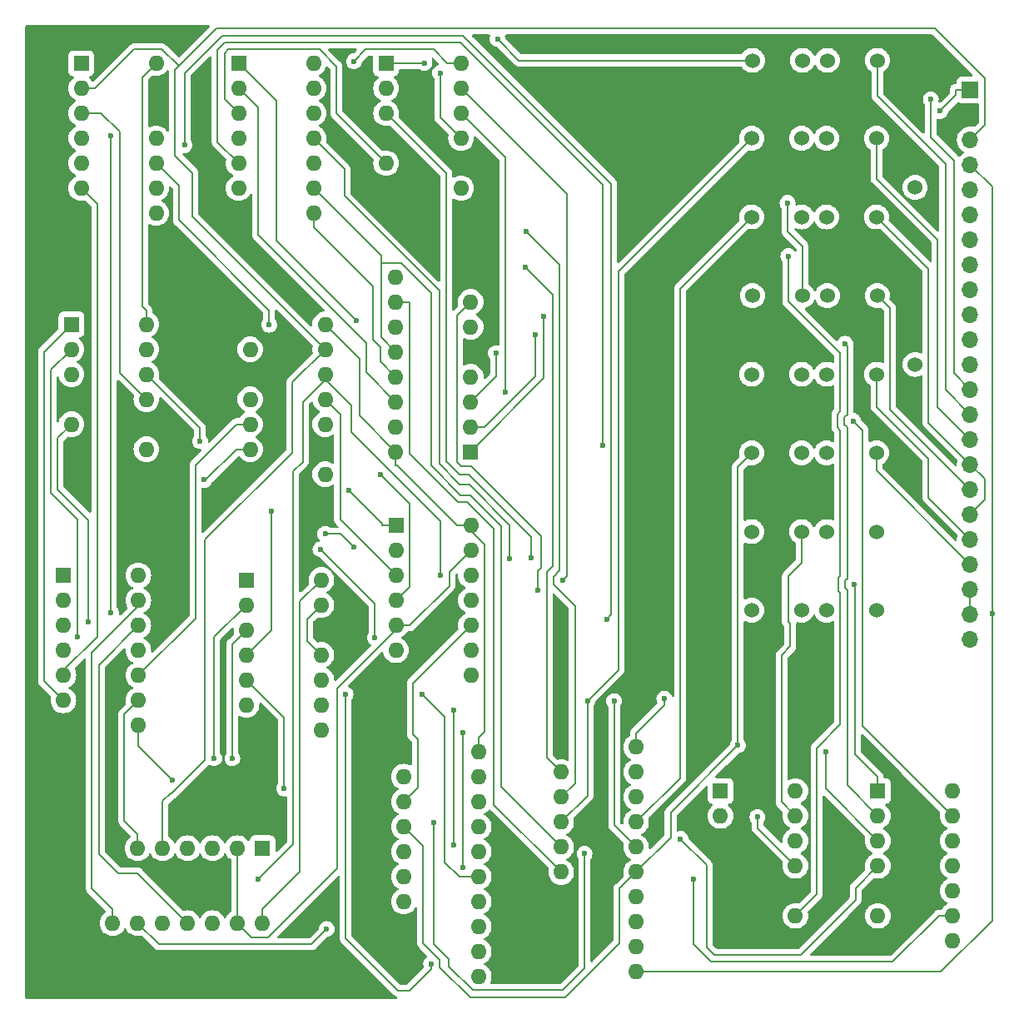
<source format=gbr>
%TF.GenerationSoftware,KiCad,Pcbnew,8.0.2-1*%
%TF.CreationDate,2024-08-11T09:55:17-04:00*%
%TF.ProjectId,control_unit_central_timing,636f6e74-726f-46c5-9f75-6e69745f6365,rev?*%
%TF.SameCoordinates,Original*%
%TF.FileFunction,Copper,L2,Bot*%
%TF.FilePolarity,Positive*%
%FSLAX46Y46*%
G04 Gerber Fmt 4.6, Leading zero omitted, Abs format (unit mm)*
G04 Created by KiCad (PCBNEW 8.0.2-1) date 2024-08-11 09:55:17*
%MOMM*%
%LPD*%
G01*
G04 APERTURE LIST*
%TA.AperFunction,ComponentPad*%
%ADD10R,1.600000X1.600000*%
%TD*%
%TA.AperFunction,ComponentPad*%
%ADD11O,1.600000X1.600000*%
%TD*%
%TA.AperFunction,ComponentPad*%
%ADD12C,1.524000*%
%TD*%
%TA.AperFunction,ComponentPad*%
%ADD13R,1.700000X1.700000*%
%TD*%
%TA.AperFunction,ComponentPad*%
%ADD14O,1.700000X1.700000*%
%TD*%
%TA.AperFunction,ViaPad*%
%ADD15C,0.600000*%
%TD*%
%TA.AperFunction,Conductor*%
%ADD16C,0.200000*%
%TD*%
G04 APERTURE END LIST*
D10*
%TO.P,U4,1,I0*%
%TO.N,Net-(U1-GND)*%
X134380000Y-80920000D03*
D11*
%TO.P,U4,2,O0*%
%TO.N,unconnected-(U4-O0-Pad2)*%
X134380000Y-83460000D03*
%TO.P,U4,3,I1*%
%TO.N,Net-(U1-GND)*%
X134380000Y-86000000D03*
%TO.P,U4,4,O1*%
%TO.N,unconnected-(U4-O1-Pad4)*%
X134380000Y-88540000D03*
%TO.P,U4,5,I2*%
%TO.N,Net-(U12-Q2)*%
X134380000Y-91080000D03*
%TO.P,U4,6,O2*%
%TO.N,Net-(U13-0CLK)*%
X134380000Y-93620000D03*
%TO.P,U4,7,GND*%
%TO.N,Net-(U1-GND)*%
X134380000Y-96160000D03*
%TO.P,U4,8,03*%
%TO.N,unconnected-(U4-03-Pad8)*%
X142000000Y-96160000D03*
%TO.P,U4,9,I3*%
%TO.N,Net-(U1-GND)*%
X142000000Y-93620000D03*
%TO.P,U4,10,O4*%
%TO.N,Net-(U14-2A)*%
X142000000Y-91080000D03*
%TO.P,U4,11,I4*%
%TO.N,Net-(U14-4A)*%
X142000000Y-88540000D03*
%TO.P,U4,12,O5*%
%TO.N,Net-(U15-4A)*%
X142000000Y-86000000D03*
%TO.P,U4,13,I5*%
%TO.N,Net-(U1-A_CLK)*%
X142000000Y-83460000D03*
%TO.P,U4,14,V+*%
%TO.N,Net-(U1-V+)*%
X142000000Y-80920000D03*
%TD*%
D12*
%TO.P,U17,1,IN*%
%TO.N,Net-(U17-IN)*%
X185380000Y-94000000D03*
X190460000Y-94000000D03*
%TO.P,U17,2,GND*%
%TO.N,Net-(U1-GND)*%
X185380000Y-96540000D03*
X187920000Y-96540000D03*
%TO.P,U17,3,OUT*%
%TO.N,Net-(U1-CALL_STACK-PUSH)*%
X193000000Y-94000000D03*
X198080000Y-94000000D03*
%TD*%
D10*
%TO.P,U8,1,OE#*%
%TO.N,Net-(U1-GND)*%
X166000000Y-123920000D03*
D11*
%TO.P,U8,2,D0*%
%TO.N,Net-(U3-Y4)*%
X166000000Y-126460000D03*
%TO.P,U8,3,D1*%
%TO.N,Net-(U1-BUS_MOVE_DONE)*%
X166000000Y-129000000D03*
%TO.P,U8,4,D2*%
%TO.N,Net-(U11-OB)*%
X166000000Y-131540000D03*
%TO.P,U8,5,D3*%
%TO.N,Net-(U10-2B)*%
X166000000Y-134080000D03*
%TO.P,U8,6,D4*%
%TO.N,Net-(U3-Y5)*%
X166000000Y-136620000D03*
%TO.P,U8,7,D5*%
%TO.N,Net-(U1-GND)*%
X166000000Y-139160000D03*
%TO.P,U8,8,D6*%
X166000000Y-141700000D03*
%TO.P,U8,9,D7*%
X166000000Y-144240000D03*
%TO.P,U8,10,GND*%
X166000000Y-146780000D03*
%TO.P,U8,11,CLK*%
%TO.N,Net-(U1-B_CLK)*%
X173620000Y-146780000D03*
%TO.P,U8,12,Q7*%
%TO.N,unconnected-(U8-Q7-Pad12)*%
X173620000Y-144240000D03*
%TO.P,U8,13,Q6*%
%TO.N,unconnected-(U8-Q6-Pad13)*%
X173620000Y-141700000D03*
%TO.P,U8,14,Q5*%
%TO.N,unconnected-(U8-Q5-Pad14)*%
X173620000Y-139160000D03*
%TO.P,U8,15,Q4*%
%TO.N,Net-(U17-IN)*%
X173620000Y-136620000D03*
%TO.P,U8,16,Q3*%
%TO.N,Net-(U5-1B)*%
X173620000Y-134080000D03*
%TO.P,U8,17,Q2*%
%TO.N,Net-(U10-1B)*%
X173620000Y-131540000D03*
%TO.P,U8,18,Q1*%
%TO.N,Net-(U2-B0)*%
X173620000Y-129000000D03*
%TO.P,U8,19,Q0*%
%TO.N,Net-(U2-A2)*%
X173620000Y-126460000D03*
%TO.P,U8,20,V+*%
%TO.N,Net-(U1-V+)*%
X173620000Y-123920000D03*
%TD*%
D12*
%TO.P,U18,1,IN*%
%TO.N,Net-(U15-4B)*%
X185380000Y-102000000D03*
X190460000Y-102000000D03*
%TO.P,U18,2,GND*%
%TO.N,Net-(U1-GND)*%
X185380000Y-104540000D03*
X187920000Y-104540000D03*
%TO.P,U18,3,OUT*%
%TO.N,Net-(U1-CALL_STACK-OE)*%
X193000000Y-102000000D03*
X198080000Y-102000000D03*
%TD*%
D10*
%TO.P,U2,1,OB*%
%TO.N,Net-(U10-1A)*%
X198200000Y-128375000D03*
D11*
%TO.P,U2,2,A0*%
%TO.N,Net-(U1-INSTRUCTION-3)*%
X198200000Y-130915000D03*
%TO.P,U2,3,A1*%
%TO.N,Net-(U2-A1)*%
X198200000Y-133455000D03*
%TO.P,U2,4,A2*%
%TO.N,Net-(U2-A2)*%
X198200000Y-135995000D03*
%TO.P,U2,5,A3*%
%TO.N,Net-(U1-GND)*%
X198200000Y-138535000D03*
%TO.P,U2,6,NC*%
%TO.N,unconnected-(U2-NC-Pad6)*%
X198200000Y-141075000D03*
%TO.P,U2,7,GND*%
%TO.N,Net-(U1-GND)*%
X198200000Y-143615000D03*
%TO.P,U2,8,NC*%
%TO.N,unconnected-(U2-NC-Pad8)*%
X205820000Y-143615000D03*
%TO.P,U2,9,B0*%
%TO.N,Net-(U2-B0)*%
X205820000Y-141075000D03*
%TO.P,U2,10,B1*%
%TO.N,Net-(U14-4Q)*%
X205820000Y-138535000D03*
%TO.P,U2,11,B2*%
%TO.N,Net-(U2-A2)*%
X205820000Y-135995000D03*
%TO.P,U2,12,B3*%
%TO.N,Net-(U17-IN)*%
X205820000Y-133455000D03*
%TO.P,U2,13,OA*%
%TO.N,Net-(U2-OA)*%
X205820000Y-130915000D03*
%TO.P,U2,14,V+*%
%TO.N,Net-(U1-V+)*%
X205820000Y-128375000D03*
%TD*%
D10*
%TO.P,U14,1,1A*%
%TO.N,Net-(U1-BUS_READ_GOTO-DECIDER)*%
X117200000Y-54375000D03*
D11*
%TO.P,U14,2,1B*%
%TO.N,Net-(U1-A_CLK)*%
X117200000Y-56915000D03*
%TO.P,U14,3,1Q*%
%TO.N,Net-(U13-1CLK)*%
X117200000Y-59455000D03*
%TO.P,U14,4,2A*%
%TO.N,Net-(U14-2A)*%
X117200000Y-61995000D03*
%TO.P,U14,5,2B*%
%TO.N,Net-(U14-2B)*%
X117200000Y-64535000D03*
%TO.P,U14,6,2Q*%
%TO.N,Net-(U12-1A)*%
X117200000Y-67075000D03*
%TO.P,U14,7,GND*%
%TO.N,Net-(U1-GND)*%
X117200000Y-69615000D03*
%TO.P,U14,8,4Q*%
%TO.N,Net-(U14-4Q)*%
X124820000Y-69615000D03*
%TO.P,U14,9,4B*%
%TO.N,Net-(U14-2B)*%
X124820000Y-67075000D03*
%TO.P,U14,10,4A*%
%TO.N,Net-(U14-4A)*%
X124820000Y-64535000D03*
%TO.P,U14,11,3Q*%
%TO.N,unconnected-(U14-3Q-Pad11)*%
X124820000Y-61995000D03*
%TO.P,U14,12,3B*%
%TO.N,Net-(U1-GND)*%
X124820000Y-59455000D03*
%TO.P,U14,13,3A*%
X124820000Y-56915000D03*
%TO.P,U14,14,V+*%
%TO.N,Net-(U1-V+)*%
X124820000Y-54375000D03*
%TD*%
D12*
%TO.P,U6,1,IN*%
%TO.N,Net-(U2-OA)*%
X185380000Y-86000000D03*
X190460000Y-86000000D03*
%TO.P,U6,2,GND*%
%TO.N,Net-(U1-GND)*%
X185380000Y-88540000D03*
X187920000Y-88540000D03*
%TO.P,U6,3,OUT*%
%TO.N,Net-(U1-FAULT)*%
X193000000Y-86000000D03*
X198080000Y-86000000D03*
%TD*%
D10*
%TO.P,U12,1,0A*%
%TO.N,Net-(U12-0A)*%
X115380000Y-106460000D03*
D11*
%TO.P,U12,2,0B*%
%TO.N,Net-(U12-0B)*%
X115380000Y-109000000D03*
%TO.P,U12,3,Q0*%
%TO.N,Net-(U12-Q0)*%
X115380000Y-111540000D03*
%TO.P,U12,4,Q1*%
%TO.N,Net-(U12-Q1)*%
X115380000Y-114080000D03*
%TO.P,U12,5,1A*%
%TO.N,Net-(U12-1A)*%
X115380000Y-116620000D03*
%TO.P,U12,6,1B*%
%TO.N,Net-(U12-1B)*%
X115380000Y-119160000D03*
%TO.P,U12,7,GND*%
%TO.N,Net-(U1-GND)*%
X115380000Y-121700000D03*
%TO.P,U12,8,2A*%
%TO.N,Net-(U12-2A)*%
X123000000Y-121700000D03*
%TO.P,U12,9,2B*%
%TO.N,Net-(U12-2B)*%
X123000000Y-119160000D03*
%TO.P,U12,10,Q2*%
%TO.N,Net-(U12-Q2)*%
X123000000Y-116620000D03*
%TO.P,U12,11,Q3*%
%TO.N,Net-(U12-Q3)*%
X123000000Y-114080000D03*
%TO.P,U12,12,3A*%
%TO.N,Net-(U12-3A)*%
X123000000Y-111540000D03*
%TO.P,U12,13,3B*%
%TO.N,Net-(U12-3B)*%
X123000000Y-109000000D03*
%TO.P,U12,14,V+*%
%TO.N,Net-(U1-V+)*%
X123000000Y-106460000D03*
%TD*%
D10*
%TO.P,U3,1,A0*%
%TO.N,Net-(U1-INSTRUCTION-0)*%
X156800000Y-93875000D03*
D11*
%TO.P,U3,2,A1*%
%TO.N,Net-(U1-INSTRUCTION-1)*%
X156800000Y-91335000D03*
%TO.P,U3,3,A2*%
%TO.N,Net-(U1-INSTRUCTION-2)*%
X156800000Y-88795000D03*
%TO.P,U3,4,E2#*%
%TO.N,Net-(U1-INSTRUCTION-3)*%
X156800000Y-86255000D03*
%TO.P,U3,5,E3#*%
%TO.N,Net-(U1-GND)*%
X156800000Y-83715000D03*
%TO.P,U3,6,E1*%
%TO.N,Net-(U1-PROG_READ_DONE)*%
X156800000Y-81175000D03*
%TO.P,U3,7,Y7*%
%TO.N,Net-(U2-A1)*%
X156800000Y-78635000D03*
%TO.P,U3,8,GND*%
%TO.N,Net-(U1-GND)*%
X156800000Y-76095000D03*
%TO.P,U3,9,Y6*%
%TO.N,Net-(U16-1D)*%
X149180000Y-76095000D03*
%TO.P,U3,10,Y5*%
%TO.N,Net-(U3-Y5)*%
X149180000Y-78635000D03*
%TO.P,U3,11,Y4*%
%TO.N,Net-(U3-Y4)*%
X149180000Y-81175000D03*
%TO.P,U3,12,Y3*%
%TO.N,Net-(U10-2B)*%
X149180000Y-83715000D03*
%TO.P,U3,13,Y2*%
%TO.N,Net-(U10-2A)*%
X149180000Y-86255000D03*
%TO.P,U3,14,Y1*%
%TO.N,Net-(U10-0B)*%
X149180000Y-88795000D03*
%TO.P,U3,15,Y0*%
%TO.N,Net-(U10-0A)*%
X149180000Y-91335000D03*
%TO.P,U3,16,V+*%
%TO.N,Net-(U1-V+)*%
X149180000Y-93875000D03*
%TD*%
D10*
%TO.P,U10,1,0A*%
%TO.N,Net-(U10-0A)*%
X133200000Y-54375000D03*
D11*
%TO.P,U10,2,0B*%
%TO.N,Net-(U10-0B)*%
X133200000Y-56915000D03*
%TO.P,U10,3,Q0*%
%TO.N,Net-(U10-Q0)*%
X133200000Y-59455000D03*
%TO.P,U10,4,Q1*%
%TO.N,Net-(U10-Q1)*%
X133200000Y-61995000D03*
%TO.P,U10,5,1A*%
%TO.N,Net-(U10-1A)*%
X133200000Y-64535000D03*
%TO.P,U10,6,1B*%
%TO.N,Net-(U10-1B)*%
X133200000Y-67075000D03*
%TO.P,U10,7,GND*%
%TO.N,Net-(U1-GND)*%
X133200000Y-69615000D03*
%TO.P,U10,8,2A*%
%TO.N,Net-(U10-2A)*%
X140820000Y-69615000D03*
%TO.P,U10,9,2B*%
%TO.N,Net-(U10-2B)*%
X140820000Y-67075000D03*
%TO.P,U10,10,Q2*%
%TO.N,Net-(U10-Q2)*%
X140820000Y-64535000D03*
%TO.P,U10,11,Q3*%
%TO.N,Net-(U10-Q3)*%
X140820000Y-61995000D03*
%TO.P,U10,12,3A*%
%TO.N,Net-(U1-BUS_MOVE_DONE)*%
X140820000Y-59455000D03*
%TO.P,U10,13,3B*%
%TO.N,Net-(U10-3B)*%
X140820000Y-56915000D03*
%TO.P,U10,14,V+*%
%TO.N,Net-(U1-V+)*%
X140820000Y-54375000D03*
%TD*%
D12*
%TO.P,U21,1,IN*%
%TO.N,Net-(U11-OB)*%
X185380000Y-62000000D03*
X190460000Y-62000000D03*
%TO.P,U21,2,GND*%
%TO.N,Net-(U1-GND)*%
X185380000Y-64540000D03*
X187920000Y-64540000D03*
%TO.P,U21,3,OUT*%
%TO.N,Net-(U1-PRE_ADDER_LATCH_CLOCK)*%
X193000000Y-62000000D03*
X198080000Y-62000000D03*
%TD*%
%TO.P,U22,1,IN*%
%TO.N,Net-(U10-1B)*%
X185380000Y-70000000D03*
X190460000Y-70000000D03*
%TO.P,U22,2,GND*%
%TO.N,Net-(U1-GND)*%
X185380000Y-72540000D03*
X187920000Y-72540000D03*
%TO.P,U22,3,OUT*%
%TO.N,Net-(U1-POST_ADDER_LATCH_CLOCK)*%
X193000000Y-70000000D03*
X198080000Y-70000000D03*
%TD*%
D10*
%TO.P,U9,1,0Q*%
%TO.N,Net-(U20-IN)*%
X148200000Y-54375000D03*
D11*
%TO.P,U9,2,0Q#*%
%TO.N,Net-(U10-3B)*%
X148200000Y-56915000D03*
%TO.P,U9,3,0CLK*%
%TO.N,Net-(U5-3Q)*%
X148200000Y-59455000D03*
%TO.P,U9,4,0RESET*%
%TO.N,Net-(U1-GND)*%
X148200000Y-61995000D03*
%TO.P,U9,5,0D*%
%TO.N,Net-(U10-Q0)*%
X148200000Y-64535000D03*
%TO.P,U9,6,0SET*%
%TO.N,Net-(U1-GND)*%
X148200000Y-67075000D03*
%TO.P,U9,7,GND*%
X148200000Y-69615000D03*
%TO.P,U9,8,1SET*%
X155820000Y-69615000D03*
%TO.P,U9,9,1D*%
%TO.N,Net-(U10-Q2)*%
X155820000Y-67075000D03*
%TO.P,U9,10,1RESET*%
%TO.N,Net-(U1-GND)*%
X155820000Y-64535000D03*
%TO.P,U9,11,1CLK*%
%TO.N,Net-(U12-Q0)*%
X155820000Y-61995000D03*
%TO.P,U9,12,1Q3*%
%TO.N,Net-(U5-2A)*%
X155820000Y-59455000D03*
%TO.P,U9,13,1Q*%
%TO.N,Net-(U14-2B)*%
X155820000Y-56915000D03*
%TO.P,U9,14,V+*%
%TO.N,Net-(U1-V+)*%
X155820000Y-54375000D03*
%TD*%
D12*
%TO.P,R2,1*%
%TO.N,Net-(U1-BUS_MOVE_DONE)*%
X202000000Y-67000000D03*
%TO.P,R2,2*%
%TO.N,Net-(U1-GND)*%
X202000000Y-77160000D03*
%TD*%
%TO.P,U23,1,IN*%
%TO.N,Net-(U10-Q1)*%
X185460000Y-78000000D03*
X190540000Y-78000000D03*
%TO.P,U23,2,GND*%
%TO.N,Net-(U1-GND)*%
X185460000Y-80540000D03*
X188000000Y-80540000D03*
%TO.P,U23,3,OUT*%
%TO.N,Net-(U1-POST_ADDER_LATCH_OE)*%
X193080000Y-78000000D03*
X198160000Y-78000000D03*
%TD*%
D10*
%TO.P,U5,1,1A*%
%TO.N,Net-(U13-1Q3)*%
X149200000Y-101375000D03*
D11*
%TO.P,U5,2,1B*%
%TO.N,Net-(U5-1B)*%
X149200000Y-103915000D03*
%TO.P,U5,3,1Q*%
%TO.N,Net-(U14-4A)*%
X149200000Y-106455000D03*
%TO.P,U5,4,2A*%
%TO.N,Net-(U5-2A)*%
X149200000Y-108995000D03*
%TO.P,U5,5,2B*%
%TO.N,Net-(U1-B_CLK)*%
X149200000Y-111535000D03*
%TO.P,U5,6,2Q*%
%TO.N,Net-(U12-0B)*%
X149200000Y-114075000D03*
%TO.P,U5,7,GND*%
%TO.N,Net-(U1-GND)*%
X149200000Y-116615000D03*
%TO.P,U5,8,4Q*%
%TO.N,Net-(U12-0A)*%
X156820000Y-116615000D03*
%TO.P,U5,9,4B*%
%TO.N,Net-(U15-4A)*%
X156820000Y-114075000D03*
%TO.P,U5,10,4A*%
%TO.N,Net-(U14-2B)*%
X156820000Y-111535000D03*
%TO.P,U5,11,3Q*%
%TO.N,Net-(U5-3Q)*%
X156820000Y-108995000D03*
%TO.P,U5,12,3B*%
%TO.N,Net-(U10-Q3)*%
X156820000Y-106455000D03*
%TO.P,U5,13,3A*%
%TO.N,Net-(U1-B_CLK)*%
X156820000Y-103915000D03*
%TO.P,U5,14,V+*%
%TO.N,Net-(U1-V+)*%
X156820000Y-101375000D03*
%TD*%
D13*
%TO.P,U1,1,V+*%
%TO.N,Net-(U1-V+)*%
X207595000Y-57070000D03*
D14*
%TO.P,U1,2,GND*%
%TO.N,Net-(U1-GND)*%
X207595000Y-59610000D03*
%TO.P,U1,3,A_CLK*%
%TO.N,Net-(U1-A_CLK)*%
X207595000Y-62150000D03*
%TO.P,U1,4,B_CLK*%
%TO.N,Net-(U1-B_CLK)*%
X207595000Y-64690000D03*
%TO.P,U1,5,BUS_MOVE_DONE*%
%TO.N,Net-(U1-BUS_MOVE_DONE)*%
X207595000Y-67230000D03*
%TO.P,U1,6,PROG_READ_DONE*%
%TO.N,Net-(U1-PROG_READ_DONE)*%
X207595000Y-69770000D03*
%TO.P,U1,7,INSTRUCTION-0*%
%TO.N,Net-(U1-INSTRUCTION-0)*%
X207595000Y-72310000D03*
%TO.P,U1,8,INSTRUCTION-1*%
%TO.N,Net-(U1-INSTRUCTION-1)*%
X207595000Y-74850000D03*
%TO.P,U1,9,INSTRUCTION-2*%
%TO.N,Net-(U1-INSTRUCTION-2)*%
X207595000Y-77390000D03*
%TO.P,U1,10,INSTRUCTION-3*%
%TO.N,Net-(U1-INSTRUCTION-3)*%
X207595000Y-79930000D03*
%TO.P,U1,11,BUS-0*%
%TO.N,Net-(U1-BUS-0)*%
X207595000Y-82470000D03*
%TO.P,U1,12,START*%
%TO.N,Net-(U1-START)*%
X207595000Y-85010000D03*
%TO.P,U1,13,BUS_READ_GOTO-DECIDER*%
%TO.N,Net-(U1-BUS_READ_GOTO-DECIDER)*%
X207595000Y-87550000D03*
%TO.P,U1,14,BUS_MOVE*%
%TO.N,Net-(U1-BUS_MOVE)*%
X207595000Y-90090000D03*
%TO.P,U1,15,PRE_ADDER_LATCH_CLOCK*%
%TO.N,Net-(U1-PRE_ADDER_LATCH_CLOCK)*%
X207595000Y-92630000D03*
%TO.P,U1,16,POST_ADDER_LATCH_CLOCK*%
%TO.N,Net-(U1-POST_ADDER_LATCH_CLOCK)*%
X207595000Y-95170000D03*
%TO.P,U1,17,POST_ADDER_LATCH_OE*%
%TO.N,Net-(U1-POST_ADDER_LATCH_OE)*%
X207595000Y-97710000D03*
%TO.P,U1,18,PROG_READ*%
%TO.N,Net-(U1-POST_ADDER_LATCH_CLOCK)*%
X207595000Y-100250000D03*
%TO.P,U1,19,FAULT*%
%TO.N,Net-(U1-FAULT)*%
X207595000Y-102790000D03*
%TO.P,U1,20,CALL_STACK-PUSH*%
%TO.N,Net-(U1-CALL_STACK-PUSH)*%
X207595000Y-105330000D03*
%TO.P,U1,21,CALL_STACK-POP*%
%TO.N,Net-(U1-CALL_STACK-OE)*%
X207595000Y-107870000D03*
%TO.P,U1,22,CALL_STACK-OE*%
X207595000Y-110410000D03*
%TO.P,U1,23,GOTO_LATCHES_OE*%
%TO.N,Net-(U1-GOTO_LATCHES_OE)*%
X207595000Y-112950000D03*
%TD*%
D12*
%TO.P,U20,1,IN*%
%TO.N,Net-(U20-IN)*%
X185460000Y-54080000D03*
X190540000Y-54080000D03*
%TO.P,U20,2,GND*%
%TO.N,Net-(U1-GND)*%
X185460000Y-56620000D03*
X188000000Y-56620000D03*
%TO.P,U20,3,OUT*%
%TO.N,Net-(U1-BUS_MOVE)*%
X193080000Y-54080000D03*
X198160000Y-54080000D03*
%TD*%
%TO.P,R1,1*%
%TO.N,Net-(U1-START)*%
X202000000Y-85000000D03*
%TO.P,R1,2*%
%TO.N,Net-(U1-GND)*%
X202000000Y-95160000D03*
%TD*%
D10*
%TO.P,U7,1,OE#*%
%TO.N,Net-(U1-GND)*%
X150000000Y-124380000D03*
D11*
%TO.P,U7,2,D0*%
%TO.N,Net-(U2-B0)*%
X150000000Y-126920000D03*
%TO.P,U7,3,D1*%
%TO.N,Net-(U14-2B)*%
X150000000Y-129460000D03*
%TO.P,U7,4,D2*%
%TO.N,Net-(U17-IN)*%
X150000000Y-132000000D03*
%TO.P,U7,5,D3*%
%TO.N,Net-(U12-1B)*%
X150000000Y-134540000D03*
%TO.P,U7,6,D4*%
%TO.N,Net-(U15-4B)*%
X150000000Y-137080000D03*
%TO.P,U7,7,D5*%
%TO.N,Net-(U2-A2)*%
X150000000Y-139620000D03*
%TO.P,U7,8,D6*%
%TO.N,Net-(U1-GND)*%
X150000000Y-142160000D03*
%TO.P,U7,9,D7*%
X150000000Y-144700000D03*
%TO.P,U7,10,GND*%
X150000000Y-147240000D03*
%TO.P,U7,11,CLK*%
%TO.N,Net-(U1-A_CLK)*%
X157620000Y-147240000D03*
%TO.P,U7,12,Q7*%
%TO.N,unconnected-(U7-Q7-Pad12)*%
X157620000Y-144700000D03*
%TO.P,U7,13,Q6*%
%TO.N,unconnected-(U7-Q6-Pad13)*%
X157620000Y-142160000D03*
%TO.P,U7,14,Q5*%
%TO.N,Net-(U11-B1)*%
X157620000Y-139620000D03*
%TO.P,U7,15,Q4*%
%TO.N,Net-(U11-B0)*%
X157620000Y-137080000D03*
%TO.P,U7,16,Q3*%
%TO.N,Net-(U11-A3)*%
X157620000Y-134540000D03*
%TO.P,U7,17,Q2*%
%TO.N,Net-(U13-0D)*%
X157620000Y-132000000D03*
%TO.P,U7,18,Q1*%
%TO.N,Net-(U11-A0)*%
X157620000Y-129460000D03*
%TO.P,U7,19,Q0*%
%TO.N,Net-(U11-A1)*%
X157620000Y-126920000D03*
%TO.P,U7,20,V+*%
%TO.N,Net-(U1-V+)*%
X157620000Y-124380000D03*
%TD*%
D12*
%TO.P,U19,1,IN*%
%TO.N,Net-(U12-Q1)*%
X185380000Y-110000000D03*
X190460000Y-110000000D03*
%TO.P,U19,2,GND*%
%TO.N,Net-(U1-GND)*%
X185380000Y-112540000D03*
X187920000Y-112540000D03*
%TO.P,U19,3,OUT*%
%TO.N,Net-(U1-GOTO_LATCHES_OE)*%
X193000000Y-110000000D03*
X198080000Y-110000000D03*
%TD*%
D10*
%TO.P,U11,1,OB*%
%TO.N,Net-(U11-OB)*%
X134000000Y-106920000D03*
D11*
%TO.P,U11,2,A0*%
%TO.N,Net-(U11-A0)*%
X134000000Y-109460000D03*
%TO.P,U11,3,A1*%
%TO.N,Net-(U11-A1)*%
X134000000Y-112000000D03*
%TO.P,U11,4,A2*%
%TO.N,Net-(U1-START)*%
X134000000Y-114540000D03*
%TO.P,U11,5,A3*%
%TO.N,Net-(U11-A3)*%
X134000000Y-117080000D03*
%TO.P,U11,6,NC*%
%TO.N,unconnected-(U11-NC-Pad6)*%
X134000000Y-119620000D03*
%TO.P,U11,7,GND*%
%TO.N,Net-(U1-GND)*%
X134000000Y-122160000D03*
%TO.P,U11,8,NC*%
%TO.N,unconnected-(U11-NC-Pad8)*%
X141620000Y-122160000D03*
%TO.P,U11,9,B0*%
%TO.N,Net-(U11-B0)*%
X141620000Y-119620000D03*
%TO.P,U11,10,B1*%
%TO.N,Net-(U11-B1)*%
X141620000Y-117080000D03*
%TO.P,U11,11,B2*%
%TO.N,Net-(U11-B2)*%
X141620000Y-114540000D03*
%TO.P,U11,12,B3*%
%TO.N,Net-(U1-GND)*%
X141620000Y-112000000D03*
%TO.P,U11,13,OA*%
%TO.N,Net-(U11-B2)*%
X141620000Y-109460000D03*
%TO.P,U11,14,V+*%
%TO.N,Net-(U1-V+)*%
X141620000Y-106920000D03*
%TD*%
D10*
%TO.P,U13,1,0Q*%
%TO.N,Net-(U12-1B)*%
X116200000Y-80920000D03*
D11*
%TO.P,U13,2,0Q#*%
%TO.N,Net-(U13-0Q#)*%
X116200000Y-83460000D03*
%TO.P,U13,3,0CLK*%
%TO.N,Net-(U13-0CLK)*%
X116200000Y-86000000D03*
%TO.P,U13,4,0RESET*%
%TO.N,Net-(U1-GND)*%
X116200000Y-88540000D03*
%TO.P,U13,5,0D*%
%TO.N,Net-(U13-0D)*%
X116200000Y-91080000D03*
%TO.P,U13,6,0SET*%
%TO.N,Net-(U1-GND)*%
X116200000Y-93620000D03*
%TO.P,U13,7,GND*%
X116200000Y-96160000D03*
%TO.P,U13,8,1SET*%
X123820000Y-96160000D03*
%TO.P,U13,9,1D*%
%TO.N,Net-(U1-BUS-0)*%
X123820000Y-93620000D03*
%TO.P,U13,10,1RESET*%
%TO.N,Net-(U1-GND)*%
X123820000Y-91080000D03*
%TO.P,U13,11,1CLK*%
%TO.N,Net-(U13-1CLK)*%
X123820000Y-88540000D03*
%TO.P,U13,12,1Q3*%
%TO.N,Net-(U13-1Q3)*%
X123820000Y-86000000D03*
%TO.P,U13,13,1Q*%
%TO.N,unconnected-(U13-1Q-Pad13)*%
X123820000Y-83460000D03*
%TO.P,U13,14,V+*%
%TO.N,Net-(U1-V+)*%
X123820000Y-80920000D03*
%TD*%
D10*
%TO.P,U16,1,0Q*%
%TO.N,unconnected-(U16-0Q-Pad1)*%
X182200000Y-128375000D03*
D11*
%TO.P,U16,2,0Q#*%
%TO.N,unconnected-(U16-0Q#-Pad2)*%
X182200000Y-130915000D03*
%TO.P,U16,3,0CLK*%
%TO.N,Net-(U1-GND)*%
X182200000Y-133455000D03*
%TO.P,U16,4,0RESET*%
X182200000Y-135995000D03*
%TO.P,U16,5,0D*%
X182200000Y-138535000D03*
%TO.P,U16,6,0SET*%
X182200000Y-141075000D03*
%TO.P,U16,7,GND*%
X182200000Y-143615000D03*
%TO.P,U16,8,1SET*%
X189820000Y-143615000D03*
%TO.P,U16,9,1D*%
%TO.N,Net-(U16-1D)*%
X189820000Y-141075000D03*
%TO.P,U16,10,1RESET*%
%TO.N,Net-(U1-GND)*%
X189820000Y-138535000D03*
%TO.P,U16,11,1CLK*%
%TO.N,Net-(U12-Q3)*%
X189820000Y-135995000D03*
%TO.P,U16,12,1Q3*%
%TO.N,Net-(U15-3B)*%
X189820000Y-133455000D03*
%TO.P,U16,13,1Q*%
%TO.N,Net-(U15-4B)*%
X189820000Y-130915000D03*
%TO.P,U16,14,V+*%
%TO.N,Net-(U1-V+)*%
X189820000Y-128375000D03*
%TD*%
D10*
%TO.P,U15,1,1A*%
%TO.N,Net-(U13-0Q#)*%
X135625000Y-134200000D03*
D11*
%TO.P,U15,2,1B*%
%TO.N,Net-(U1-B_CLK)*%
X133085000Y-134200000D03*
%TO.P,U15,3,1Q*%
%TO.N,Net-(U12-2A)*%
X130545000Y-134200000D03*
%TO.P,U15,4,2A*%
%TO.N,Net-(U12-1B)*%
X128005000Y-134200000D03*
%TO.P,U15,5,2B*%
%TO.N,Net-(U1-A_CLK)*%
X125465000Y-134200000D03*
%TO.P,U15,6,2Q*%
%TO.N,Net-(U12-2B)*%
X122925000Y-134200000D03*
%TO.P,U15,7,GND*%
%TO.N,Net-(U1-GND)*%
X120385000Y-134200000D03*
%TO.P,U15,8,4Q*%
%TO.N,Net-(U12-3B)*%
X120385000Y-141820000D03*
%TO.P,U15,9,4B*%
%TO.N,Net-(U15-4B)*%
X122925000Y-141820000D03*
%TO.P,U15,10,4A*%
%TO.N,Net-(U15-4A)*%
X125465000Y-141820000D03*
%TO.P,U15,11,3Q*%
%TO.N,Net-(U12-3A)*%
X128005000Y-141820000D03*
%TO.P,U15,12,3B*%
%TO.N,Net-(U15-3B)*%
X130545000Y-141820000D03*
%TO.P,U15,13,3A*%
%TO.N,Net-(U1-B_CLK)*%
X133085000Y-141820000D03*
%TO.P,U15,14,V+*%
%TO.N,Net-(U1-V+)*%
X135625000Y-141820000D03*
%TD*%
D15*
%TO.N,Net-(U13-0Q#)*%
X116798400Y-112669600D03*
%TO.N,Net-(U12-2A)*%
X126444300Y-127287000D03*
%TO.N,Net-(U12-Q3)*%
X185969000Y-131030700D03*
%TO.N,Net-(U10-Q1)*%
X189026400Y-68577000D03*
%TO.N,Net-(U12-Q0)*%
X153701500Y-55355900D03*
X120216800Y-61730000D03*
X120216800Y-110231000D03*
%TO.N,Net-(U20-IN)*%
X159527200Y-51893300D03*
X152109200Y-54333600D03*
%TO.N,Net-(U11-OB)*%
X168671900Y-119230400D03*
%TO.N,Net-(U15-4B)*%
X155104300Y-133890900D03*
X155104300Y-120158500D03*
X142162800Y-142414000D03*
%TO.N,Net-(U11-B1)*%
X152775400Y-145950300D03*
X144081300Y-118559500D03*
%TO.N,Net-(U11-A3)*%
X137833700Y-128130800D03*
%TO.N,Net-(U11-A1)*%
X132563000Y-125048900D03*
%TO.N,Net-(U11-A0)*%
X130714400Y-125049600D03*
%TO.N,Net-(U13-0D)*%
X117910000Y-111157000D03*
%TO.N,Net-(U11-B0)*%
X151849600Y-118516100D03*
%TO.N,Net-(U5-2A)*%
X147646600Y-96204100D03*
X160343100Y-87848900D03*
%TO.N,Net-(U12-0B)*%
X147065800Y-112791200D03*
X141526100Y-103807400D03*
%TO.N,Net-(U12-0A)*%
X144881000Y-103535300D03*
X142000000Y-102245000D03*
%TO.N,Net-(U14-2B)*%
X166129800Y-106993600D03*
%TO.N,Net-(U10-Q3)*%
X160790000Y-104772700D03*
%TO.N,Net-(U5-1B)*%
X171387900Y-119233700D03*
%TO.N,Net-(U13-1Q3)*%
X129274900Y-92786500D03*
X144425900Y-97801100D03*
%TO.N,Net-(U5-3Q)*%
X162988300Y-104647300D03*
%TO.N,Net-(U15-4A)*%
X135151700Y-137382100D03*
X153717400Y-106483100D03*
%TO.N,Net-(U14-4A)*%
X136302000Y-80967500D03*
%TO.N,Net-(U13-0CLK)*%
X129711400Y-96748100D03*
%TO.N,Net-(U16-1D)*%
X189104600Y-73987900D03*
%TO.N,Net-(U3-Y4)*%
X162332400Y-75113300D03*
%TO.N,Net-(U10-0A)*%
X145181800Y-80544800D03*
%TO.N,Net-(U17-IN)*%
X183978000Y-123732200D03*
%TO.N,Net-(U14-4Q)*%
X127698600Y-62696700D03*
X170646800Y-110904100D03*
%TO.N,Net-(U10-1A)*%
X170194400Y-93206000D03*
X195776600Y-107367000D03*
%TO.N,Net-(U2-B0)*%
X153059200Y-131612300D03*
X168380300Y-134760700D03*
X179463600Y-137313500D03*
%TO.N,Net-(U2-A1)*%
X163616100Y-107990000D03*
X192887300Y-124401200D03*
%TO.N,Net-(U2-A2)*%
X156021700Y-136175800D03*
X156021700Y-122481200D03*
X178140200Y-133252300D03*
%TO.N,Net-(U2-OA)*%
X195694200Y-90742200D03*
%TO.N,Net-(U1-GND)*%
X126525900Y-129714600D03*
%TO.N,Net-(U1-BUS_READ_GOTO-DECIDER)*%
X203594000Y-58043100D03*
%TO.N,Net-(U1-INSTRUCTION-3)*%
X194890700Y-82897200D03*
%TO.N,Net-(U1-START)*%
X136535800Y-99931000D03*
%TO.N,Net-(U1-BUS_MOVE_DONE)*%
X162474300Y-71460200D03*
%TO.N,Net-(U1-INSTRUCTION-0)*%
X164207200Y-80120800D03*
%TO.N,Net-(U1-B_CLK)*%
X209820100Y-110314100D03*
%TO.N,Net-(U1-V+)*%
X204545000Y-59226900D03*
X144925400Y-54185500D03*
X176494100Y-118980100D03*
%TO.N,Net-(U1-INSTRUCTION-1)*%
X163344300Y-81976500D03*
%TO.N,Net-(U1-INSTRUCTION-2)*%
X159365800Y-83848600D03*
%TD*%
D16*
%TO.N,Net-(U13-0Q#)*%
X116798400Y-100755900D02*
X116798400Y-112669600D01*
X114092600Y-98050100D02*
X116798400Y-100755900D01*
X114092600Y-85567400D02*
X114092600Y-98050100D01*
X116200000Y-83460000D02*
X114092600Y-85567400D01*
%TO.N,Net-(U13-1CLK)*%
X117200000Y-59455000D02*
X118601700Y-59455000D01*
X119217000Y-59455000D02*
X118601700Y-59455000D01*
X121118500Y-61356500D02*
X119217000Y-59455000D01*
X121118500Y-85838500D02*
X121118500Y-61356500D01*
X123820000Y-88540000D02*
X121118500Y-85838500D01*
%TO.N,Net-(U12-1A)*%
X118811700Y-68686700D02*
X117200000Y-67075000D01*
X118811700Y-112702700D02*
X118811700Y-68686700D01*
X115380000Y-116134400D02*
X118811700Y-112702700D01*
X115380000Y-116620000D02*
X115380000Y-116134400D01*
%TO.N,Net-(U12-2B)*%
X121584800Y-120575200D02*
X123000000Y-119160000D01*
X121584800Y-131458100D02*
X121584800Y-120575200D01*
X122925000Y-132798300D02*
X121584800Y-131458100D01*
X122925000Y-134200000D02*
X122925000Y-132798300D01*
%TO.N,Net-(U12-2A)*%
X123000000Y-123842700D02*
X126444300Y-127287000D01*
X123000000Y-121700000D02*
X123000000Y-123842700D01*
%TO.N,Net-(U12-Q3)*%
X185969000Y-132144000D02*
X185969000Y-131030700D01*
X189820000Y-135995000D02*
X185969000Y-132144000D01*
%TO.N,Net-(U12-3B)*%
X120385000Y-141820000D02*
X120385000Y-140418300D01*
X118256100Y-138289400D02*
X120385000Y-140418300D01*
X118256100Y-114301600D02*
X118256100Y-138289400D01*
X123000000Y-109557700D02*
X118256100Y-114301600D01*
X123000000Y-109000000D02*
X123000000Y-109557700D01*
%TO.N,Net-(U12-3A)*%
X118971300Y-115568700D02*
X123000000Y-111540000D01*
X118971300Y-134781700D02*
X118971300Y-115568700D01*
X120943700Y-136754100D02*
X118971300Y-134781700D01*
X122939100Y-136754100D02*
X120943700Y-136754100D01*
X128005000Y-141820000D02*
X122939100Y-136754100D01*
%TO.N,Net-(U11-B2)*%
X140187500Y-113107500D02*
X141620000Y-114540000D01*
X140187500Y-110892500D02*
X140187500Y-113107500D01*
X141620000Y-109460000D02*
X140187500Y-110892500D01*
%TO.N,Net-(U10-Q1)*%
X189026400Y-71456600D02*
X189026400Y-68577000D01*
X190540000Y-72970200D02*
X189026400Y-71456600D01*
X190540000Y-78000000D02*
X190540000Y-72970200D01*
%TO.N,Net-(U10-Q0)*%
X143131600Y-59466600D02*
X148200000Y-64535000D01*
X143131600Y-54699200D02*
X143131600Y-59466600D01*
X141405700Y-52973300D02*
X143131600Y-54699200D01*
X132150800Y-52973300D02*
X141405700Y-52973300D01*
X131796700Y-53327400D02*
X132150800Y-52973300D01*
X131796700Y-58051700D02*
X131796700Y-53327400D01*
X133200000Y-59455000D02*
X131796700Y-58051700D01*
%TO.N,Net-(U12-Q0)*%
X153701500Y-59876500D02*
X153701500Y-55355900D01*
X155820000Y-61995000D02*
X153701500Y-59876500D01*
X120216800Y-61730000D02*
X120216800Y-110231000D01*
%TO.N,Net-(U20-IN)*%
X161713900Y-54080000D02*
X159527200Y-51893300D01*
X185460000Y-54080000D02*
X161713900Y-54080000D01*
X148200000Y-54375000D02*
X149601700Y-54375000D01*
X149643100Y-54333600D02*
X152109200Y-54333600D01*
X149601700Y-54375000D02*
X149643100Y-54333600D01*
%TO.N,Net-(U11-OB)*%
X171801000Y-75579000D02*
X185380000Y-62000000D01*
X171801000Y-116101300D02*
X171801000Y-75579000D01*
X168671900Y-119230400D02*
X171801000Y-116101300D01*
X168671900Y-128868100D02*
X168671900Y-119230400D01*
X166000000Y-131540000D02*
X168671900Y-128868100D01*
%TO.N,Net-(U10-1B)*%
X178097500Y-77282500D02*
X185380000Y-70000000D01*
X178097500Y-127062500D02*
X178097500Y-77282500D01*
X173620000Y-131540000D02*
X178097500Y-127062500D01*
%TO.N,Net-(U15-4B)*%
X190460000Y-105153400D02*
X190460000Y-102000000D01*
X189070600Y-106542800D02*
X190460000Y-105153400D01*
X189070600Y-111150500D02*
X189070600Y-106542800D01*
X189298100Y-111378000D02*
X189070600Y-111150500D01*
X189298100Y-113681200D02*
X189298100Y-111378000D01*
X188405100Y-114574200D02*
X189298100Y-113681200D01*
X188405100Y-129500100D02*
X188405100Y-114574200D01*
X189820000Y-130915000D02*
X188405100Y-129500100D01*
X140610000Y-143966800D02*
X142162800Y-142414000D01*
X125071800Y-143966800D02*
X140610000Y-143966800D01*
X122925000Y-141820000D02*
X125071800Y-143966800D01*
X155104300Y-133890900D02*
X155104300Y-120158500D01*
%TO.N,Net-(U11-B1)*%
X144081300Y-143371000D02*
X144081300Y-118559500D01*
X149372400Y-148662100D02*
X144081300Y-143371000D01*
X150570400Y-148662100D02*
X149372400Y-148662100D01*
X152775400Y-146457100D02*
X150570400Y-148662100D01*
X152775400Y-145950300D02*
X152775400Y-146457100D01*
%TO.N,Net-(U11-A3)*%
X137833700Y-120913700D02*
X134000000Y-117080000D01*
X137833700Y-128130800D02*
X137833700Y-120913700D01*
%TO.N,Net-(U11-A1)*%
X132563000Y-113437000D02*
X134000000Y-112000000D01*
X132563000Y-125048900D02*
X132563000Y-113437000D01*
%TO.N,Net-(U11-A0)*%
X130714400Y-112745600D02*
X134000000Y-109460000D01*
X130714400Y-125049600D02*
X130714400Y-112745600D01*
%TO.N,Net-(U13-0D)*%
X114794300Y-92485700D02*
X116200000Y-91080000D01*
X114794300Y-97700200D02*
X114794300Y-92485700D01*
X117910000Y-100815900D02*
X114794300Y-97700200D01*
X117910000Y-111157000D02*
X117910000Y-100815900D01*
%TO.N,Net-(U11-B0)*%
X154165500Y-120832000D02*
X151849600Y-118516100D01*
X154165500Y-135618300D02*
X154165500Y-120832000D01*
X155627200Y-137080000D02*
X154165500Y-135618300D01*
X157620000Y-137080000D02*
X155627200Y-137080000D01*
%TO.N,Net-(U12-1B)*%
X113390900Y-117170900D02*
X115380000Y-119160000D01*
X113390900Y-83729100D02*
X113390900Y-117170900D01*
X116200000Y-80920000D02*
X113390900Y-83729100D01*
%TO.N,Net-(U5-2A)*%
X150601700Y-99159200D02*
X147646600Y-96204100D01*
X150601700Y-107593300D02*
X150601700Y-99159200D01*
X149200000Y-108995000D02*
X150601700Y-107593300D01*
X160343100Y-63978100D02*
X160343100Y-87848900D01*
X155820000Y-59455000D02*
X160343100Y-63978100D01*
%TO.N,Net-(U12-0B)*%
X147065800Y-109347100D02*
X141526100Y-103807400D01*
X147065800Y-112791200D02*
X147065800Y-109347100D01*
%TO.N,Net-(U12-0A)*%
X143590800Y-102245100D02*
X144881000Y-103535300D01*
X142000000Y-102245100D02*
X143590800Y-102245100D01*
X142000000Y-102245000D02*
X142000000Y-102245100D01*
%TO.N,Net-(U14-2B)*%
X150928100Y-117426900D02*
X156820000Y-111535000D01*
X150928100Y-122608300D02*
X150928100Y-117426900D01*
X151406400Y-123086600D02*
X150928100Y-122608300D01*
X151406400Y-128053600D02*
X151406400Y-123086600D01*
X150000000Y-129460000D02*
X151406400Y-128053600D01*
X166602800Y-106520600D02*
X166129800Y-106993600D01*
X166602800Y-67697800D02*
X166602800Y-106520600D01*
X155820000Y-56915000D02*
X166602800Y-67697800D01*
%TO.N,Net-(U10-Q3)*%
X143955000Y-65130000D02*
X140820000Y-61995000D01*
X143955000Y-67861000D02*
X143955000Y-65130000D01*
X153609200Y-77515200D02*
X143955000Y-67861000D01*
X153609200Y-95136200D02*
X153609200Y-77515200D01*
X155704900Y-97231900D02*
X153609200Y-95136200D01*
X156676300Y-97231900D02*
X155704900Y-97231900D01*
X160790000Y-101345600D02*
X156676300Y-97231900D01*
X160790000Y-104772700D02*
X160790000Y-101345600D01*
%TO.N,Net-(U5-1B)*%
X171387900Y-131847900D02*
X171387900Y-119233700D01*
X173620000Y-134080000D02*
X171387900Y-131847900D01*
%TO.N,Net-(U13-1Q3)*%
X129274900Y-91454900D02*
X129274900Y-92786500D01*
X123820000Y-86000000D02*
X129274900Y-91454900D01*
X147798300Y-101173500D02*
X147798300Y-101375000D01*
X144425900Y-97801100D02*
X147798300Y-101173500D01*
X149200000Y-101375000D02*
X147798300Y-101375000D01*
%TO.N,Net-(U5-3Q)*%
X162988300Y-102548600D02*
X162988300Y-104647300D01*
X156619900Y-96180200D02*
X162988300Y-102548600D01*
X155646300Y-96180200D02*
X156619900Y-96180200D01*
X154310900Y-94844800D02*
X155646300Y-96180200D01*
X154310900Y-65565900D02*
X154310900Y-94844800D01*
X148200000Y-59455000D02*
X154310900Y-65565900D01*
%TO.N,Net-(U12-Q2)*%
X128809700Y-110810300D02*
X123000000Y-116620000D01*
X128809700Y-95248600D02*
X128809700Y-110810300D01*
X132978300Y-91080000D02*
X128809700Y-95248600D01*
X134380000Y-91080000D02*
X132978300Y-91080000D01*
%TO.N,Net-(U15-4A)*%
X142000000Y-86527400D02*
X142007500Y-86534900D01*
X142000000Y-86000000D02*
X142000000Y-86527400D01*
X153717400Y-100930200D02*
X153717400Y-106483100D01*
X144629000Y-91841800D02*
X153717400Y-100930200D01*
X144629000Y-89156400D02*
X144629000Y-91841800D01*
X142007500Y-86534900D02*
X144629000Y-89156400D01*
X139720000Y-88822400D02*
X142007500Y-86534900D01*
X139720000Y-94909700D02*
X139720000Y-88822400D01*
X138735400Y-95894300D02*
X139720000Y-94909700D01*
X138735400Y-133798400D02*
X138735400Y-95894300D01*
X135151700Y-137382100D02*
X138735400Y-133798400D01*
%TO.N,Net-(U14-4A)*%
X127106600Y-66821600D02*
X124820000Y-64535000D01*
X127106600Y-70324400D02*
X127106600Y-66821600D01*
X136302000Y-79519800D02*
X127106600Y-70324400D01*
X136302000Y-80967500D02*
X136302000Y-79519800D01*
X143524200Y-100779200D02*
X149200000Y-106455000D01*
X143524200Y-90064200D02*
X143524200Y-100779200D01*
X142000000Y-88540000D02*
X143524200Y-90064200D01*
%TO.N,Net-(U13-0CLK)*%
X129850200Y-96748100D02*
X132978300Y-93620000D01*
X129711400Y-96748100D02*
X129850200Y-96748100D01*
X134380000Y-93620000D02*
X132978300Y-93620000D01*
%TO.N,Net-(U3-Y5)*%
X149180000Y-78635000D02*
X150581700Y-78635000D01*
X159160800Y-129780800D02*
X166000000Y-136620000D01*
X159160800Y-101704000D02*
X159160800Y-129780800D01*
X156443800Y-98987000D02*
X159160800Y-101704000D01*
X155472900Y-98987000D02*
X156443800Y-98987000D01*
X150581700Y-94095800D02*
X155472900Y-98987000D01*
X150581700Y-78635000D02*
X150581700Y-94095800D01*
%TO.N,Net-(U16-1D)*%
X191985600Y-138909400D02*
X189820000Y-141075000D01*
X191985600Y-124027800D02*
X191985600Y-138909400D01*
X194375300Y-121638100D02*
X191985600Y-124027800D01*
X194375300Y-108233100D02*
X194375300Y-121638100D01*
X194173200Y-108031000D02*
X194375300Y-108233100D01*
X194173200Y-106703000D02*
X194173200Y-108031000D01*
X194375300Y-106500900D02*
X194173200Y-106703000D01*
X194375300Y-91690700D02*
X194375300Y-106500900D01*
X194090800Y-91406200D02*
X194375300Y-91690700D01*
X194090800Y-90078200D02*
X194090800Y-91406200D01*
X194375400Y-89793600D02*
X194090800Y-90078200D01*
X194375400Y-83838600D02*
X194375400Y-89793600D01*
X189104600Y-78567800D02*
X194375400Y-83838600D01*
X189104600Y-73987900D02*
X189104600Y-78567800D01*
%TO.N,Net-(U10-0B)*%
X146210000Y-85825000D02*
X149180000Y-88795000D01*
X146210000Y-82848100D02*
X146210000Y-85825000D01*
X135185000Y-71823100D02*
X146210000Y-82848100D01*
X135185000Y-58900000D02*
X135185000Y-71823100D01*
X133200000Y-56915000D02*
X135185000Y-58900000D01*
%TO.N,Net-(U3-Y4)*%
X164526400Y-124986400D02*
X166000000Y-126460000D01*
X164526400Y-106082100D02*
X164526400Y-124986400D01*
X165109000Y-105499500D02*
X164526400Y-106082100D01*
X165109000Y-77889900D02*
X165109000Y-105499500D01*
X162332400Y-75113300D02*
X165109000Y-77889900D01*
%TO.N,Net-(U10-2A)*%
X140820000Y-69615000D02*
X140820000Y-71016700D01*
X147603400Y-84678400D02*
X149180000Y-86255000D01*
X147603400Y-83217500D02*
X147603400Y-84678400D01*
X146901700Y-82515800D02*
X147603400Y-83217500D01*
X146901700Y-77098400D02*
X146901700Y-82515800D01*
X140820000Y-71016700D02*
X146901700Y-77098400D01*
%TO.N,Net-(U10-2B)*%
X159862500Y-127942500D02*
X166000000Y-134080000D01*
X159862500Y-101413400D02*
X159862500Y-127942500D01*
X156734400Y-98285300D02*
X159862500Y-101413400D01*
X155763500Y-98285300D02*
X156734400Y-98285300D01*
X152785000Y-95306800D02*
X155763500Y-98285300D01*
X152785000Y-77712700D02*
X152785000Y-95306800D01*
X149749400Y-74677100D02*
X152785000Y-77712700D01*
X147696900Y-74677100D02*
X149749400Y-74677100D01*
X147696900Y-82231900D02*
X147696900Y-74677100D01*
X149180000Y-83715000D02*
X147696900Y-82231900D01*
X147696900Y-73951900D02*
X140820000Y-67075000D01*
X147696900Y-74677100D02*
X147696900Y-73951900D01*
%TO.N,Net-(U10-0A)*%
X137010000Y-58185000D02*
X133200000Y-54375000D01*
X137010000Y-72373000D02*
X137010000Y-58185000D01*
X145181800Y-80544800D02*
X137010000Y-72373000D01*
%TO.N,Net-(U17-IN)*%
X183978000Y-95402000D02*
X183978000Y-123732200D01*
X185380000Y-94000000D02*
X183978000Y-95402000D01*
X177135000Y-133105000D02*
X173620000Y-136620000D01*
X177135000Y-130575200D02*
X177135000Y-133105000D01*
X183978000Y-123732200D02*
X177135000Y-130575200D01*
X151972000Y-133972000D02*
X150000000Y-132000000D01*
X151972000Y-143871700D02*
X151972000Y-133972000D01*
X153677100Y-145576800D02*
X151972000Y-143871700D01*
X153677100Y-146286600D02*
X153677100Y-145576800D01*
X156740000Y-149349500D02*
X153677100Y-146286600D01*
X166431300Y-149349500D02*
X156740000Y-149349500D01*
X171920500Y-143860300D02*
X166431300Y-149349500D01*
X171920500Y-138319500D02*
X171920500Y-143860300D01*
X173620000Y-136620000D02*
X171920500Y-138319500D01*
%TO.N,Net-(U14-4Q)*%
X127698600Y-55382700D02*
X127698600Y-62696700D01*
X131530400Y-51550900D02*
X127698600Y-55382700D01*
X156003000Y-51550900D02*
X131530400Y-51550900D01*
X171096100Y-66644000D02*
X156003000Y-51550900D01*
X171096100Y-110454800D02*
X171096100Y-66644000D01*
X170646800Y-110904100D02*
X171096100Y-110454800D01*
%TO.N,Net-(U10-1A)*%
X170194400Y-66734600D02*
X170194400Y-93206000D01*
X155712400Y-52252600D02*
X170194400Y-66734600D01*
X131821000Y-52252600D02*
X155712400Y-52252600D01*
X131046000Y-53027600D02*
X131821000Y-52252600D01*
X131046000Y-62381000D02*
X131046000Y-53027600D01*
X133200000Y-64535000D02*
X131046000Y-62381000D01*
X195883100Y-124656400D02*
X198200000Y-126973300D01*
X195883100Y-107473500D02*
X195883100Y-124656400D01*
X195776600Y-107367000D02*
X195883100Y-107473500D01*
X198200000Y-128375000D02*
X198200000Y-126973300D01*
%TO.N,Net-(U2-B0)*%
X205820000Y-141075000D02*
X204418300Y-141075000D01*
X179463600Y-143988800D02*
X179463600Y-137313500D01*
X181231900Y-145757100D02*
X179463600Y-143988800D01*
X199736200Y-145757100D02*
X181231900Y-145757100D01*
X204418300Y-141075000D02*
X199736200Y-145757100D01*
X153059200Y-143966600D02*
X153059200Y-131612300D01*
X154603800Y-145511200D02*
X153059200Y-143966600D01*
X154603800Y-146212500D02*
X154603800Y-145511200D01*
X157035400Y-148644100D02*
X154603800Y-146212500D01*
X166130300Y-148644100D02*
X157035400Y-148644100D01*
X168380300Y-146394100D02*
X166130300Y-148644100D01*
X168380300Y-134760700D02*
X168380300Y-146394100D01*
%TO.N,Net-(U2-A1)*%
X192887300Y-128142300D02*
X198200000Y-133455000D01*
X192887300Y-124401200D02*
X192887300Y-128142300D01*
X163616100Y-106000100D02*
X163616100Y-107990000D01*
X163942700Y-105673500D02*
X163616100Y-106000100D01*
X163942700Y-102469300D02*
X163942700Y-105673500D01*
X156851000Y-95377600D02*
X163942700Y-102469300D01*
X155851700Y-95377600D02*
X156851000Y-95377600D01*
X155398300Y-94924200D02*
X155851700Y-95377600D01*
X155398300Y-80036700D02*
X155398300Y-94924200D01*
X156800000Y-78635000D02*
X155398300Y-80036700D01*
%TO.N,Net-(U2-A2)*%
X156021700Y-122481200D02*
X156021700Y-136175800D01*
X195940400Y-138254600D02*
X198200000Y-135995000D01*
X195940400Y-139476900D02*
X195940400Y-138254600D01*
X190382000Y-145035300D02*
X195940400Y-139476900D01*
X181571000Y-145035300D02*
X190382000Y-145035300D01*
X180798300Y-144262600D02*
X181571000Y-145035300D01*
X180798300Y-135910400D02*
X180798300Y-144262600D01*
X178140200Y-133252300D02*
X180798300Y-135910400D01*
%TO.N,Net-(U2-OA)*%
X196679100Y-91727100D02*
X195694200Y-90742200D01*
X196679100Y-121774100D02*
X196679100Y-91727100D01*
X205820000Y-130915000D02*
X196679100Y-121774100D01*
%TO.N,Net-(U1-GND)*%
X150000000Y-147240000D02*
X150000000Y-144700000D01*
X150000000Y-144700000D02*
X150000000Y-142160000D01*
X149200000Y-122178300D02*
X149200000Y-116615000D01*
X150000000Y-122978300D02*
X149200000Y-122178300D01*
X150000000Y-124380000D02*
X150000000Y-122978300D01*
X166000000Y-144240000D02*
X166000000Y-141700000D01*
X166000000Y-141700000D02*
X166000000Y-139160000D01*
X187920000Y-88540000D02*
X187920000Y-96540000D01*
X148200000Y-69615000D02*
X148200000Y-67075000D01*
X124820000Y-56915000D02*
X124820000Y-59455000D01*
X117200000Y-69615000D02*
X117200000Y-71016700D01*
X182200000Y-141075000D02*
X182200000Y-142476700D01*
X182200000Y-143615000D02*
X182200000Y-142476700D01*
X156800000Y-76095000D02*
X156800000Y-74693300D01*
X187920000Y-80620000D02*
X187920000Y-88540000D01*
X188000000Y-80540000D02*
X187920000Y-80620000D01*
X116200000Y-88540000D02*
X117601700Y-88540000D01*
X116200000Y-96160000D02*
X116200000Y-93620000D01*
X117601700Y-92218300D02*
X117601700Y-88540000D01*
X116200000Y-93620000D02*
X117601700Y-92218300D01*
X117601700Y-71418400D02*
X117601700Y-88540000D01*
X117200000Y-71016700D02*
X117601700Y-71418400D01*
X155820000Y-73713300D02*
X155820000Y-69615000D01*
X156800000Y-74693300D02*
X155820000Y-73713300D01*
X157237700Y-65952700D02*
X155820000Y-64535000D01*
X157237700Y-68197300D02*
X157237700Y-65952700D01*
X155820000Y-69615000D02*
X157237700Y-68197300D01*
X185380000Y-130275000D02*
X185380000Y-112540000D01*
X182200000Y-133455000D02*
X185380000Y-130275000D01*
X187920000Y-72540000D02*
X187920000Y-64540000D01*
X185540000Y-56700000D02*
X185460000Y-56620000D01*
X187920000Y-56700000D02*
X185540000Y-56700000D01*
X187920000Y-64540000D02*
X187920000Y-56700000D01*
X187920000Y-56700000D02*
X188000000Y-56620000D01*
X182200000Y-141075000D02*
X182200000Y-138535000D01*
X189820000Y-138535000D02*
X188418300Y-138535000D01*
X188000000Y-72620000D02*
X188000000Y-80540000D01*
X187920000Y-72540000D02*
X188000000Y-72620000D01*
X134000000Y-124887100D02*
X134000000Y-122160000D01*
X129172500Y-129714600D02*
X134000000Y-124887100D01*
X126525900Y-129714600D02*
X129172500Y-129714600D01*
X140581800Y-95038200D02*
X142000000Y-93620000D01*
X140581800Y-104167100D02*
X140581800Y-95038200D01*
X141470900Y-105056200D02*
X140581800Y-104167100D01*
X141761400Y-105056200D02*
X141470900Y-105056200D01*
X143052900Y-106347700D02*
X141761400Y-105056200D01*
X143052900Y-110567100D02*
X143052900Y-106347700D01*
X141620000Y-112000000D02*
X143052900Y-110567100D01*
X182200000Y-133455000D02*
X182200000Y-135995000D01*
X182200000Y-135995000D02*
X182200000Y-138535000D01*
X189820000Y-143615000D02*
X188418300Y-143615000D01*
X182200000Y-138535000D02*
X188418300Y-138535000D01*
X188418300Y-138535000D02*
X188418300Y-143615000D01*
X125222600Y-94757400D02*
X123820000Y-96160000D01*
X125222600Y-92482600D02*
X125222600Y-94757400D01*
X123820000Y-91080000D02*
X125222600Y-92482600D01*
X148578800Y-125801200D02*
X150000000Y-124380000D01*
X148578800Y-140738800D02*
X148578800Y-125801200D01*
X150000000Y-142160000D02*
X148578800Y-140738800D01*
X166000000Y-146780000D02*
X166000000Y-144240000D01*
X187920000Y-96540000D02*
X187920000Y-104540000D01*
X187920000Y-104540000D02*
X187920000Y-112540000D01*
%TO.N,Net-(U1-BUS_READ_GOTO-DECIDER)*%
X203594000Y-61875900D02*
X203594000Y-58043100D01*
X205957400Y-64239300D02*
X203594000Y-61875900D01*
X205957400Y-85912400D02*
X205957400Y-64239300D01*
X207595000Y-87550000D02*
X205957400Y-85912400D01*
%TO.N,Net-(U1-PRE_ADDER_LATCH_CLOCK)*%
X198080000Y-66120700D02*
X198080000Y-62000000D01*
X204293600Y-72334300D02*
X198080000Y-66120700D01*
X204293600Y-89328600D02*
X204293600Y-72334300D01*
X207595000Y-92630000D02*
X204293600Y-89328600D01*
%TO.N,Net-(U1-INSTRUCTION-3)*%
X195085800Y-127800800D02*
X198200000Y-130915000D01*
X195085800Y-107951300D02*
X195085800Y-127800800D01*
X194874900Y-107740400D02*
X195085800Y-107951300D01*
X194874900Y-106993600D02*
X194874900Y-107740400D01*
X195087300Y-106781200D02*
X194874900Y-106993600D01*
X195087300Y-91410400D02*
X195087300Y-106781200D01*
X194792500Y-91115600D02*
X195087300Y-91410400D01*
X194792500Y-90368800D02*
X194792500Y-91115600D01*
X195088800Y-90072500D02*
X194792500Y-90368800D01*
X195088800Y-83095300D02*
X195088800Y-90072500D01*
X194890700Y-82897200D02*
X195088800Y-83095300D01*
%TO.N,Net-(U1-CALL_STACK-PUSH)*%
X198080000Y-95815000D02*
X198080000Y-94000000D01*
X207595000Y-105330000D02*
X198080000Y-95815000D01*
%TO.N,Net-(U1-START)*%
X136535800Y-112004200D02*
X136535800Y-99931000D01*
X134000000Y-114540000D02*
X136535800Y-112004200D01*
%TO.N,Net-(U1-BUS_MOVE_DONE)*%
X167401700Y-127598300D02*
X166000000Y-129000000D01*
X167401700Y-109542200D02*
X167401700Y-127598300D01*
X165228100Y-107368600D02*
X167401700Y-109542200D01*
X165228100Y-106618400D02*
X165228100Y-107368600D01*
X165870200Y-105976300D02*
X165228100Y-106618400D01*
X165870200Y-74856100D02*
X165870200Y-105976300D01*
X162474300Y-71460200D02*
X165870200Y-74856100D01*
%TO.N,Net-(U1-A_CLK)*%
X125465000Y-134200000D02*
X125465000Y-132798300D01*
X117200000Y-56915000D02*
X118601700Y-56915000D01*
X122558700Y-52958000D02*
X118601700Y-56915000D01*
X125394000Y-52958000D02*
X122558700Y-52958000D01*
X127105100Y-54669100D02*
X125394000Y-52958000D01*
X125465000Y-129425100D02*
X125465000Y-132798300D01*
X126289900Y-128600200D02*
X125465000Y-129425100D01*
X126406300Y-128600200D02*
X126289900Y-128600200D01*
X129797600Y-125208900D02*
X126406300Y-128600200D01*
X129797600Y-102794200D02*
X129797600Y-125208900D01*
X138635200Y-93956600D02*
X129797600Y-102794200D01*
X138635200Y-86824800D02*
X138635200Y-93956600D01*
X142000000Y-83460000D02*
X138635200Y-86824800D01*
X128508500Y-69968500D02*
X142000000Y-83460000D01*
X128508500Y-65541900D02*
X128508500Y-69968500D01*
X126714500Y-63747900D02*
X128508500Y-65541900D01*
X126714500Y-55059700D02*
X126714500Y-63747900D01*
X127105100Y-54669100D02*
X126714500Y-55059700D01*
X130925000Y-50849200D02*
X127105100Y-54669100D01*
X203993600Y-50849200D02*
X130925000Y-50849200D01*
X209064800Y-55920400D02*
X203993600Y-50849200D01*
X209064800Y-60680200D02*
X209064800Y-55920400D01*
X207595000Y-62150000D02*
X209064800Y-60680200D01*
%TO.N,Net-(U1-BUS_MOVE)*%
X198160000Y-57697000D02*
X198160000Y-54080000D01*
X205071800Y-64608800D02*
X198160000Y-57697000D01*
X205071800Y-87566800D02*
X205071800Y-64608800D01*
X207595000Y-90090000D02*
X205071800Y-87566800D01*
%TO.N,Net-(U1-INSTRUCTION-0)*%
X164257200Y-86417800D02*
X156800000Y-93875000D01*
X164257200Y-80170800D02*
X164257200Y-86417800D01*
X164207200Y-80120800D02*
X164257200Y-80170800D01*
%TO.N,Net-(U1-FAULT)*%
X198080000Y-89311400D02*
X198080000Y-86000000D01*
X203363700Y-94595100D02*
X198080000Y-89311400D01*
X203363700Y-98558700D02*
X203363700Y-94595100D01*
X207595000Y-102790000D02*
X203363700Y-98558700D01*
%TO.N,Net-(U1-POST_ADDER_LATCH_OE)*%
X199443700Y-89558700D02*
X207595000Y-97710000D01*
X199443700Y-79283700D02*
X199443700Y-89558700D01*
X198160000Y-78000000D02*
X199443700Y-79283700D01*
%TO.N,Net-(U1-B_CLK)*%
X209820100Y-66915100D02*
X209820100Y-110314100D01*
X207595000Y-64690000D02*
X209820100Y-66915100D01*
X149200000Y-111535000D02*
X150601700Y-111535000D01*
X209820100Y-141598800D02*
X209820100Y-110314100D01*
X204638900Y-146780000D02*
X209820100Y-141598800D01*
X173620000Y-146780000D02*
X204638900Y-146780000D01*
X133085000Y-134200000D02*
X133085000Y-141820000D01*
X154619100Y-106115900D02*
X156820000Y-103915000D01*
X154619100Y-107517600D02*
X154619100Y-106115900D01*
X150601700Y-111535000D02*
X154619100Y-107517600D01*
X134515200Y-143250200D02*
X133085000Y-141820000D01*
X136189500Y-143250200D02*
X134515200Y-143250200D01*
X143179600Y-136260100D02*
X136189500Y-143250200D01*
X143179600Y-117952600D02*
X143179600Y-136260100D01*
X149200000Y-111932200D02*
X143179600Y-117952600D01*
X149200000Y-111535000D02*
X149200000Y-111932200D01*
%TO.N,Net-(U1-POST_ADDER_LATCH_CLOCK)*%
X209064700Y-96639700D02*
X207595000Y-95170000D01*
X209064700Y-98780300D02*
X209064700Y-96639700D01*
X207595000Y-100250000D02*
X209064700Y-98780300D01*
X203363700Y-75283700D02*
X198080000Y-70000000D01*
X203363700Y-90938700D02*
X203363700Y-75283700D01*
X207595000Y-95170000D02*
X203363700Y-90938700D01*
%TO.N,Net-(U1-V+)*%
X207595000Y-57070000D02*
X206143300Y-57070000D01*
X135625000Y-141820000D02*
X135625000Y-140418300D01*
X206143300Y-57628600D02*
X204545000Y-59226900D01*
X206143300Y-57070000D02*
X206143300Y-57628600D01*
X139453600Y-109086400D02*
X141620000Y-106920000D01*
X139453600Y-136589700D02*
X139453600Y-109086400D01*
X135625000Y-140418300D02*
X139453600Y-136589700D01*
X155820000Y-54375000D02*
X154418300Y-54375000D01*
X176494100Y-119644200D02*
X176494100Y-118980100D01*
X173620000Y-122518300D02*
X176494100Y-119644200D01*
X173620000Y-123920000D02*
X173620000Y-122518300D01*
X145506800Y-84426800D02*
X142000000Y-80920000D01*
X145506800Y-90201800D02*
X145506800Y-84426800D01*
X149180000Y-93875000D02*
X145506800Y-90201800D01*
X149320000Y-95276700D02*
X149180000Y-95276700D01*
X155418300Y-101375000D02*
X149320000Y-95276700D01*
X149180000Y-93875000D02*
X149180000Y-95276700D01*
X156820000Y-101375000D02*
X156292500Y-101375000D01*
X156292500Y-101375000D02*
X155418300Y-101375000D01*
X158221700Y-122376600D02*
X157620000Y-122978300D01*
X158221700Y-103304200D02*
X158221700Y-122376600D01*
X156292500Y-101375000D02*
X158221700Y-103304200D01*
X157620000Y-124380000D02*
X157620000Y-122978300D01*
X123414900Y-55780100D02*
X124820000Y-54375000D01*
X123414900Y-79113200D02*
X123414900Y-55780100D01*
X123820000Y-79518300D02*
X123414900Y-79113200D01*
X123820000Y-80920000D02*
X123820000Y-79518300D01*
X153016600Y-52973300D02*
X154418300Y-54375000D01*
X146137600Y-52973300D02*
X153016600Y-52973300D01*
X144925400Y-54185500D02*
X146137600Y-52973300D01*
%TO.N,Net-(U1-INSTRUCTION-1)*%
X156800000Y-91335000D02*
X158201700Y-91335000D01*
X163344300Y-86192400D02*
X163344300Y-81976500D01*
X158201700Y-91335000D02*
X163344300Y-86192400D01*
%TO.N,Net-(U1-INSTRUCTION-2)*%
X159365800Y-86229200D02*
X156800000Y-88795000D01*
X159365800Y-83848600D02*
X159365800Y-86229200D01*
%TO.N,Net-(U1-CALL_STACK-OE)*%
X207595000Y-110410000D02*
X207595000Y-107870000D01*
%TD*%
%TA.AperFunction,Conductor*%
%TO.N,Net-(U1-GND)*%
G36*
X130192142Y-50520185D02*
G01*
X130237897Y-50572989D01*
X130247841Y-50642147D01*
X130218816Y-50705703D01*
X130212784Y-50712181D01*
X127192781Y-53732184D01*
X127131458Y-53765669D01*
X127061766Y-53760685D01*
X127017419Y-53732184D01*
X125881590Y-52596355D01*
X125881588Y-52596352D01*
X125762717Y-52477481D01*
X125762709Y-52477475D01*
X125652286Y-52413723D01*
X125652285Y-52413722D01*
X125652285Y-52413723D01*
X125625785Y-52398423D01*
X125615108Y-52395562D01*
X125473057Y-52357499D01*
X125314943Y-52357499D01*
X125307347Y-52357499D01*
X125307331Y-52357500D01*
X122479643Y-52357500D01*
X122326913Y-52398423D01*
X122300415Y-52413723D01*
X122300414Y-52413723D01*
X122189987Y-52477477D01*
X122189982Y-52477481D01*
X122078178Y-52589286D01*
X118465798Y-56201665D01*
X118404475Y-56235150D01*
X118334783Y-56230166D01*
X118278850Y-56188294D01*
X118276542Y-56185107D01*
X118200046Y-56075859D01*
X118039143Y-55914956D01*
X118014536Y-55897726D01*
X117970912Y-55843149D01*
X117963719Y-55773650D01*
X117995241Y-55711296D01*
X118055471Y-55675882D01*
X118072404Y-55672861D01*
X118107483Y-55669091D01*
X118242331Y-55618796D01*
X118357546Y-55532546D01*
X118443796Y-55417331D01*
X118494091Y-55282483D01*
X118500500Y-55222873D01*
X118500499Y-53527128D01*
X118494091Y-53467517D01*
X118491218Y-53459815D01*
X118443797Y-53332671D01*
X118443793Y-53332664D01*
X118357547Y-53217455D01*
X118357544Y-53217452D01*
X118242335Y-53131206D01*
X118242328Y-53131202D01*
X118107482Y-53080908D01*
X118107483Y-53080908D01*
X118047883Y-53074501D01*
X118047881Y-53074500D01*
X118047873Y-53074500D01*
X118047864Y-53074500D01*
X116352129Y-53074500D01*
X116352123Y-53074501D01*
X116292516Y-53080908D01*
X116157671Y-53131202D01*
X116157664Y-53131206D01*
X116042455Y-53217452D01*
X116042452Y-53217455D01*
X115956206Y-53332664D01*
X115956202Y-53332671D01*
X115905908Y-53467517D01*
X115899501Y-53527116D01*
X115899501Y-53527123D01*
X115899500Y-53527135D01*
X115899500Y-55222870D01*
X115899501Y-55222876D01*
X115905908Y-55282483D01*
X115956202Y-55417328D01*
X115956206Y-55417335D01*
X116042452Y-55532544D01*
X116042455Y-55532547D01*
X116157664Y-55618793D01*
X116157671Y-55618797D01*
X116200704Y-55634847D01*
X116292517Y-55669091D01*
X116327596Y-55672862D01*
X116392144Y-55699599D01*
X116431993Y-55756991D01*
X116434488Y-55826816D01*
X116398836Y-55886905D01*
X116385464Y-55897725D01*
X116360858Y-55914954D01*
X116199954Y-56075858D01*
X116069432Y-56262265D01*
X116069431Y-56262267D01*
X115973261Y-56468502D01*
X115973258Y-56468511D01*
X115914366Y-56688302D01*
X115914364Y-56688313D01*
X115894532Y-56914998D01*
X115894532Y-56915001D01*
X115914364Y-57141686D01*
X115914366Y-57141697D01*
X115973258Y-57361488D01*
X115973261Y-57361497D01*
X116069431Y-57567732D01*
X116069432Y-57567734D01*
X116199954Y-57754141D01*
X116360858Y-57915045D01*
X116360861Y-57915047D01*
X116547266Y-58045568D01*
X116605275Y-58072618D01*
X116657714Y-58118791D01*
X116676866Y-58185984D01*
X116656650Y-58252865D01*
X116605275Y-58297381D01*
X116588272Y-58305310D01*
X116547267Y-58324431D01*
X116547265Y-58324432D01*
X116360858Y-58454954D01*
X116199954Y-58615858D01*
X116069432Y-58802265D01*
X116069431Y-58802267D01*
X115973261Y-59008502D01*
X115973258Y-59008511D01*
X115914366Y-59228302D01*
X115914364Y-59228313D01*
X115894532Y-59454998D01*
X115894532Y-59455001D01*
X115914364Y-59681686D01*
X115914366Y-59681697D01*
X115973258Y-59901488D01*
X115973261Y-59901497D01*
X116069431Y-60107732D01*
X116069432Y-60107734D01*
X116199954Y-60294141D01*
X116360858Y-60455045D01*
X116360861Y-60455047D01*
X116547266Y-60585568D01*
X116605275Y-60612618D01*
X116657714Y-60658791D01*
X116676866Y-60725984D01*
X116656650Y-60792865D01*
X116605275Y-60837382D01*
X116547267Y-60864431D01*
X116547265Y-60864432D01*
X116360858Y-60994954D01*
X116199954Y-61155858D01*
X116069432Y-61342265D01*
X116069431Y-61342267D01*
X115973261Y-61548502D01*
X115973258Y-61548511D01*
X115914366Y-61768302D01*
X115914364Y-61768313D01*
X115894532Y-61994998D01*
X115894532Y-61995001D01*
X115914364Y-62221686D01*
X115914366Y-62221697D01*
X115973258Y-62441488D01*
X115973261Y-62441497D01*
X116053544Y-62613663D01*
X116069432Y-62647734D01*
X116101029Y-62692859D01*
X116199954Y-62834141D01*
X116360858Y-62995045D01*
X116360861Y-62995047D01*
X116547266Y-63125568D01*
X116574583Y-63138306D01*
X116605275Y-63152618D01*
X116657714Y-63198791D01*
X116676866Y-63265984D01*
X116656650Y-63332865D01*
X116605275Y-63377382D01*
X116547267Y-63404431D01*
X116547265Y-63404432D01*
X116360858Y-63534954D01*
X116199954Y-63695858D01*
X116069432Y-63882265D01*
X116069431Y-63882267D01*
X115973261Y-64088502D01*
X115973258Y-64088511D01*
X115914366Y-64308302D01*
X115914364Y-64308313D01*
X115894532Y-64534998D01*
X115894532Y-64535001D01*
X115914364Y-64761686D01*
X115914366Y-64761697D01*
X115973258Y-64981488D01*
X115973261Y-64981497D01*
X116069431Y-65187732D01*
X116069432Y-65187734D01*
X116199954Y-65374141D01*
X116360858Y-65535045D01*
X116360861Y-65535047D01*
X116547266Y-65665568D01*
X116605275Y-65692618D01*
X116657714Y-65738791D01*
X116676866Y-65805984D01*
X116656650Y-65872865D01*
X116605275Y-65917382D01*
X116547267Y-65944431D01*
X116547265Y-65944432D01*
X116360858Y-66074954D01*
X116199954Y-66235858D01*
X116069432Y-66422265D01*
X116069431Y-66422267D01*
X115973261Y-66628502D01*
X115973258Y-66628511D01*
X115914366Y-66848302D01*
X115914364Y-66848313D01*
X115894532Y-67074998D01*
X115894532Y-67075001D01*
X115914364Y-67301686D01*
X115914366Y-67301697D01*
X115973258Y-67521488D01*
X115973261Y-67521497D01*
X116069431Y-67727732D01*
X116069432Y-67727734D01*
X116199954Y-67914141D01*
X116360858Y-68075045D01*
X116360861Y-68075047D01*
X116547266Y-68205568D01*
X116753504Y-68301739D01*
X116973308Y-68360635D01*
X117135230Y-68374801D01*
X117199998Y-68380468D01*
X117200000Y-68380468D01*
X117200002Y-68380468D01*
X117256673Y-68375509D01*
X117426692Y-68360635D01*
X117522932Y-68334847D01*
X117592781Y-68336510D01*
X117642706Y-68366941D01*
X118174881Y-68899116D01*
X118208366Y-68960439D01*
X118211200Y-68986797D01*
X118211200Y-99968503D01*
X118191515Y-100035542D01*
X118138711Y-100081297D01*
X118069553Y-100091241D01*
X118005997Y-100062216D01*
X117999519Y-100056184D01*
X115431119Y-97487784D01*
X115397634Y-97426461D01*
X115394800Y-97400103D01*
X115394800Y-92785796D01*
X115414485Y-92718757D01*
X115431115Y-92698119D01*
X115757294Y-92371939D01*
X115818615Y-92338456D01*
X115877066Y-92339847D01*
X115896604Y-92345082D01*
X115973308Y-92365635D01*
X116135230Y-92379801D01*
X116199998Y-92385468D01*
X116200000Y-92385468D01*
X116200002Y-92385468D01*
X116256673Y-92380509D01*
X116426692Y-92365635D01*
X116646496Y-92306739D01*
X116852734Y-92210568D01*
X117039139Y-92080047D01*
X117200047Y-91919139D01*
X117330568Y-91732734D01*
X117426739Y-91526496D01*
X117485635Y-91306692D01*
X117502992Y-91108302D01*
X117505468Y-91080001D01*
X117505468Y-91079998D01*
X117486189Y-90859643D01*
X117485635Y-90853308D01*
X117426739Y-90633504D01*
X117330568Y-90427266D01*
X117200047Y-90240861D01*
X117200045Y-90240858D01*
X117039141Y-90079954D01*
X116852734Y-89949432D01*
X116852732Y-89949431D01*
X116646497Y-89853261D01*
X116646488Y-89853258D01*
X116426697Y-89794366D01*
X116426693Y-89794365D01*
X116426692Y-89794365D01*
X116426691Y-89794364D01*
X116426686Y-89794364D01*
X116200002Y-89774532D01*
X116199998Y-89774532D01*
X115973313Y-89794364D01*
X115973302Y-89794366D01*
X115753511Y-89853258D01*
X115753502Y-89853261D01*
X115547267Y-89949431D01*
X115547265Y-89949432D01*
X115360858Y-90079954D01*
X115199954Y-90240858D01*
X115069432Y-90427265D01*
X115069431Y-90427267D01*
X114973261Y-90633502D01*
X114973258Y-90633511D01*
X114936875Y-90769298D01*
X114900510Y-90828959D01*
X114837663Y-90859488D01*
X114768288Y-90851193D01*
X114714410Y-90806708D01*
X114693135Y-90740156D01*
X114693100Y-90737205D01*
X114693100Y-86342794D01*
X114712785Y-86275755D01*
X114765589Y-86230000D01*
X114834747Y-86220056D01*
X114898303Y-86249081D01*
X114936077Y-86307859D01*
X114936875Y-86310701D01*
X114973258Y-86446488D01*
X114973261Y-86446497D01*
X115069431Y-86652732D01*
X115069432Y-86652734D01*
X115199954Y-86839141D01*
X115360858Y-87000045D01*
X115360861Y-87000047D01*
X115547266Y-87130568D01*
X115753504Y-87226739D01*
X115753509Y-87226740D01*
X115753511Y-87226741D01*
X115782588Y-87234532D01*
X115973308Y-87285635D01*
X116135230Y-87299801D01*
X116199998Y-87305468D01*
X116200000Y-87305468D01*
X116200002Y-87305468D01*
X116256673Y-87300509D01*
X116426692Y-87285635D01*
X116646496Y-87226739D01*
X116852734Y-87130568D01*
X117039139Y-87000047D01*
X117200047Y-86839139D01*
X117330568Y-86652734D01*
X117426739Y-86446496D01*
X117485635Y-86226692D01*
X117504000Y-86016783D01*
X117505468Y-86000001D01*
X117505468Y-85999998D01*
X117496500Y-85897498D01*
X117485635Y-85773308D01*
X117426739Y-85553504D01*
X117330568Y-85347266D01*
X117200047Y-85160861D01*
X117200045Y-85160858D01*
X117039141Y-84999954D01*
X116852734Y-84869432D01*
X116852728Y-84869429D01*
X116824011Y-84856038D01*
X116794724Y-84842381D01*
X116742285Y-84796210D01*
X116723133Y-84729017D01*
X116743348Y-84662135D01*
X116794725Y-84617618D01*
X116852734Y-84590568D01*
X117039139Y-84460047D01*
X117200047Y-84299139D01*
X117330568Y-84112734D01*
X117426739Y-83906496D01*
X117485635Y-83686692D01*
X117505468Y-83460000D01*
X117503410Y-83436482D01*
X117496753Y-83360384D01*
X117485635Y-83233308D01*
X117426739Y-83013504D01*
X117330568Y-82807266D01*
X117200047Y-82620861D01*
X117200045Y-82620858D01*
X117039143Y-82459956D01*
X117014536Y-82442726D01*
X116970912Y-82388149D01*
X116963719Y-82318650D01*
X116995241Y-82256296D01*
X117055471Y-82220882D01*
X117072404Y-82217861D01*
X117107483Y-82214091D01*
X117242331Y-82163796D01*
X117357546Y-82077546D01*
X117443796Y-81962331D01*
X117494091Y-81827483D01*
X117500500Y-81767873D01*
X117500499Y-80072128D01*
X117494091Y-80012517D01*
X117459567Y-79919954D01*
X117443797Y-79877671D01*
X117443793Y-79877664D01*
X117357547Y-79762455D01*
X117357544Y-79762452D01*
X117242335Y-79676206D01*
X117242328Y-79676202D01*
X117107482Y-79625908D01*
X117107483Y-79625908D01*
X117047883Y-79619501D01*
X117047881Y-79619500D01*
X117047873Y-79619500D01*
X117047864Y-79619500D01*
X115352129Y-79619500D01*
X115352123Y-79619501D01*
X115292516Y-79625908D01*
X115157671Y-79676202D01*
X115157664Y-79676206D01*
X115042455Y-79762452D01*
X115042452Y-79762455D01*
X114956206Y-79877664D01*
X114956202Y-79877671D01*
X114905908Y-80012517D01*
X114899501Y-80072116D01*
X114899501Y-80072123D01*
X114899500Y-80072135D01*
X114899500Y-81319902D01*
X114879815Y-81386941D01*
X114863181Y-81407583D01*
X112910381Y-83360382D01*
X112910375Y-83360390D01*
X112866445Y-83436481D01*
X112866445Y-83436482D01*
X112831323Y-83497314D01*
X112831323Y-83497315D01*
X112790399Y-83650043D01*
X112790399Y-83650045D01*
X112790399Y-83818146D01*
X112790400Y-83818159D01*
X112790400Y-117084230D01*
X112790399Y-117084248D01*
X112790399Y-117249954D01*
X112790398Y-117249954D01*
X112790399Y-117249957D01*
X112816628Y-117347845D01*
X112831323Y-117402684D01*
X112831324Y-117402688D01*
X112837283Y-117413009D01*
X112837286Y-117413013D01*
X112910377Y-117539612D01*
X112910381Y-117539617D01*
X113029249Y-117658485D01*
X113029255Y-117658490D01*
X114088058Y-118717293D01*
X114121543Y-118778616D01*
X114120152Y-118837067D01*
X114094366Y-118933302D01*
X114094364Y-118933313D01*
X114074532Y-119159998D01*
X114074532Y-119160001D01*
X114094364Y-119386686D01*
X114094366Y-119386697D01*
X114153258Y-119606488D01*
X114153261Y-119606497D01*
X114249431Y-119812732D01*
X114249432Y-119812734D01*
X114379954Y-119999141D01*
X114540858Y-120160045D01*
X114540861Y-120160047D01*
X114727266Y-120290568D01*
X114933504Y-120386739D01*
X115153308Y-120445635D01*
X115307682Y-120459141D01*
X115379998Y-120465468D01*
X115380000Y-120465468D01*
X115380002Y-120465468D01*
X115436673Y-120460509D01*
X115606692Y-120445635D01*
X115826496Y-120386739D01*
X116032734Y-120290568D01*
X116219139Y-120160047D01*
X116380047Y-119999139D01*
X116510568Y-119812734D01*
X116606739Y-119606496D01*
X116665635Y-119386692D01*
X116684287Y-119173502D01*
X116685468Y-119160001D01*
X116685468Y-119159998D01*
X116676873Y-119061762D01*
X116665635Y-118933308D01*
X116606739Y-118713504D01*
X116510568Y-118507266D01*
X116380047Y-118320861D01*
X116380045Y-118320858D01*
X116219141Y-118159954D01*
X116032734Y-118029432D01*
X116032728Y-118029429D01*
X115974725Y-118002382D01*
X115922285Y-117956210D01*
X115903133Y-117889017D01*
X115923348Y-117822135D01*
X115974725Y-117777618D01*
X115993766Y-117768739D01*
X116032734Y-117750568D01*
X116219139Y-117620047D01*
X116380047Y-117459139D01*
X116510568Y-117272734D01*
X116606739Y-117066496D01*
X116665635Y-116846692D01*
X116685468Y-116620000D01*
X116685030Y-116614998D01*
X116665635Y-116393313D01*
X116665635Y-116393308D01*
X116606739Y-116173504D01*
X116510943Y-115968071D01*
X116500452Y-115898998D01*
X116528971Y-115835214D01*
X116535632Y-115828002D01*
X117443919Y-114919716D01*
X117505242Y-114886231D01*
X117574934Y-114891215D01*
X117630867Y-114933087D01*
X117655284Y-114998551D01*
X117655600Y-115007397D01*
X117655600Y-138202730D01*
X117655599Y-138202748D01*
X117655599Y-138368454D01*
X117655598Y-138368454D01*
X117696523Y-138521185D01*
X117725458Y-138571300D01*
X117725459Y-138571304D01*
X117725460Y-138571304D01*
X117775579Y-138658114D01*
X117775581Y-138658117D01*
X117894449Y-138776985D01*
X117894455Y-138776990D01*
X119671666Y-140554201D01*
X119705151Y-140615524D01*
X119700167Y-140685216D01*
X119658295Y-140741149D01*
X119655108Y-140743457D01*
X119545859Y-140819953D01*
X119384954Y-140980858D01*
X119254432Y-141167265D01*
X119254431Y-141167267D01*
X119158261Y-141373502D01*
X119158258Y-141373511D01*
X119099366Y-141593302D01*
X119099364Y-141593313D01*
X119079532Y-141819998D01*
X119079532Y-141820001D01*
X119099364Y-142046686D01*
X119099366Y-142046697D01*
X119158258Y-142266488D01*
X119158261Y-142266497D01*
X119254431Y-142472732D01*
X119254432Y-142472734D01*
X119384954Y-142659141D01*
X119545858Y-142820045D01*
X119592693Y-142852839D01*
X119732266Y-142950568D01*
X119938504Y-143046739D01*
X120158308Y-143105635D01*
X120320230Y-143119801D01*
X120384998Y-143125468D01*
X120385000Y-143125468D01*
X120385002Y-143125468D01*
X120441673Y-143120509D01*
X120611692Y-143105635D01*
X120831496Y-143046739D01*
X121037734Y-142950568D01*
X121224139Y-142820047D01*
X121385047Y-142659139D01*
X121515568Y-142472734D01*
X121542618Y-142414724D01*
X121588790Y-142362285D01*
X121655983Y-142343133D01*
X121722865Y-142363348D01*
X121767382Y-142414725D01*
X121794429Y-142472728D01*
X121794432Y-142472734D01*
X121924954Y-142659141D01*
X122085858Y-142820045D01*
X122132693Y-142852839D01*
X122272266Y-142950568D01*
X122478504Y-143046739D01*
X122698308Y-143105635D01*
X122860230Y-143119801D01*
X122924998Y-143125468D01*
X122925000Y-143125468D01*
X122925002Y-143125468D01*
X122981673Y-143120509D01*
X123151692Y-143105635D01*
X123247932Y-143079847D01*
X123317781Y-143081510D01*
X123367705Y-143111940D01*
X124703084Y-144447320D01*
X124703086Y-144447321D01*
X124703090Y-144447324D01*
X124840009Y-144526373D01*
X124840012Y-144526375D01*
X124840016Y-144526377D01*
X124992743Y-144567301D01*
X124992745Y-144567301D01*
X125158454Y-144567301D01*
X125158470Y-144567300D01*
X140523331Y-144567300D01*
X140523347Y-144567301D01*
X140530943Y-144567301D01*
X140689054Y-144567301D01*
X140689057Y-144567301D01*
X140841785Y-144526377D01*
X140841787Y-144526375D01*
X140841789Y-144526375D01*
X140841790Y-144526374D01*
X140897197Y-144494385D01*
X140897198Y-144494384D01*
X140978716Y-144447320D01*
X141090520Y-144335516D01*
X141090520Y-144335514D01*
X141100724Y-144325311D01*
X141100728Y-144325306D01*
X142181335Y-143244698D01*
X142242656Y-143211215D01*
X142255111Y-143209163D01*
X142342055Y-143199368D01*
X142512322Y-143139789D01*
X142665062Y-143043816D01*
X142792616Y-142916262D01*
X142888589Y-142763522D01*
X142948168Y-142593255D01*
X142954265Y-142539141D01*
X142968365Y-142414003D01*
X142968365Y-142413996D01*
X142948169Y-142234750D01*
X142948168Y-142234745D01*
X142937959Y-142205570D01*
X142888589Y-142064478D01*
X142885242Y-142059152D01*
X142827664Y-141967516D01*
X142792616Y-141911738D01*
X142665062Y-141784184D01*
X142512323Y-141688211D01*
X142342054Y-141628631D01*
X142342049Y-141628630D01*
X142162804Y-141608435D01*
X142162796Y-141608435D01*
X141983550Y-141628630D01*
X141983545Y-141628631D01*
X141813276Y-141688211D01*
X141660537Y-141784184D01*
X141532984Y-141911737D01*
X141437010Y-142064478D01*
X141377430Y-142234750D01*
X141367637Y-142321668D01*
X141340570Y-142386082D01*
X141332098Y-142395465D01*
X140397584Y-143329981D01*
X140336261Y-143363466D01*
X140309903Y-143366300D01*
X137221997Y-143366300D01*
X137154958Y-143346615D01*
X137109203Y-143293811D01*
X137099259Y-143224653D01*
X137128284Y-143161097D01*
X137134316Y-143154619D01*
X143269119Y-137019816D01*
X143330442Y-136986331D01*
X143400134Y-136991315D01*
X143456067Y-137033187D01*
X143480484Y-137098651D01*
X143480800Y-137107497D01*
X143480800Y-143284330D01*
X143480799Y-143284348D01*
X143480799Y-143450054D01*
X143480798Y-143450054D01*
X143480799Y-143450057D01*
X143521723Y-143602785D01*
X143543160Y-143639915D01*
X143600777Y-143739712D01*
X143600781Y-143739717D01*
X143719649Y-143858585D01*
X143719655Y-143858590D01*
X148887539Y-149026474D01*
X148887549Y-149026485D01*
X148891879Y-149030815D01*
X148891880Y-149030816D01*
X149003684Y-149142620D01*
X149003686Y-149142621D01*
X149003690Y-149142624D01*
X149140609Y-149221673D01*
X149140616Y-149221677D01*
X149226170Y-149244601D01*
X149267685Y-149255725D01*
X149327346Y-149292090D01*
X149357875Y-149354937D01*
X149349580Y-149424312D01*
X149305095Y-149478190D01*
X149238543Y-149499465D01*
X149235592Y-149499500D01*
X111624500Y-149499500D01*
X111557461Y-149479815D01*
X111511706Y-149427011D01*
X111500500Y-149375500D01*
X111500500Y-50624500D01*
X111520185Y-50557461D01*
X111572989Y-50511706D01*
X111624500Y-50500500D01*
X130125103Y-50500500D01*
X130192142Y-50520185D01*
G37*
%TD.AperFunction*%
%TA.AperFunction,Conductor*%
G36*
X155441586Y-106245162D02*
G01*
X155497519Y-106287034D01*
X155521936Y-106352498D01*
X155521780Y-106372151D01*
X155514532Y-106454997D01*
X155514532Y-106455001D01*
X155534364Y-106681686D01*
X155534366Y-106681697D01*
X155593258Y-106901488D01*
X155593261Y-106901497D01*
X155689431Y-107107732D01*
X155689432Y-107107734D01*
X155819954Y-107294141D01*
X155980858Y-107455045D01*
X155980861Y-107455047D01*
X156167266Y-107585568D01*
X156225275Y-107612618D01*
X156277714Y-107658791D01*
X156296866Y-107725984D01*
X156276650Y-107792865D01*
X156225275Y-107837382D01*
X156167267Y-107864431D01*
X156167265Y-107864432D01*
X155980858Y-107994954D01*
X155819954Y-108155858D01*
X155689432Y-108342265D01*
X155689431Y-108342267D01*
X155593261Y-108548502D01*
X155593258Y-108548511D01*
X155534366Y-108768302D01*
X155534364Y-108768313D01*
X155514532Y-108994998D01*
X155514532Y-108995001D01*
X155534364Y-109221686D01*
X155534366Y-109221697D01*
X155593258Y-109441488D01*
X155593261Y-109441497D01*
X155689431Y-109647732D01*
X155689432Y-109647734D01*
X155819954Y-109834141D01*
X155980858Y-109995045D01*
X155987999Y-110000045D01*
X156167266Y-110125568D01*
X156193871Y-110137974D01*
X156225275Y-110152618D01*
X156277714Y-110198791D01*
X156296866Y-110265984D01*
X156276650Y-110332865D01*
X156225275Y-110377382D01*
X156167267Y-110404431D01*
X156167265Y-110404432D01*
X155980858Y-110534954D01*
X155819954Y-110695858D01*
X155689432Y-110882265D01*
X155689431Y-110882267D01*
X155593261Y-111088502D01*
X155593258Y-111088511D01*
X155534366Y-111308302D01*
X155534364Y-111308313D01*
X155514532Y-111534998D01*
X155514532Y-111535001D01*
X155534364Y-111761686D01*
X155534366Y-111761697D01*
X155560152Y-111857931D01*
X155558489Y-111927781D01*
X155528058Y-111977705D01*
X150559386Y-116946378D01*
X150447581Y-117058182D01*
X150447577Y-117058187D01*
X150423818Y-117099342D01*
X150423138Y-117100520D01*
X150368523Y-117195115D01*
X150327599Y-117347843D01*
X150327599Y-117347845D01*
X150327599Y-117515946D01*
X150327600Y-117515959D01*
X150327600Y-122521630D01*
X150327599Y-122521648D01*
X150327599Y-122687354D01*
X150327598Y-122687354D01*
X150368523Y-122840085D01*
X150379712Y-122859464D01*
X150379713Y-122859467D01*
X150447575Y-122977009D01*
X150447581Y-122977017D01*
X150566449Y-123095885D01*
X150566455Y-123095890D01*
X150769581Y-123299016D01*
X150803066Y-123360339D01*
X150805900Y-123386697D01*
X150805900Y-125666213D01*
X150786215Y-125733252D01*
X150733411Y-125779007D01*
X150664253Y-125788951D01*
X150629495Y-125778595D01*
X150475993Y-125707016D01*
X150446496Y-125693261D01*
X150446492Y-125693260D01*
X150446488Y-125693258D01*
X150226697Y-125634366D01*
X150226693Y-125634365D01*
X150226692Y-125634365D01*
X150226691Y-125634364D01*
X150226686Y-125634364D01*
X150000002Y-125614532D01*
X149999998Y-125614532D01*
X149773313Y-125634364D01*
X149773302Y-125634366D01*
X149553511Y-125693258D01*
X149553502Y-125693261D01*
X149347267Y-125789431D01*
X149347265Y-125789432D01*
X149160858Y-125919954D01*
X148999954Y-126080858D01*
X148869432Y-126267265D01*
X148869431Y-126267267D01*
X148773261Y-126473502D01*
X148773258Y-126473511D01*
X148714366Y-126693302D01*
X148714364Y-126693313D01*
X148694532Y-126919998D01*
X148694532Y-126920001D01*
X148714364Y-127146686D01*
X148714366Y-127146697D01*
X148773258Y-127366488D01*
X148773261Y-127366497D01*
X148869431Y-127572732D01*
X148869432Y-127572734D01*
X148999954Y-127759141D01*
X149160858Y-127920045D01*
X149160861Y-127920047D01*
X149347266Y-128050568D01*
X149385404Y-128068352D01*
X149405275Y-128077618D01*
X149457714Y-128123791D01*
X149476866Y-128190984D01*
X149456650Y-128257865D01*
X149405275Y-128302382D01*
X149347267Y-128329431D01*
X149347265Y-128329432D01*
X149160858Y-128459954D01*
X148999954Y-128620858D01*
X148869432Y-128807265D01*
X148869431Y-128807267D01*
X148773261Y-129013502D01*
X148773258Y-129013511D01*
X148714366Y-129233302D01*
X148714364Y-129233313D01*
X148694532Y-129459998D01*
X148694532Y-129460001D01*
X148714364Y-129686686D01*
X148714366Y-129686697D01*
X148773258Y-129906488D01*
X148773261Y-129906497D01*
X148869431Y-130112732D01*
X148869432Y-130112734D01*
X148999954Y-130299141D01*
X149160858Y-130460045D01*
X149160861Y-130460047D01*
X149347266Y-130590568D01*
X149405275Y-130617618D01*
X149457714Y-130663791D01*
X149476866Y-130730984D01*
X149456650Y-130797865D01*
X149405275Y-130842382D01*
X149347267Y-130869431D01*
X149347265Y-130869432D01*
X149160858Y-130999954D01*
X148999954Y-131160858D01*
X148869432Y-131347265D01*
X148869431Y-131347267D01*
X148773261Y-131553502D01*
X148773258Y-131553511D01*
X148714366Y-131773302D01*
X148714364Y-131773313D01*
X148694532Y-131999998D01*
X148694532Y-132000001D01*
X148714364Y-132226686D01*
X148714366Y-132226697D01*
X148773258Y-132446488D01*
X148773261Y-132446497D01*
X148869431Y-132652732D01*
X148869432Y-132652734D01*
X148999954Y-132839141D01*
X149160858Y-133000045D01*
X149160861Y-133000047D01*
X149347266Y-133130568D01*
X149405275Y-133157618D01*
X149457714Y-133203791D01*
X149476866Y-133270984D01*
X149456650Y-133337865D01*
X149405275Y-133382381D01*
X149388272Y-133390310D01*
X149347267Y-133409431D01*
X149347265Y-133409432D01*
X149160858Y-133539954D01*
X148999954Y-133700858D01*
X148869432Y-133887265D01*
X148869431Y-133887267D01*
X148773261Y-134093502D01*
X148773258Y-134093511D01*
X148714366Y-134313302D01*
X148714364Y-134313313D01*
X148694532Y-134539998D01*
X148694532Y-134540001D01*
X148714364Y-134766686D01*
X148714366Y-134766697D01*
X148773258Y-134986488D01*
X148773261Y-134986497D01*
X148869431Y-135192732D01*
X148869432Y-135192734D01*
X148999954Y-135379141D01*
X149160858Y-135540045D01*
X149160861Y-135540047D01*
X149347266Y-135670568D01*
X149395069Y-135692859D01*
X149405275Y-135697618D01*
X149457714Y-135743791D01*
X149476866Y-135810984D01*
X149456650Y-135877865D01*
X149405275Y-135922382D01*
X149347267Y-135949431D01*
X149347265Y-135949432D01*
X149160858Y-136079954D01*
X148999954Y-136240858D01*
X148869432Y-136427265D01*
X148869431Y-136427267D01*
X148773261Y-136633502D01*
X148773258Y-136633511D01*
X148714366Y-136853302D01*
X148714364Y-136853313D01*
X148694532Y-137079998D01*
X148694532Y-137080001D01*
X148714364Y-137306686D01*
X148714366Y-137306697D01*
X148773258Y-137526488D01*
X148773261Y-137526497D01*
X148869431Y-137732732D01*
X148869432Y-137732734D01*
X148999954Y-137919141D01*
X149160858Y-138080045D01*
X149160861Y-138080047D01*
X149347266Y-138210568D01*
X149405275Y-138237618D01*
X149457714Y-138283791D01*
X149476866Y-138350984D01*
X149456650Y-138417865D01*
X149405275Y-138462382D01*
X149347267Y-138489431D01*
X149347265Y-138489432D01*
X149160858Y-138619954D01*
X148999954Y-138780858D01*
X148869432Y-138967265D01*
X148869431Y-138967267D01*
X148773261Y-139173502D01*
X148773258Y-139173511D01*
X148714366Y-139393302D01*
X148714364Y-139393313D01*
X148694532Y-139619998D01*
X148694532Y-139620001D01*
X148714364Y-139846686D01*
X148714366Y-139846697D01*
X148773258Y-140066488D01*
X148773261Y-140066497D01*
X148869431Y-140272732D01*
X148869432Y-140272734D01*
X148999954Y-140459141D01*
X149160858Y-140620045D01*
X149160861Y-140620047D01*
X149347266Y-140750568D01*
X149553504Y-140846739D01*
X149553509Y-140846740D01*
X149553511Y-140846741D01*
X149559378Y-140848313D01*
X149773308Y-140905635D01*
X149935230Y-140919801D01*
X149999998Y-140925468D01*
X150000000Y-140925468D01*
X150000002Y-140925468D01*
X150056673Y-140920509D01*
X150226692Y-140905635D01*
X150446496Y-140846739D01*
X150652734Y-140750568D01*
X150839139Y-140620047D01*
X151000047Y-140459139D01*
X151130568Y-140272734D01*
X151135117Y-140262977D01*
X151181288Y-140210537D01*
X151248481Y-140191384D01*
X151315363Y-140211598D01*
X151360698Y-140264762D01*
X151371500Y-140315380D01*
X151371500Y-143785030D01*
X151371499Y-143785048D01*
X151371499Y-143950754D01*
X151371498Y-143950754D01*
X151412423Y-144103485D01*
X151441358Y-144153600D01*
X151441359Y-144153604D01*
X151441360Y-144153604D01*
X151491240Y-144240001D01*
X151491479Y-144240414D01*
X151491480Y-144240416D01*
X151610349Y-144359285D01*
X151610355Y-144359290D01*
X152346450Y-145095385D01*
X152379935Y-145156708D01*
X152374951Y-145226400D01*
X152333079Y-145282333D01*
X152324746Y-145288055D01*
X152306391Y-145299589D01*
X152273137Y-145320484D01*
X152145584Y-145448037D01*
X152049611Y-145600776D01*
X151990031Y-145771045D01*
X151990030Y-145771050D01*
X151969835Y-145950296D01*
X151969835Y-145950303D01*
X151990030Y-146129549D01*
X151990033Y-146129562D01*
X152032646Y-146251341D01*
X152036208Y-146321120D01*
X152003286Y-146379977D01*
X150357984Y-148025281D01*
X150296661Y-148058766D01*
X150270303Y-148061600D01*
X149672497Y-148061600D01*
X149605458Y-148041915D01*
X149584816Y-148025281D01*
X144718119Y-143158584D01*
X144684634Y-143097261D01*
X144681800Y-143070903D01*
X144681800Y-119141912D01*
X144701485Y-119074873D01*
X144708855Y-119064597D01*
X144711110Y-119061767D01*
X144711116Y-119061762D01*
X144807089Y-118909022D01*
X144866668Y-118738755D01*
X144866669Y-118738749D01*
X144886865Y-118559503D01*
X144886865Y-118559496D01*
X144866669Y-118380250D01*
X144866668Y-118380245D01*
X144851481Y-118336843D01*
X144807089Y-118209978D01*
X144711116Y-118057238D01*
X144583562Y-117929684D01*
X144430822Y-117833711D01*
X144430821Y-117833710D01*
X144430820Y-117833710D01*
X144407377Y-117825507D01*
X144350600Y-117784786D01*
X144324852Y-117719834D01*
X144338307Y-117651272D01*
X144360646Y-117620787D01*
X147712917Y-114268516D01*
X147774238Y-114235033D01*
X147843930Y-114240017D01*
X147899863Y-114281889D01*
X147920371Y-114324106D01*
X147973258Y-114521488D01*
X147973261Y-114521497D01*
X148069431Y-114727732D01*
X148069432Y-114727734D01*
X148199954Y-114914141D01*
X148360858Y-115075045D01*
X148360861Y-115075047D01*
X148547266Y-115205568D01*
X148753504Y-115301739D01*
X148973308Y-115360635D01*
X149135230Y-115374801D01*
X149199998Y-115380468D01*
X149200000Y-115380468D01*
X149200002Y-115380468D01*
X149256673Y-115375509D01*
X149426692Y-115360635D01*
X149646496Y-115301739D01*
X149852734Y-115205568D01*
X150039139Y-115075047D01*
X150200047Y-114914139D01*
X150330568Y-114727734D01*
X150426739Y-114521496D01*
X150485635Y-114301692D01*
X150503834Y-114093678D01*
X150505468Y-114075001D01*
X150505468Y-114074998D01*
X150497836Y-113987765D01*
X150485635Y-113848308D01*
X150426739Y-113628504D01*
X150330568Y-113422266D01*
X150200047Y-113235861D01*
X150200045Y-113235858D01*
X150039141Y-113074954D01*
X149852734Y-112944432D01*
X149852728Y-112944429D01*
X149794725Y-112917382D01*
X149742285Y-112871210D01*
X149723133Y-112804017D01*
X149743348Y-112737135D01*
X149794725Y-112692618D01*
X149804208Y-112688196D01*
X149852734Y-112665568D01*
X150039139Y-112535047D01*
X150200047Y-112374139D01*
X150330118Y-112188375D01*
X150384693Y-112144752D01*
X150431692Y-112135500D01*
X150515031Y-112135500D01*
X150515047Y-112135501D01*
X150522643Y-112135501D01*
X150680754Y-112135501D01*
X150680757Y-112135501D01*
X150833485Y-112094577D01*
X150898736Y-112056904D01*
X150970416Y-112015520D01*
X151082220Y-111903716D01*
X151082220Y-111903714D01*
X151092424Y-111893511D01*
X151092427Y-111893506D01*
X155099620Y-107886316D01*
X155178677Y-107749384D01*
X155219601Y-107596657D01*
X155219601Y-107438542D01*
X155219601Y-107430947D01*
X155219600Y-107430929D01*
X155219600Y-106415996D01*
X155239285Y-106348957D01*
X155255915Y-106328319D01*
X155310572Y-106273662D01*
X155371894Y-106240178D01*
X155441586Y-106245162D01*
G37*
%TD.AperFunction*%
%TA.AperFunction,Conductor*%
G36*
X158726607Y-51469385D02*
G01*
X158772362Y-51522189D01*
X158782306Y-51591347D01*
X158776610Y-51614655D01*
X158741831Y-51714045D01*
X158741830Y-51714050D01*
X158721635Y-51893296D01*
X158721635Y-51893303D01*
X158741830Y-52072549D01*
X158741831Y-52072554D01*
X158801411Y-52242823D01*
X158873467Y-52357499D01*
X158897384Y-52395562D01*
X159024938Y-52523116D01*
X159177678Y-52619089D01*
X159347945Y-52678668D01*
X159434869Y-52688461D01*
X159499280Y-52715526D01*
X159508664Y-52723999D01*
X161345184Y-54560520D01*
X161482115Y-54639577D01*
X161634843Y-54680501D01*
X161634846Y-54680501D01*
X161800554Y-54680501D01*
X161800570Y-54680500D01*
X184274695Y-54680500D01*
X184341734Y-54700185D01*
X184376270Y-54733377D01*
X184437966Y-54821488D01*
X184489170Y-54894615D01*
X184489175Y-54894621D01*
X184645378Y-55050824D01*
X184645384Y-55050829D01*
X184826333Y-55177531D01*
X184826335Y-55177532D01*
X184826338Y-55177534D01*
X185026550Y-55270894D01*
X185239932Y-55328070D01*
X185397123Y-55341822D01*
X185459998Y-55347323D01*
X185460000Y-55347323D01*
X185460002Y-55347323D01*
X185515017Y-55342509D01*
X185680068Y-55328070D01*
X185893450Y-55270894D01*
X186093662Y-55177534D01*
X186274620Y-55050826D01*
X186430826Y-54894620D01*
X186557534Y-54713662D01*
X186650894Y-54513450D01*
X186708070Y-54300068D01*
X186727323Y-54080000D01*
X186727323Y-54079997D01*
X189272677Y-54079997D01*
X189272677Y-54080002D01*
X189291929Y-54300062D01*
X189291930Y-54300070D01*
X189349104Y-54513445D01*
X189349106Y-54513450D01*
X189442466Y-54713662D01*
X189442468Y-54713666D01*
X189569170Y-54894615D01*
X189569175Y-54894621D01*
X189725378Y-55050824D01*
X189725384Y-55050829D01*
X189906333Y-55177531D01*
X189906335Y-55177532D01*
X189906338Y-55177534D01*
X190106550Y-55270894D01*
X190319932Y-55328070D01*
X190477123Y-55341822D01*
X190539998Y-55347323D01*
X190540000Y-55347323D01*
X190540002Y-55347323D01*
X190595017Y-55342509D01*
X190760068Y-55328070D01*
X190973450Y-55270894D01*
X191173662Y-55177534D01*
X191354620Y-55050826D01*
X191510826Y-54894620D01*
X191637534Y-54713662D01*
X191697618Y-54584811D01*
X191743790Y-54532371D01*
X191810983Y-54513219D01*
X191877865Y-54533435D01*
X191922382Y-54584811D01*
X191982464Y-54713658D01*
X191982468Y-54713666D01*
X192109170Y-54894615D01*
X192109175Y-54894621D01*
X192265378Y-55050824D01*
X192265384Y-55050829D01*
X192446333Y-55177531D01*
X192446335Y-55177532D01*
X192446338Y-55177534D01*
X192646550Y-55270894D01*
X192859932Y-55328070D01*
X193017123Y-55341822D01*
X193079998Y-55347323D01*
X193080000Y-55347323D01*
X193080002Y-55347323D01*
X193135017Y-55342509D01*
X193300068Y-55328070D01*
X193513450Y-55270894D01*
X193713662Y-55177534D01*
X193894620Y-55050826D01*
X194050826Y-54894620D01*
X194177534Y-54713662D01*
X194270894Y-54513450D01*
X194328070Y-54300068D01*
X194347323Y-54080000D01*
X194328070Y-53859932D01*
X194270894Y-53646550D01*
X194177534Y-53446339D01*
X194097942Y-53332669D01*
X194050827Y-53265381D01*
X194002898Y-53217452D01*
X193894620Y-53109174D01*
X193894616Y-53109171D01*
X193894615Y-53109170D01*
X193713666Y-52982468D01*
X193713662Y-52982466D01*
X193700411Y-52976287D01*
X193513450Y-52889106D01*
X193513447Y-52889105D01*
X193513445Y-52889104D01*
X193300070Y-52831930D01*
X193300062Y-52831929D01*
X193080002Y-52812677D01*
X193079998Y-52812677D01*
X192859937Y-52831929D01*
X192859929Y-52831930D01*
X192646554Y-52889104D01*
X192646548Y-52889107D01*
X192446340Y-52982465D01*
X192446338Y-52982466D01*
X192265377Y-53109175D01*
X192109175Y-53265377D01*
X191982466Y-53446338D01*
X191982465Y-53446340D01*
X191922382Y-53575189D01*
X191876209Y-53627628D01*
X191809016Y-53646780D01*
X191742135Y-53626564D01*
X191697618Y-53575189D01*
X191637534Y-53446340D01*
X191637533Y-53446338D01*
X191635322Y-53443181D01*
X191557942Y-53332669D01*
X191510827Y-53265381D01*
X191462898Y-53217452D01*
X191354620Y-53109174D01*
X191354616Y-53109171D01*
X191354615Y-53109170D01*
X191173666Y-52982468D01*
X191173662Y-52982466D01*
X191160411Y-52976287D01*
X190973450Y-52889106D01*
X190973447Y-52889105D01*
X190973445Y-52889104D01*
X190760070Y-52831930D01*
X190760062Y-52831929D01*
X190540002Y-52812677D01*
X190539998Y-52812677D01*
X190319937Y-52831929D01*
X190319929Y-52831930D01*
X190106554Y-52889104D01*
X190106548Y-52889107D01*
X189906340Y-52982465D01*
X189906338Y-52982466D01*
X189725377Y-53109175D01*
X189569175Y-53265377D01*
X189442466Y-53446338D01*
X189442465Y-53446340D01*
X189349107Y-53646548D01*
X189349104Y-53646554D01*
X189291930Y-53859929D01*
X189291929Y-53859937D01*
X189272677Y-54079997D01*
X186727323Y-54079997D01*
X186708070Y-53859932D01*
X186650894Y-53646550D01*
X186557534Y-53446339D01*
X186477942Y-53332669D01*
X186430827Y-53265381D01*
X186382898Y-53217452D01*
X186274620Y-53109174D01*
X186274616Y-53109171D01*
X186274615Y-53109170D01*
X186093666Y-52982468D01*
X186093662Y-52982466D01*
X186080411Y-52976287D01*
X185893450Y-52889106D01*
X185893447Y-52889105D01*
X185893445Y-52889104D01*
X185680070Y-52831930D01*
X185680062Y-52831929D01*
X185460002Y-52812677D01*
X185459998Y-52812677D01*
X185239937Y-52831929D01*
X185239929Y-52831930D01*
X185026554Y-52889104D01*
X185026548Y-52889107D01*
X184826340Y-52982465D01*
X184826338Y-52982466D01*
X184645377Y-53109175D01*
X184489175Y-53265377D01*
X184376271Y-53426623D01*
X184321694Y-53470248D01*
X184274696Y-53479500D01*
X162013998Y-53479500D01*
X161946959Y-53459815D01*
X161926317Y-53443181D01*
X160357900Y-51874765D01*
X160324415Y-51813442D01*
X160322363Y-51800986D01*
X160312568Y-51714045D01*
X160277790Y-51614654D01*
X160274229Y-51544875D01*
X160308958Y-51484248D01*
X160370951Y-51452021D01*
X160394832Y-51449700D01*
X203693503Y-51449700D01*
X203760542Y-51469385D01*
X203781184Y-51486019D01*
X207802984Y-55507819D01*
X207836469Y-55569142D01*
X207831485Y-55638834D01*
X207789613Y-55694767D01*
X207724149Y-55719184D01*
X207715303Y-55719500D01*
X206697129Y-55719500D01*
X206697123Y-55719501D01*
X206637516Y-55725908D01*
X206502671Y-55776202D01*
X206502664Y-55776206D01*
X206387455Y-55862452D01*
X206387452Y-55862455D01*
X206301206Y-55977664D01*
X206301202Y-55977671D01*
X206250908Y-56112517D01*
X206244501Y-56172116D01*
X206244500Y-56172135D01*
X206244500Y-56345500D01*
X206224815Y-56412539D01*
X206172011Y-56458294D01*
X206120500Y-56469500D01*
X206064243Y-56469500D01*
X205911516Y-56510423D01*
X205911509Y-56510426D01*
X205774590Y-56589475D01*
X205774582Y-56589481D01*
X205662781Y-56701282D01*
X205662775Y-56701290D01*
X205583726Y-56838209D01*
X205583723Y-56838216D01*
X205542800Y-56990943D01*
X205542800Y-57328502D01*
X205523115Y-57395541D01*
X205506481Y-57416183D01*
X204588799Y-58333864D01*
X204527476Y-58367349D01*
X204457784Y-58362365D01*
X204401851Y-58320493D01*
X204377434Y-58255029D01*
X204379403Y-58229366D01*
X204378589Y-58229275D01*
X204399565Y-58043103D01*
X204399565Y-58043096D01*
X204379369Y-57863850D01*
X204379368Y-57863845D01*
X204362725Y-57816282D01*
X204319789Y-57693578D01*
X204223816Y-57540838D01*
X204096262Y-57413284D01*
X204067988Y-57395518D01*
X203943523Y-57317311D01*
X203773254Y-57257731D01*
X203773249Y-57257730D01*
X203594004Y-57237535D01*
X203593996Y-57237535D01*
X203414750Y-57257730D01*
X203414745Y-57257731D01*
X203244476Y-57317311D01*
X203091737Y-57413284D01*
X202964184Y-57540837D01*
X202868211Y-57693576D01*
X202808631Y-57863845D01*
X202808630Y-57863850D01*
X202788435Y-58043096D01*
X202788435Y-58043103D01*
X202808630Y-58222349D01*
X202808631Y-58222354D01*
X202868211Y-58392623D01*
X202894044Y-58433735D01*
X202955339Y-58531286D01*
X202964185Y-58545363D01*
X202966445Y-58548197D01*
X202967334Y-58550375D01*
X202967889Y-58551258D01*
X202967734Y-58551355D01*
X202992855Y-58612883D01*
X202993500Y-58625512D01*
X202993500Y-61381903D01*
X202973815Y-61448942D01*
X202921011Y-61494697D01*
X202851853Y-61504641D01*
X202788297Y-61475616D01*
X202781819Y-61469584D01*
X198796819Y-57484584D01*
X198763334Y-57423261D01*
X198760500Y-57396903D01*
X198760500Y-55265304D01*
X198780185Y-55198265D01*
X198813375Y-55163730D01*
X198974620Y-55050826D01*
X199130826Y-54894620D01*
X199257534Y-54713662D01*
X199350894Y-54513450D01*
X199408070Y-54300068D01*
X199427323Y-54080000D01*
X199408070Y-53859932D01*
X199350894Y-53646550D01*
X199257534Y-53446339D01*
X199177942Y-53332669D01*
X199130827Y-53265381D01*
X199082898Y-53217452D01*
X198974620Y-53109174D01*
X198974616Y-53109171D01*
X198974615Y-53109170D01*
X198793666Y-52982468D01*
X198793662Y-52982466D01*
X198780411Y-52976287D01*
X198593450Y-52889106D01*
X198593447Y-52889105D01*
X198593445Y-52889104D01*
X198380070Y-52831930D01*
X198380062Y-52831929D01*
X198160002Y-52812677D01*
X198159998Y-52812677D01*
X197939937Y-52831929D01*
X197939929Y-52831930D01*
X197726554Y-52889104D01*
X197726548Y-52889107D01*
X197526340Y-52982465D01*
X197526338Y-52982466D01*
X197345377Y-53109175D01*
X197189175Y-53265377D01*
X197062466Y-53446338D01*
X197062465Y-53446340D01*
X196969107Y-53646548D01*
X196969104Y-53646554D01*
X196911930Y-53859929D01*
X196911929Y-53859937D01*
X196892677Y-54079997D01*
X196892677Y-54080002D01*
X196911929Y-54300062D01*
X196911930Y-54300070D01*
X196969104Y-54513445D01*
X196969106Y-54513450D01*
X197062466Y-54713662D01*
X197062468Y-54713666D01*
X197189170Y-54894615D01*
X197189174Y-54894620D01*
X197345380Y-55050826D01*
X197506623Y-55163729D01*
X197550248Y-55218306D01*
X197559500Y-55265304D01*
X197559500Y-57610330D01*
X197559499Y-57610348D01*
X197559499Y-57776054D01*
X197559498Y-57776054D01*
X197600424Y-57928789D01*
X197600425Y-57928790D01*
X197622989Y-57967871D01*
X197622990Y-57967872D01*
X197679477Y-58065712D01*
X197679481Y-58065717D01*
X197798349Y-58184585D01*
X197798355Y-58184590D01*
X204434981Y-64821216D01*
X204468466Y-64882539D01*
X204471300Y-64908897D01*
X204471300Y-71363403D01*
X204451615Y-71430442D01*
X204398811Y-71476197D01*
X204329653Y-71486141D01*
X204266097Y-71457116D01*
X204259619Y-71451084D01*
X199808532Y-66999997D01*
X200732677Y-66999997D01*
X200732677Y-67000002D01*
X200751929Y-67220062D01*
X200751930Y-67220070D01*
X200809104Y-67433445D01*
X200809105Y-67433447D01*
X200809106Y-67433450D01*
X200892488Y-67612264D01*
X200902466Y-67633662D01*
X200902468Y-67633666D01*
X201029170Y-67814615D01*
X201029175Y-67814621D01*
X201185378Y-67970824D01*
X201185384Y-67970829D01*
X201366333Y-68097531D01*
X201366335Y-68097532D01*
X201366338Y-68097534D01*
X201566550Y-68190894D01*
X201779932Y-68248070D01*
X201937123Y-68261822D01*
X201999998Y-68267323D01*
X202000000Y-68267323D01*
X202000002Y-68267323D01*
X202055017Y-68262509D01*
X202220068Y-68248070D01*
X202433450Y-68190894D01*
X202633662Y-68097534D01*
X202814620Y-67970826D01*
X202970826Y-67814620D01*
X203097534Y-67633662D01*
X203190894Y-67433450D01*
X203248070Y-67220068D01*
X203262509Y-67055017D01*
X203267323Y-67000002D01*
X203267323Y-66999997D01*
X203248070Y-66779937D01*
X203248070Y-66779932D01*
X203190894Y-66566550D01*
X203097534Y-66366339D01*
X202970826Y-66185380D01*
X202814620Y-66029174D01*
X202814616Y-66029171D01*
X202814615Y-66029170D01*
X202633666Y-65902468D01*
X202633662Y-65902466D01*
X202566633Y-65871210D01*
X202433450Y-65809106D01*
X202433447Y-65809105D01*
X202433445Y-65809104D01*
X202220070Y-65751930D01*
X202220062Y-65751929D01*
X202000002Y-65732677D01*
X201999998Y-65732677D01*
X201779937Y-65751929D01*
X201779929Y-65751930D01*
X201566554Y-65809104D01*
X201566548Y-65809107D01*
X201366340Y-65902465D01*
X201366338Y-65902466D01*
X201185377Y-66029175D01*
X201029175Y-66185377D01*
X200902466Y-66366338D01*
X200902465Y-66366340D01*
X200809107Y-66566548D01*
X200809104Y-66566554D01*
X200751930Y-66779929D01*
X200751929Y-66779937D01*
X200732677Y-66999997D01*
X199808532Y-66999997D01*
X198716819Y-65908284D01*
X198683334Y-65846961D01*
X198680500Y-65820603D01*
X198680500Y-63185304D01*
X198700185Y-63118265D01*
X198733375Y-63083730D01*
X198894620Y-62970826D01*
X199050826Y-62814620D01*
X199177534Y-62633662D01*
X199270894Y-62433450D01*
X199328070Y-62220068D01*
X199347323Y-62000000D01*
X199346885Y-61994999D01*
X199339384Y-61909254D01*
X199328070Y-61779932D01*
X199270894Y-61566550D01*
X199177534Y-61366339D01*
X199080485Y-61227738D01*
X199050827Y-61185381D01*
X198976951Y-61111505D01*
X198894620Y-61029174D01*
X198894616Y-61029171D01*
X198894615Y-61029170D01*
X198713666Y-60902468D01*
X198713662Y-60902466D01*
X198630058Y-60863481D01*
X198513450Y-60809106D01*
X198513447Y-60809105D01*
X198513445Y-60809104D01*
X198300070Y-60751930D01*
X198300062Y-60751929D01*
X198080002Y-60732677D01*
X198079998Y-60732677D01*
X197859937Y-60751929D01*
X197859929Y-60751930D01*
X197646554Y-60809104D01*
X197646548Y-60809107D01*
X197446340Y-60902465D01*
X197446338Y-60902466D01*
X197265377Y-61029175D01*
X197109175Y-61185377D01*
X196982466Y-61366338D01*
X196982465Y-61366340D01*
X196889107Y-61566548D01*
X196889104Y-61566554D01*
X196831930Y-61779929D01*
X196831929Y-61779937D01*
X196812677Y-61999997D01*
X196812677Y-62000002D01*
X196831929Y-62220062D01*
X196831930Y-62220070D01*
X196889104Y-62433445D01*
X196889105Y-62433447D01*
X196889106Y-62433450D01*
X196928276Y-62517450D01*
X196982466Y-62633662D01*
X196982468Y-62633666D01*
X197063728Y-62749717D01*
X197109174Y-62814620D01*
X197265380Y-62970826D01*
X197426623Y-63083729D01*
X197470248Y-63138306D01*
X197479500Y-63185304D01*
X197479500Y-66034030D01*
X197479499Y-66034048D01*
X197479499Y-66199754D01*
X197479498Y-66199754D01*
X197520423Y-66352484D01*
X197520424Y-66352487D01*
X197523951Y-66358597D01*
X197523953Y-66358599D01*
X197599477Y-66489412D01*
X197599481Y-66489417D01*
X197718349Y-66608285D01*
X197718355Y-66608290D01*
X203656781Y-72546716D01*
X203690266Y-72608039D01*
X203693100Y-72634397D01*
X203693100Y-74464503D01*
X203673415Y-74531542D01*
X203620611Y-74577297D01*
X203551453Y-74587241D01*
X203487897Y-74558216D01*
X203481419Y-74552184D01*
X199340914Y-70411679D01*
X199307429Y-70350356D01*
X199308821Y-70291902D01*
X199328069Y-70220072D01*
X199328069Y-70220070D01*
X199328070Y-70220068D01*
X199344654Y-70030502D01*
X199347323Y-70000002D01*
X199347323Y-69999997D01*
X199337650Y-69889439D01*
X199328070Y-69779932D01*
X199270894Y-69566550D01*
X199177534Y-69366339D01*
X199050826Y-69185380D01*
X198894620Y-69029174D01*
X198894616Y-69029171D01*
X198894615Y-69029170D01*
X198713666Y-68902468D01*
X198713662Y-68902466D01*
X198705365Y-68898597D01*
X198513450Y-68809106D01*
X198513447Y-68809105D01*
X198513445Y-68809104D01*
X198300070Y-68751930D01*
X198300062Y-68751929D01*
X198080002Y-68732677D01*
X198079998Y-68732677D01*
X197859937Y-68751929D01*
X197859929Y-68751930D01*
X197646554Y-68809104D01*
X197646548Y-68809107D01*
X197446340Y-68902465D01*
X197446338Y-68902466D01*
X197265377Y-69029175D01*
X197109175Y-69185377D01*
X196982466Y-69366338D01*
X196982465Y-69366340D01*
X196889107Y-69566548D01*
X196889104Y-69566554D01*
X196831930Y-69779929D01*
X196831929Y-69779937D01*
X196812677Y-69999997D01*
X196812677Y-70000002D01*
X196831929Y-70220062D01*
X196831930Y-70220070D01*
X196889104Y-70433445D01*
X196889105Y-70433447D01*
X196889106Y-70433450D01*
X196922382Y-70504811D01*
X196982466Y-70633662D01*
X196982468Y-70633666D01*
X197109170Y-70814615D01*
X197109175Y-70814621D01*
X197265378Y-70970824D01*
X197265384Y-70970829D01*
X197446333Y-71097531D01*
X197446335Y-71097532D01*
X197446338Y-71097534D01*
X197646550Y-71190894D01*
X197859932Y-71248070D01*
X198006743Y-71260914D01*
X198079998Y-71267323D01*
X198080000Y-71267323D01*
X198080002Y-71267323D01*
X198110502Y-71264654D01*
X198300068Y-71248070D01*
X198300076Y-71248068D01*
X198310253Y-71245340D01*
X198371903Y-71228821D01*
X198441752Y-71230482D01*
X198491679Y-71260914D01*
X202726881Y-75496116D01*
X202760366Y-75557439D01*
X202763200Y-75583797D01*
X202763200Y-83768229D01*
X202743515Y-83835268D01*
X202690711Y-83881023D01*
X202621553Y-83890967D01*
X202586796Y-83880611D01*
X202433456Y-83809108D01*
X202433445Y-83809104D01*
X202220070Y-83751930D01*
X202220062Y-83751929D01*
X202000002Y-83732677D01*
X201999998Y-83732677D01*
X201779937Y-83751929D01*
X201779929Y-83751930D01*
X201566554Y-83809104D01*
X201566548Y-83809107D01*
X201366340Y-83902465D01*
X201366338Y-83902466D01*
X201185377Y-84029175D01*
X201029175Y-84185377D01*
X200902466Y-84366338D01*
X200902465Y-84366340D01*
X200809107Y-84566548D01*
X200809104Y-84566554D01*
X200751930Y-84779929D01*
X200751929Y-84779937D01*
X200732677Y-84999997D01*
X200732677Y-85000002D01*
X200751929Y-85220062D01*
X200751930Y-85220070D01*
X200809104Y-85433445D01*
X200809105Y-85433447D01*
X200809106Y-85433450D01*
X200881997Y-85589765D01*
X200902466Y-85633662D01*
X200902468Y-85633666D01*
X201029170Y-85814615D01*
X201029175Y-85814621D01*
X201185378Y-85970824D01*
X201185384Y-85970829D01*
X201366333Y-86097531D01*
X201366335Y-86097532D01*
X201366338Y-86097534D01*
X201566550Y-86190894D01*
X201779932Y-86248070D01*
X201937123Y-86261822D01*
X201999998Y-86267323D01*
X202000000Y-86267323D01*
X202000002Y-86267323D01*
X202055017Y-86262509D01*
X202220068Y-86248070D01*
X202433450Y-86190894D01*
X202586796Y-86119387D01*
X202655873Y-86108896D01*
X202719657Y-86137416D01*
X202757896Y-86195892D01*
X202763200Y-86231770D01*
X202763200Y-90852030D01*
X202763199Y-90852048D01*
X202763199Y-91017754D01*
X202763198Y-91017754D01*
X202763199Y-91017757D01*
X202804123Y-91170485D01*
X202804124Y-91170486D01*
X202818078Y-91194657D01*
X202818079Y-91194658D01*
X202883175Y-91307409D01*
X202883181Y-91307417D01*
X203002049Y-91426285D01*
X203002055Y-91426290D01*
X206262233Y-94686468D01*
X206295718Y-94747791D01*
X206294327Y-94806241D01*
X206259939Y-94934583D01*
X206259936Y-94934596D01*
X206239341Y-95169999D01*
X206239341Y-95170000D01*
X206241777Y-95197844D01*
X206228010Y-95266344D01*
X206179395Y-95316528D01*
X206111367Y-95332461D01*
X206045523Y-95309086D01*
X206030568Y-95296333D01*
X200080519Y-89346284D01*
X200047034Y-89284961D01*
X200044200Y-89258603D01*
X200044200Y-79372759D01*
X200044201Y-79372746D01*
X200044201Y-79204645D01*
X200044201Y-79204643D01*
X200003277Y-79051915D01*
X199954799Y-78967949D01*
X199924220Y-78914984D01*
X199812416Y-78803180D01*
X199812415Y-78803179D01*
X199808085Y-78798849D01*
X199808074Y-78798839D01*
X199420914Y-78411679D01*
X199387429Y-78350356D01*
X199388821Y-78291902D01*
X199395687Y-78266282D01*
X199408070Y-78220068D01*
X199426027Y-78014815D01*
X199427323Y-78000002D01*
X199427323Y-77999997D01*
X199420103Y-77917474D01*
X199408070Y-77779932D01*
X199350894Y-77566550D01*
X199257534Y-77366339D01*
X199130826Y-77185380D01*
X198974620Y-77029174D01*
X198974616Y-77029171D01*
X198974615Y-77029170D01*
X198793666Y-76902468D01*
X198793662Y-76902466D01*
X198760499Y-76887002D01*
X198593450Y-76809106D01*
X198593447Y-76809105D01*
X198593445Y-76809104D01*
X198380070Y-76751930D01*
X198380062Y-76751929D01*
X198160002Y-76732677D01*
X198159998Y-76732677D01*
X197939937Y-76751929D01*
X197939929Y-76751930D01*
X197726554Y-76809104D01*
X197726548Y-76809107D01*
X197526340Y-76902465D01*
X197526338Y-76902466D01*
X197345377Y-77029175D01*
X197189175Y-77185377D01*
X197062466Y-77366338D01*
X197062465Y-77366340D01*
X196969107Y-77566548D01*
X196969104Y-77566554D01*
X196911930Y-77779929D01*
X196911929Y-77779937D01*
X196892677Y-77999997D01*
X196892677Y-78000002D01*
X196911929Y-78220062D01*
X196911930Y-78220070D01*
X196969104Y-78433445D01*
X196969105Y-78433447D01*
X196969106Y-78433450D01*
X197002382Y-78504811D01*
X197062466Y-78633662D01*
X197062468Y-78633666D01*
X197189170Y-78814615D01*
X197189175Y-78814621D01*
X197345378Y-78970824D01*
X197345384Y-78970829D01*
X197526333Y-79097531D01*
X197526335Y-79097532D01*
X197526338Y-79097534D01*
X197726550Y-79190894D01*
X197939932Y-79248070D01*
X198086743Y-79260914D01*
X198159998Y-79267323D01*
X198160000Y-79267323D01*
X198160002Y-79267323D01*
X198190502Y-79264654D01*
X198380068Y-79248070D01*
X198451903Y-79228821D01*
X198521752Y-79230482D01*
X198571679Y-79260914D01*
X198806881Y-79496116D01*
X198840366Y-79557439D01*
X198843200Y-79583797D01*
X198843200Y-84768229D01*
X198823515Y-84835268D01*
X198770711Y-84881023D01*
X198701553Y-84890967D01*
X198666796Y-84880611D01*
X198513456Y-84809108D01*
X198513445Y-84809104D01*
X198300070Y-84751930D01*
X198300062Y-84751929D01*
X198080002Y-84732677D01*
X198079998Y-84732677D01*
X197859937Y-84751929D01*
X197859929Y-84751930D01*
X197646554Y-84809104D01*
X197646548Y-84809107D01*
X197446340Y-84902465D01*
X197446338Y-84902466D01*
X197265377Y-85029175D01*
X197109175Y-85185377D01*
X196982466Y-85366338D01*
X196982465Y-85366340D01*
X196889107Y-85566548D01*
X196889104Y-85566554D01*
X196831930Y-85779929D01*
X196831929Y-85779937D01*
X196812677Y-85999997D01*
X196812677Y-86000002D01*
X196831929Y-86220062D01*
X196831930Y-86220070D01*
X196889104Y-86433445D01*
X196889105Y-86433447D01*
X196889106Y-86433450D01*
X196925504Y-86511506D01*
X196982466Y-86633662D01*
X196982468Y-86633666D01*
X197101638Y-86803858D01*
X197109174Y-86814620D01*
X197265380Y-86970826D01*
X197426623Y-87083729D01*
X197470248Y-87138306D01*
X197479500Y-87185304D01*
X197479500Y-89224730D01*
X197479499Y-89224748D01*
X197479499Y-89390454D01*
X197479498Y-89390454D01*
X197520424Y-89543189D01*
X197520425Y-89543190D01*
X197543802Y-89583679D01*
X197543803Y-89583681D01*
X197599475Y-89680109D01*
X197599481Y-89680117D01*
X197718349Y-89798985D01*
X197718355Y-89798990D01*
X202726881Y-94807516D01*
X202760366Y-94868839D01*
X202763200Y-94895197D01*
X202763200Y-98472030D01*
X202763199Y-98472048D01*
X202763199Y-98637754D01*
X202763198Y-98637754D01*
X202804123Y-98790485D01*
X202833058Y-98840600D01*
X202833059Y-98840604D01*
X202833060Y-98840604D01*
X202858134Y-98884035D01*
X202883179Y-98927414D01*
X202883181Y-98927417D01*
X203002049Y-99046285D01*
X203002055Y-99046290D01*
X206262233Y-102306468D01*
X206295718Y-102367791D01*
X206294327Y-102426241D01*
X206259939Y-102554583D01*
X206259936Y-102554596D01*
X206239341Y-102789999D01*
X206239341Y-102790000D01*
X206241777Y-102817844D01*
X206228010Y-102886344D01*
X206179395Y-102936528D01*
X206111367Y-102952461D01*
X206045523Y-102929086D01*
X206030568Y-102916333D01*
X198716819Y-95602584D01*
X198683334Y-95541261D01*
X198680500Y-95514903D01*
X198680500Y-95185304D01*
X198700185Y-95118265D01*
X198733375Y-95083730D01*
X198894620Y-94970826D01*
X199050826Y-94814620D01*
X199177534Y-94633662D01*
X199270894Y-94433450D01*
X199328070Y-94220068D01*
X199346311Y-94011565D01*
X199347323Y-94000002D01*
X199347323Y-93999997D01*
X199333911Y-93846697D01*
X199328070Y-93779932D01*
X199270894Y-93566550D01*
X199177534Y-93366339D01*
X199096972Y-93251284D01*
X199050827Y-93185381D01*
X199001468Y-93136022D01*
X198894620Y-93029174D01*
X198894616Y-93029171D01*
X198894615Y-93029170D01*
X198713666Y-92902468D01*
X198713662Y-92902466D01*
X198713660Y-92902465D01*
X198513450Y-92809106D01*
X198513447Y-92809105D01*
X198513445Y-92809104D01*
X198300070Y-92751930D01*
X198300062Y-92751929D01*
X198080002Y-92732677D01*
X198079998Y-92732677D01*
X197859937Y-92751929D01*
X197859929Y-92751930D01*
X197646554Y-92809104D01*
X197646543Y-92809108D01*
X197456004Y-92897958D01*
X197386927Y-92908450D01*
X197323143Y-92879930D01*
X197284904Y-92821453D01*
X197279600Y-92785576D01*
X197279600Y-91816159D01*
X197279601Y-91816146D01*
X197279601Y-91648045D01*
X197279601Y-91648043D01*
X197238677Y-91495315D01*
X197198117Y-91425063D01*
X197198117Y-91425062D01*
X197159624Y-91358390D01*
X197159621Y-91358386D01*
X197159620Y-91358384D01*
X197047816Y-91246580D01*
X197047815Y-91246579D01*
X197043485Y-91242249D01*
X197043474Y-91242239D01*
X196524900Y-90723665D01*
X196491415Y-90662342D01*
X196489363Y-90649886D01*
X196479568Y-90562945D01*
X196419989Y-90392678D01*
X196324016Y-90239938D01*
X196196462Y-90112384D01*
X196144850Y-90079954D01*
X196043723Y-90016411D01*
X195873454Y-89956831D01*
X195873450Y-89956830D01*
X195799416Y-89948489D01*
X195735002Y-89921422D01*
X195695447Y-89863827D01*
X195689300Y-89825269D01*
X195689300Y-83184360D01*
X195689301Y-83184347D01*
X195689301Y-83016244D01*
X195688240Y-83008186D01*
X195689785Y-83007982D01*
X195687388Y-82975984D01*
X195696265Y-82897202D01*
X195696265Y-82897196D01*
X195676069Y-82717950D01*
X195676068Y-82717945D01*
X195616488Y-82547676D01*
X195576336Y-82483775D01*
X195520516Y-82394938D01*
X195392962Y-82267384D01*
X195363031Y-82248577D01*
X195240223Y-82171411D01*
X195069954Y-82111831D01*
X195069949Y-82111830D01*
X194890704Y-82091635D01*
X194890696Y-82091635D01*
X194711450Y-82111830D01*
X194711445Y-82111831D01*
X194541176Y-82171411D01*
X194388437Y-82267384D01*
X194260884Y-82394937D01*
X194161206Y-82553574D01*
X194159797Y-82552689D01*
X194118752Y-82598139D01*
X194051323Y-82616444D01*
X193984702Y-82595388D01*
X193966186Y-82580151D01*
X190812592Y-79426557D01*
X190779107Y-79365234D01*
X190784091Y-79295542D01*
X190825963Y-79239609D01*
X190868178Y-79219101D01*
X190973450Y-79190894D01*
X191173662Y-79097534D01*
X191354620Y-78970826D01*
X191510826Y-78814620D01*
X191637534Y-78633662D01*
X191697618Y-78504811D01*
X191743790Y-78452371D01*
X191810983Y-78433219D01*
X191877865Y-78453435D01*
X191922382Y-78504811D01*
X191982464Y-78633658D01*
X191982468Y-78633666D01*
X192109170Y-78814615D01*
X192109175Y-78814621D01*
X192265378Y-78970824D01*
X192265384Y-78970829D01*
X192446333Y-79097531D01*
X192446335Y-79097532D01*
X192446338Y-79097534D01*
X192646550Y-79190894D01*
X192859932Y-79248070D01*
X193006743Y-79260914D01*
X193079998Y-79267323D01*
X193080000Y-79267323D01*
X193080002Y-79267323D01*
X193135017Y-79262509D01*
X193300068Y-79248070D01*
X193513450Y-79190894D01*
X193713662Y-79097534D01*
X193894620Y-78970826D01*
X194050826Y-78814620D01*
X194177534Y-78633662D01*
X194270894Y-78433450D01*
X194328070Y-78220068D01*
X194346027Y-78014815D01*
X194347323Y-78000002D01*
X194347323Y-77999997D01*
X194340103Y-77917474D01*
X194328070Y-77779932D01*
X194270894Y-77566550D01*
X194177534Y-77366339D01*
X194050826Y-77185380D01*
X193894620Y-77029174D01*
X193894616Y-77029171D01*
X193894615Y-77029170D01*
X193713666Y-76902468D01*
X193713662Y-76902466D01*
X193680499Y-76887002D01*
X193513450Y-76809106D01*
X193513447Y-76809105D01*
X193513445Y-76809104D01*
X193300070Y-76751930D01*
X193300062Y-76751929D01*
X193080002Y-76732677D01*
X193079998Y-76732677D01*
X192859937Y-76751929D01*
X192859929Y-76751930D01*
X192646554Y-76809104D01*
X192646548Y-76809107D01*
X192446340Y-76902465D01*
X192446338Y-76902466D01*
X192265377Y-77029175D01*
X192109175Y-77185377D01*
X191982466Y-77366338D01*
X191982465Y-77366340D01*
X191922382Y-77495189D01*
X191876209Y-77547628D01*
X191809016Y-77566780D01*
X191742135Y-77546564D01*
X191697618Y-77495189D01*
X191667784Y-77431210D01*
X191637534Y-77366339D01*
X191510826Y-77185380D01*
X191354620Y-77029174D01*
X191354616Y-77029171D01*
X191354615Y-77029170D01*
X191193377Y-76916270D01*
X191149752Y-76861693D01*
X191140500Y-76814695D01*
X191140500Y-73059260D01*
X191140501Y-73059247D01*
X191140501Y-72891144D01*
X191140501Y-72891143D01*
X191099577Y-72738416D01*
X191099573Y-72738409D01*
X191020524Y-72601490D01*
X191020518Y-72601482D01*
X189743177Y-71324141D01*
X189709692Y-71262818D01*
X189714676Y-71193126D01*
X189756548Y-71137193D01*
X189822012Y-71112776D01*
X189883261Y-71124077D01*
X190026550Y-71190894D01*
X190239932Y-71248070D01*
X190386743Y-71260914D01*
X190459998Y-71267323D01*
X190460000Y-71267323D01*
X190460002Y-71267323D01*
X190515017Y-71262509D01*
X190680068Y-71248070D01*
X190893450Y-71190894D01*
X191093662Y-71097534D01*
X191274620Y-70970826D01*
X191430826Y-70814620D01*
X191557534Y-70633662D01*
X191617618Y-70504811D01*
X191663790Y-70452371D01*
X191730983Y-70433219D01*
X191797865Y-70453435D01*
X191842382Y-70504811D01*
X191902464Y-70633658D01*
X191902468Y-70633666D01*
X192029170Y-70814615D01*
X192029175Y-70814621D01*
X192185378Y-70970824D01*
X192185384Y-70970829D01*
X192366333Y-71097531D01*
X192366335Y-71097532D01*
X192366338Y-71097534D01*
X192566550Y-71190894D01*
X192779932Y-71248070D01*
X192926743Y-71260914D01*
X192999998Y-71267323D01*
X193000000Y-71267323D01*
X193000002Y-71267323D01*
X193055017Y-71262509D01*
X193220068Y-71248070D01*
X193433450Y-71190894D01*
X193633662Y-71097534D01*
X193814620Y-70970826D01*
X193970826Y-70814620D01*
X194097534Y-70633662D01*
X194190894Y-70433450D01*
X194248070Y-70220068D01*
X194263162Y-70047557D01*
X194267323Y-70000002D01*
X194267323Y-69999997D01*
X194257650Y-69889439D01*
X194248070Y-69779932D01*
X194190894Y-69566550D01*
X194097534Y-69366339D01*
X193970826Y-69185380D01*
X193814620Y-69029174D01*
X193814616Y-69029171D01*
X193814615Y-69029170D01*
X193633666Y-68902468D01*
X193633662Y-68902466D01*
X193625365Y-68898597D01*
X193433450Y-68809106D01*
X193433447Y-68809105D01*
X193433445Y-68809104D01*
X193220070Y-68751930D01*
X193220062Y-68751929D01*
X193000002Y-68732677D01*
X192999998Y-68732677D01*
X192779937Y-68751929D01*
X192779929Y-68751930D01*
X192566554Y-68809104D01*
X192566548Y-68809107D01*
X192366340Y-68902465D01*
X192366338Y-68902466D01*
X192185377Y-69029175D01*
X192029175Y-69185377D01*
X191902466Y-69366338D01*
X191902465Y-69366340D01*
X191842382Y-69495189D01*
X191796209Y-69547628D01*
X191729016Y-69566780D01*
X191662135Y-69546564D01*
X191617618Y-69495189D01*
X191572081Y-69397535D01*
X191557534Y-69366339D01*
X191430826Y-69185380D01*
X191274620Y-69029174D01*
X191274616Y-69029171D01*
X191274615Y-69029170D01*
X191093666Y-68902468D01*
X191093662Y-68902466D01*
X191085365Y-68898597D01*
X190893450Y-68809106D01*
X190893447Y-68809105D01*
X190893445Y-68809104D01*
X190680070Y-68751930D01*
X190680062Y-68751929D01*
X190460002Y-68732677D01*
X190459998Y-68732677D01*
X190239937Y-68751929D01*
X190239929Y-68751930D01*
X190026554Y-68809104D01*
X190026547Y-68809107D01*
X189993950Y-68824307D01*
X189924872Y-68834798D01*
X189861088Y-68806277D01*
X189822850Y-68747799D01*
X189818327Y-68698040D01*
X189831965Y-68577002D01*
X189831965Y-68576996D01*
X189811769Y-68397750D01*
X189811768Y-68397745D01*
X189808449Y-68388261D01*
X189752189Y-68227478D01*
X189738421Y-68205567D01*
X189672969Y-68101401D01*
X189656216Y-68074738D01*
X189528662Y-67947184D01*
X189527629Y-67946535D01*
X189375923Y-67851211D01*
X189205654Y-67791631D01*
X189205649Y-67791630D01*
X189026404Y-67771435D01*
X189026396Y-67771435D01*
X188847150Y-67791630D01*
X188847145Y-67791631D01*
X188676876Y-67851211D01*
X188524137Y-67947184D01*
X188396584Y-68074737D01*
X188300611Y-68227476D01*
X188241031Y-68397745D01*
X188241030Y-68397750D01*
X188220835Y-68576996D01*
X188220835Y-68577003D01*
X188241030Y-68756249D01*
X188241031Y-68756254D01*
X188300611Y-68926523D01*
X188396585Y-69079263D01*
X188398845Y-69082097D01*
X188399734Y-69084275D01*
X188400289Y-69085158D01*
X188400134Y-69085255D01*
X188425255Y-69146783D01*
X188425900Y-69159412D01*
X188425900Y-71369930D01*
X188425899Y-71369948D01*
X188425899Y-71535654D01*
X188425898Y-71535654D01*
X188436271Y-71574364D01*
X188466823Y-71688385D01*
X188493044Y-71733800D01*
X188545879Y-71825314D01*
X188545881Y-71825317D01*
X188664749Y-71944185D01*
X188664755Y-71944190D01*
X189903181Y-73182616D01*
X189936666Y-73243939D01*
X189939500Y-73270297D01*
X189939500Y-73391360D01*
X189919815Y-73458399D01*
X189867011Y-73504154D01*
X189797853Y-73514098D01*
X189734297Y-73485073D01*
X189727819Y-73479041D01*
X189606862Y-73358084D01*
X189454123Y-73262111D01*
X189283854Y-73202531D01*
X189283849Y-73202530D01*
X189104604Y-73182335D01*
X189104596Y-73182335D01*
X188925350Y-73202530D01*
X188925345Y-73202531D01*
X188755076Y-73262111D01*
X188602337Y-73358084D01*
X188474784Y-73485637D01*
X188378811Y-73638376D01*
X188319231Y-73808645D01*
X188319230Y-73808650D01*
X188299035Y-73987896D01*
X188299035Y-73987903D01*
X188319230Y-74167149D01*
X188319231Y-74167154D01*
X188378811Y-74337423D01*
X188410284Y-74387511D01*
X188458661Y-74464503D01*
X188474785Y-74490163D01*
X188477045Y-74492997D01*
X188477934Y-74495175D01*
X188478489Y-74496058D01*
X188478334Y-74496155D01*
X188503455Y-74557683D01*
X188504100Y-74570312D01*
X188504100Y-78481130D01*
X188504099Y-78481148D01*
X188504099Y-78646854D01*
X188504098Y-78646854D01*
X188545024Y-78799588D01*
X188547102Y-78803187D01*
X188547104Y-78803189D01*
X188624077Y-78936512D01*
X188624081Y-78936517D01*
X188742949Y-79055385D01*
X188742955Y-79055390D01*
X193738581Y-84051016D01*
X193772066Y-84112339D01*
X193774900Y-84138697D01*
X193774900Y-84773685D01*
X193755215Y-84840724D01*
X193702411Y-84886479D01*
X193633253Y-84896423D01*
X193598496Y-84886067D01*
X193433456Y-84809108D01*
X193433445Y-84809104D01*
X193220070Y-84751930D01*
X193220062Y-84751929D01*
X193000002Y-84732677D01*
X192999998Y-84732677D01*
X192779937Y-84751929D01*
X192779929Y-84751930D01*
X192566554Y-84809104D01*
X192566548Y-84809107D01*
X192366340Y-84902465D01*
X192366338Y-84902466D01*
X192185377Y-85029175D01*
X192029175Y-85185377D01*
X191902466Y-85366338D01*
X191902465Y-85366340D01*
X191842382Y-85495189D01*
X191796209Y-85547628D01*
X191729016Y-85566780D01*
X191662135Y-85546564D01*
X191617618Y-85495189D01*
X191588826Y-85433445D01*
X191557534Y-85366339D01*
X191455115Y-85220068D01*
X191430827Y-85185381D01*
X191356850Y-85111404D01*
X191274620Y-85029174D01*
X191274616Y-85029171D01*
X191274615Y-85029170D01*
X191093666Y-84902468D01*
X191093662Y-84902466D01*
X191069002Y-84890967D01*
X190893450Y-84809106D01*
X190893447Y-84809105D01*
X190893445Y-84809104D01*
X190680070Y-84751930D01*
X190680062Y-84751929D01*
X190460002Y-84732677D01*
X190459998Y-84732677D01*
X190239937Y-84751929D01*
X190239929Y-84751930D01*
X190026554Y-84809104D01*
X190026548Y-84809107D01*
X189826340Y-84902465D01*
X189826338Y-84902466D01*
X189645377Y-85029175D01*
X189489175Y-85185377D01*
X189362466Y-85366338D01*
X189362465Y-85366340D01*
X189269107Y-85566548D01*
X189269104Y-85566554D01*
X189211930Y-85779929D01*
X189211929Y-85779937D01*
X189192677Y-85999997D01*
X189192677Y-86000002D01*
X189211929Y-86220062D01*
X189211930Y-86220070D01*
X189269104Y-86433445D01*
X189269105Y-86433447D01*
X189269106Y-86433450D01*
X189305504Y-86511506D01*
X189362466Y-86633662D01*
X189362468Y-86633666D01*
X189489170Y-86814615D01*
X189489175Y-86814621D01*
X189645378Y-86970824D01*
X189645384Y-86970829D01*
X189826333Y-87097531D01*
X189826335Y-87097532D01*
X189826338Y-87097534D01*
X190026550Y-87190894D01*
X190239932Y-87248070D01*
X190397123Y-87261822D01*
X190459998Y-87267323D01*
X190460000Y-87267323D01*
X190460002Y-87267323D01*
X190515017Y-87262509D01*
X190680068Y-87248070D01*
X190893450Y-87190894D01*
X191093662Y-87097534D01*
X191274620Y-86970826D01*
X191430826Y-86814620D01*
X191557534Y-86633662D01*
X191617618Y-86504811D01*
X191663790Y-86452371D01*
X191730983Y-86433219D01*
X191797865Y-86453435D01*
X191842382Y-86504811D01*
X191902464Y-86633658D01*
X191902468Y-86633666D01*
X192029170Y-86814615D01*
X192029175Y-86814621D01*
X192185378Y-86970824D01*
X192185384Y-86970829D01*
X192366333Y-87097531D01*
X192366335Y-87097532D01*
X192366338Y-87097534D01*
X192566550Y-87190894D01*
X192779932Y-87248070D01*
X192937123Y-87261822D01*
X192999998Y-87267323D01*
X193000000Y-87267323D01*
X193000002Y-87267323D01*
X193055017Y-87262509D01*
X193220068Y-87248070D01*
X193433450Y-87190894D01*
X193598496Y-87113931D01*
X193667573Y-87103440D01*
X193731357Y-87131960D01*
X193769596Y-87190436D01*
X193774900Y-87226314D01*
X193774900Y-89493501D01*
X193755215Y-89560540D01*
X193738581Y-89581182D01*
X193722086Y-89597677D01*
X193722084Y-89597680D01*
X193610281Y-89709482D01*
X193610279Y-89709485D01*
X193562687Y-89791919D01*
X193562685Y-89791921D01*
X193531225Y-89846409D01*
X193531224Y-89846410D01*
X193523239Y-89876210D01*
X193490299Y-89999143D01*
X193490299Y-89999145D01*
X193490299Y-90167246D01*
X193490300Y-90167259D01*
X193490300Y-91319530D01*
X193490299Y-91319548D01*
X193490299Y-91485254D01*
X193490298Y-91485254D01*
X193531223Y-91637987D01*
X193540490Y-91654036D01*
X193540489Y-91654036D01*
X193540491Y-91654038D01*
X193610275Y-91774909D01*
X193610281Y-91774917D01*
X193738481Y-91903117D01*
X193771966Y-91964440D01*
X193774800Y-91990798D01*
X193774800Y-92773639D01*
X193755115Y-92840678D01*
X193702311Y-92886433D01*
X193633153Y-92896377D01*
X193598395Y-92886021D01*
X193554201Y-92865413D01*
X193433450Y-92809106D01*
X193433447Y-92809105D01*
X193433445Y-92809104D01*
X193220070Y-92751930D01*
X193220062Y-92751929D01*
X193000002Y-92732677D01*
X192999998Y-92732677D01*
X192779937Y-92751929D01*
X192779929Y-92751930D01*
X192566554Y-92809104D01*
X192566548Y-92809107D01*
X192366340Y-92902465D01*
X192366338Y-92902466D01*
X192185377Y-93029175D01*
X192029175Y-93185377D01*
X191902466Y-93366338D01*
X191902465Y-93366340D01*
X191842382Y-93495189D01*
X191796209Y-93547628D01*
X191729016Y-93566780D01*
X191662135Y-93546564D01*
X191617618Y-93495189D01*
X191584298Y-93423735D01*
X191557534Y-93366339D01*
X191476972Y-93251284D01*
X191430827Y-93185381D01*
X191381468Y-93136022D01*
X191274620Y-93029174D01*
X191274616Y-93029171D01*
X191274615Y-93029170D01*
X191093666Y-92902468D01*
X191093662Y-92902466D01*
X191093660Y-92902465D01*
X190893450Y-92809106D01*
X190893447Y-92809105D01*
X190893445Y-92809104D01*
X190680070Y-92751930D01*
X190680062Y-92751929D01*
X190460002Y-92732677D01*
X190459998Y-92732677D01*
X190239937Y-92751929D01*
X190239929Y-92751930D01*
X190026554Y-92809104D01*
X190026548Y-92809107D01*
X189826340Y-92902465D01*
X189826338Y-92902466D01*
X189645377Y-93029175D01*
X189489175Y-93185377D01*
X189362466Y-93366338D01*
X189362465Y-93366340D01*
X189269107Y-93566548D01*
X189269104Y-93566554D01*
X189211930Y-93779929D01*
X189211929Y-93779937D01*
X189192677Y-93999997D01*
X189192677Y-94000002D01*
X189211929Y-94220062D01*
X189211930Y-94220070D01*
X189269104Y-94433445D01*
X189269105Y-94433447D01*
X189269106Y-94433450D01*
X189353160Y-94613705D01*
X189362466Y-94633662D01*
X189362468Y-94633666D01*
X189489170Y-94814615D01*
X189489175Y-94814621D01*
X189645378Y-94970824D01*
X189645384Y-94970829D01*
X189826333Y-95097531D01*
X189826335Y-95097532D01*
X189826338Y-95097534D01*
X190026550Y-95190894D01*
X190239932Y-95248070D01*
X190386743Y-95260914D01*
X190459998Y-95267323D01*
X190460000Y-95267323D01*
X190460002Y-95267323D01*
X190515017Y-95262509D01*
X190680068Y-95248070D01*
X190893450Y-95190894D01*
X191093662Y-95097534D01*
X191274620Y-94970826D01*
X191430826Y-94814620D01*
X191557534Y-94633662D01*
X191617618Y-94504811D01*
X191663790Y-94452371D01*
X191730983Y-94433219D01*
X191797865Y-94453435D01*
X191842382Y-94504811D01*
X191902464Y-94633658D01*
X191902468Y-94633666D01*
X192029170Y-94814615D01*
X192029175Y-94814621D01*
X192185378Y-94970824D01*
X192185384Y-94970829D01*
X192366333Y-95097531D01*
X192366335Y-95097532D01*
X192366338Y-95097534D01*
X192566550Y-95190894D01*
X192779932Y-95248070D01*
X192926743Y-95260914D01*
X192999998Y-95267323D01*
X193000000Y-95267323D01*
X193000002Y-95267323D01*
X193055017Y-95262509D01*
X193220068Y-95248070D01*
X193433450Y-95190894D01*
X193598398Y-95113977D01*
X193667472Y-95103486D01*
X193731256Y-95132006D01*
X193769496Y-95190482D01*
X193774800Y-95226360D01*
X193774800Y-100773639D01*
X193755115Y-100840678D01*
X193702311Y-100886433D01*
X193633153Y-100896377D01*
X193598395Y-100886021D01*
X193585333Y-100879930D01*
X193433450Y-100809106D01*
X193433447Y-100809105D01*
X193433445Y-100809104D01*
X193220070Y-100751930D01*
X193220062Y-100751929D01*
X193000002Y-100732677D01*
X192999998Y-100732677D01*
X192779937Y-100751929D01*
X192779929Y-100751930D01*
X192566554Y-100809104D01*
X192566548Y-100809107D01*
X192366340Y-100902465D01*
X192366338Y-100902466D01*
X192185377Y-101029175D01*
X192029175Y-101185377D01*
X191902466Y-101366338D01*
X191902465Y-101366340D01*
X191842382Y-101495189D01*
X191796209Y-101547628D01*
X191729016Y-101566780D01*
X191662135Y-101546564D01*
X191617618Y-101495189D01*
X191581822Y-101418425D01*
X191557534Y-101366339D01*
X191430826Y-101185380D01*
X191274620Y-101029174D01*
X191274616Y-101029171D01*
X191274615Y-101029170D01*
X191093666Y-100902468D01*
X191093662Y-100902466D01*
X191085095Y-100898471D01*
X190893450Y-100809106D01*
X190893447Y-100809105D01*
X190893445Y-100809104D01*
X190680070Y-100751930D01*
X190680062Y-100751929D01*
X190460002Y-100732677D01*
X190459998Y-100732677D01*
X190239937Y-100751929D01*
X190239929Y-100751930D01*
X190026554Y-100809104D01*
X190026548Y-100809107D01*
X189826340Y-100902465D01*
X189826338Y-100902466D01*
X189645377Y-101029175D01*
X189489175Y-101185377D01*
X189362466Y-101366338D01*
X189362465Y-101366340D01*
X189269107Y-101566548D01*
X189269104Y-101566554D01*
X189211930Y-101779929D01*
X189211929Y-101779937D01*
X189192677Y-101999997D01*
X189192677Y-102000002D01*
X189211929Y-102220062D01*
X189211930Y-102220070D01*
X189269104Y-102433445D01*
X189269105Y-102433447D01*
X189269106Y-102433450D01*
X189354668Y-102616940D01*
X189362466Y-102633662D01*
X189362468Y-102633666D01*
X189489170Y-102814615D01*
X189489175Y-102814621D01*
X189645378Y-102970824D01*
X189645384Y-102970829D01*
X189685200Y-102998708D01*
X189806623Y-103083729D01*
X189850248Y-103138306D01*
X189859500Y-103185304D01*
X189859500Y-104853302D01*
X189839815Y-104920341D01*
X189823181Y-104940983D01*
X188590081Y-106174082D01*
X188590077Y-106174087D01*
X188546433Y-106249683D01*
X188546433Y-106249684D01*
X188511023Y-106311014D01*
X188504788Y-106334284D01*
X188470099Y-106463743D01*
X188470099Y-106463745D01*
X188470099Y-106631846D01*
X188470100Y-106631859D01*
X188470100Y-111063830D01*
X188470099Y-111063848D01*
X188470099Y-111229554D01*
X188470098Y-111229554D01*
X188501640Y-111347267D01*
X188511023Y-111382285D01*
X188536242Y-111425965D01*
X188577361Y-111497186D01*
X188590079Y-111519214D01*
X188590081Y-111519217D01*
X188661281Y-111590417D01*
X188694766Y-111651740D01*
X188697600Y-111678098D01*
X188697600Y-113381102D01*
X188677915Y-113448141D01*
X188661281Y-113468783D01*
X187924581Y-114205482D01*
X187924579Y-114205485D01*
X187900054Y-114247964D01*
X187878636Y-114285063D01*
X187874461Y-114292294D01*
X187874459Y-114292296D01*
X187845525Y-114342409D01*
X187845524Y-114342410D01*
X187845523Y-114342415D01*
X187804599Y-114495143D01*
X187804599Y-114495145D01*
X187804599Y-114663246D01*
X187804600Y-114663259D01*
X187804600Y-129413430D01*
X187804599Y-129413448D01*
X187804599Y-129579154D01*
X187804598Y-129579154D01*
X187828697Y-129669089D01*
X187845523Y-129731885D01*
X187860018Y-129756991D01*
X187874458Y-129782000D01*
X187874459Y-129782004D01*
X187874460Y-129782004D01*
X187909761Y-129843149D01*
X187924579Y-129868814D01*
X187924581Y-129868817D01*
X188043449Y-129987685D01*
X188043455Y-129987690D01*
X188528058Y-130472293D01*
X188561543Y-130533616D01*
X188560152Y-130592067D01*
X188534366Y-130688302D01*
X188534364Y-130688313D01*
X188514532Y-130914998D01*
X188514532Y-130915001D01*
X188534364Y-131141686D01*
X188534366Y-131141697D01*
X188593258Y-131361488D01*
X188593261Y-131361497D01*
X188689431Y-131567732D01*
X188689432Y-131567734D01*
X188819954Y-131754141D01*
X188980858Y-131915045D01*
X188980861Y-131915047D01*
X189167266Y-132045568D01*
X189208816Y-132064943D01*
X189225275Y-132072618D01*
X189277714Y-132118791D01*
X189296866Y-132185984D01*
X189276650Y-132252865D01*
X189225275Y-132297382D01*
X189167267Y-132324431D01*
X189167265Y-132324432D01*
X188980858Y-132454954D01*
X188819954Y-132615858D01*
X188689432Y-132802265D01*
X188689431Y-132802267D01*
X188593261Y-133008502D01*
X188593258Y-133008511D01*
X188534366Y-133228302D01*
X188534364Y-133228313D01*
X188514532Y-133454998D01*
X188514532Y-133455002D01*
X188521780Y-133537848D01*
X188508013Y-133606348D01*
X188459398Y-133656531D01*
X188391369Y-133672464D01*
X188325526Y-133649089D01*
X188310571Y-133636336D01*
X186605819Y-131931584D01*
X186572334Y-131870261D01*
X186569500Y-131843903D01*
X186569500Y-131613112D01*
X186589185Y-131546073D01*
X186596555Y-131535797D01*
X186598810Y-131532967D01*
X186598816Y-131532962D01*
X186694789Y-131380222D01*
X186754368Y-131209955D01*
X186754369Y-131209949D01*
X186774565Y-131030703D01*
X186774565Y-131030696D01*
X186754369Y-130851450D01*
X186754368Y-130851445D01*
X186748079Y-130833471D01*
X186694789Y-130681178D01*
X186682823Y-130662135D01*
X186602070Y-130533617D01*
X186598816Y-130528438D01*
X186471262Y-130400884D01*
X186379798Y-130343413D01*
X186318523Y-130304911D01*
X186148254Y-130245331D01*
X186148249Y-130245330D01*
X185969004Y-130225135D01*
X185968996Y-130225135D01*
X185789750Y-130245330D01*
X185789745Y-130245331D01*
X185619476Y-130304911D01*
X185466737Y-130400884D01*
X185339184Y-130528437D01*
X185243211Y-130681176D01*
X185183631Y-130851445D01*
X185183630Y-130851450D01*
X185163435Y-131030696D01*
X185163435Y-131030703D01*
X185183630Y-131209949D01*
X185183631Y-131209954D01*
X185243211Y-131380223D01*
X185339185Y-131532963D01*
X185341445Y-131535797D01*
X185342334Y-131537975D01*
X185342889Y-131538858D01*
X185342734Y-131538955D01*
X185367855Y-131600483D01*
X185368500Y-131613112D01*
X185368500Y-132057330D01*
X185368499Y-132057348D01*
X185368499Y-132223054D01*
X185368498Y-132223054D01*
X185408155Y-132371056D01*
X185409423Y-132375785D01*
X185426807Y-132405894D01*
X185462046Y-132466930D01*
X185488479Y-132512715D01*
X185607349Y-132631585D01*
X185607355Y-132631590D01*
X188528058Y-135552293D01*
X188561543Y-135613616D01*
X188560152Y-135672067D01*
X188534366Y-135768302D01*
X188534364Y-135768313D01*
X188514532Y-135994998D01*
X188514532Y-135995001D01*
X188534364Y-136221686D01*
X188534366Y-136221697D01*
X188593258Y-136441488D01*
X188593261Y-136441497D01*
X188689431Y-136647732D01*
X188689432Y-136647734D01*
X188819954Y-136834141D01*
X188980858Y-136995045D01*
X188980861Y-136995047D01*
X189167266Y-137125568D01*
X189373504Y-137221739D01*
X189373509Y-137221740D01*
X189373511Y-137221741D01*
X189426415Y-137235916D01*
X189593308Y-137280635D01*
X189755230Y-137294801D01*
X189819998Y-137300468D01*
X189820000Y-137300468D01*
X189820002Y-137300468D01*
X189876673Y-137295509D01*
X190046692Y-137280635D01*
X190266496Y-137221739D01*
X190472734Y-137125568D01*
X190659139Y-136995047D01*
X190820047Y-136834139D01*
X190950568Y-136647734D01*
X191046739Y-136441496D01*
X191105635Y-136221692D01*
X191125468Y-135995000D01*
X191124769Y-135987016D01*
X191111150Y-135831343D01*
X191105635Y-135768308D01*
X191046739Y-135548504D01*
X190950568Y-135342266D01*
X190820047Y-135155861D01*
X190820045Y-135155858D01*
X190659141Y-134994954D01*
X190472734Y-134864432D01*
X190472728Y-134864429D01*
X190414725Y-134837382D01*
X190362285Y-134791210D01*
X190343133Y-134724017D01*
X190363348Y-134657135D01*
X190414725Y-134612618D01*
X190472734Y-134585568D01*
X190659139Y-134455047D01*
X190820047Y-134294139D01*
X190950568Y-134107734D01*
X191046739Y-133901496D01*
X191105635Y-133681692D01*
X191125468Y-133455000D01*
X191123041Y-133427265D01*
X191114407Y-133328577D01*
X191105635Y-133228308D01*
X191046739Y-133008504D01*
X190950568Y-132802266D01*
X190845864Y-132652732D01*
X190820045Y-132615858D01*
X190659141Y-132454954D01*
X190472734Y-132324432D01*
X190472728Y-132324429D01*
X190414725Y-132297382D01*
X190362285Y-132251210D01*
X190343133Y-132184017D01*
X190363348Y-132117135D01*
X190414725Y-132072618D01*
X190431184Y-132064943D01*
X190472734Y-132045568D01*
X190659139Y-131915047D01*
X190820047Y-131754139D01*
X190950568Y-131567734D01*
X191046739Y-131361496D01*
X191105635Y-131141692D01*
X191125468Y-130915000D01*
X191123041Y-130887265D01*
X191112470Y-130766432D01*
X191105635Y-130688308D01*
X191046739Y-130468504D01*
X190950568Y-130262266D01*
X190820047Y-130075861D01*
X190820045Y-130075858D01*
X190659141Y-129914954D01*
X190472734Y-129784432D01*
X190472728Y-129784429D01*
X190414725Y-129757382D01*
X190362285Y-129711210D01*
X190343133Y-129644017D01*
X190363348Y-129577135D01*
X190414725Y-129532618D01*
X190472734Y-129505568D01*
X190659139Y-129375047D01*
X190820047Y-129214139D01*
X190950568Y-129027734D01*
X191046739Y-128821496D01*
X191105635Y-128601692D01*
X191125468Y-128375000D01*
X191123041Y-128347265D01*
X191111792Y-128218681D01*
X191105635Y-128148308D01*
X191046739Y-127928504D01*
X190950568Y-127722266D01*
X190828818Y-127548387D01*
X190820045Y-127535858D01*
X190659141Y-127374954D01*
X190472734Y-127244432D01*
X190472732Y-127244431D01*
X190266497Y-127148261D01*
X190266488Y-127148258D01*
X190046697Y-127089366D01*
X190046693Y-127089365D01*
X190046692Y-127089365D01*
X190046691Y-127089364D01*
X190046686Y-127089364D01*
X189820002Y-127069532D01*
X189819998Y-127069532D01*
X189593313Y-127089364D01*
X189593302Y-127089366D01*
X189373511Y-127148258D01*
X189373502Y-127148262D01*
X189182005Y-127237559D01*
X189112927Y-127248051D01*
X189049143Y-127219531D01*
X189010904Y-127161055D01*
X189005600Y-127125177D01*
X189005600Y-114874297D01*
X189025285Y-114807258D01*
X189041919Y-114786616D01*
X189333392Y-114495143D01*
X189778620Y-114049916D01*
X189857677Y-113912984D01*
X189898601Y-113760257D01*
X189898601Y-113602142D01*
X189898601Y-113594547D01*
X189898600Y-113594529D01*
X189898600Y-111467060D01*
X189898601Y-111467047D01*
X189898601Y-111318210D01*
X189918286Y-111251171D01*
X189971090Y-111205416D01*
X190040248Y-111195472D01*
X190054687Y-111198433D01*
X190239932Y-111248070D01*
X190397123Y-111261822D01*
X190459998Y-111267323D01*
X190460000Y-111267323D01*
X190460002Y-111267323D01*
X190515017Y-111262509D01*
X190680068Y-111248070D01*
X190893450Y-111190894D01*
X191093662Y-111097534D01*
X191274620Y-110970826D01*
X191430826Y-110814620D01*
X191557534Y-110633662D01*
X191617618Y-110504811D01*
X191663790Y-110452371D01*
X191730983Y-110433219D01*
X191797865Y-110453435D01*
X191842382Y-110504811D01*
X191902464Y-110633658D01*
X191902468Y-110633666D01*
X192029170Y-110814615D01*
X192029175Y-110814621D01*
X192185378Y-110970824D01*
X192185384Y-110970829D01*
X192366333Y-111097531D01*
X192366335Y-111097532D01*
X192366338Y-111097534D01*
X192566550Y-111190894D01*
X192779932Y-111248070D01*
X192937123Y-111261822D01*
X192999998Y-111267323D01*
X193000000Y-111267323D01*
X193000002Y-111267323D01*
X193055017Y-111262509D01*
X193220068Y-111248070D01*
X193433450Y-111190894D01*
X193598398Y-111113977D01*
X193667472Y-111103486D01*
X193731256Y-111132006D01*
X193769496Y-111190482D01*
X193774800Y-111226360D01*
X193774800Y-121338002D01*
X193755115Y-121405041D01*
X193738481Y-121425683D01*
X191505081Y-123659082D01*
X191505079Y-123659084D01*
X191489157Y-123686663D01*
X191462870Y-123732196D01*
X191462868Y-123732199D01*
X191462866Y-123732201D01*
X191426025Y-123796009D01*
X191426023Y-123796012D01*
X191401468Y-123887651D01*
X191385099Y-123948743D01*
X191385099Y-123948745D01*
X191385099Y-124116846D01*
X191385100Y-124116859D01*
X191385100Y-138609302D01*
X191365415Y-138676341D01*
X191348781Y-138696983D01*
X190262705Y-139783058D01*
X190201382Y-139816543D01*
X190142931Y-139815152D01*
X190133899Y-139812732D01*
X190128154Y-139811192D01*
X190046697Y-139789366D01*
X190046693Y-139789365D01*
X190046692Y-139789365D01*
X190046691Y-139789364D01*
X190046686Y-139789364D01*
X189820002Y-139769532D01*
X189819998Y-139769532D01*
X189593313Y-139789364D01*
X189593302Y-139789366D01*
X189373511Y-139848258D01*
X189373502Y-139848261D01*
X189167267Y-139944431D01*
X189167265Y-139944432D01*
X188980858Y-140074954D01*
X188819954Y-140235858D01*
X188689432Y-140422265D01*
X188689431Y-140422267D01*
X188593261Y-140628502D01*
X188593258Y-140628511D01*
X188534366Y-140848302D01*
X188534364Y-140848313D01*
X188514532Y-141074998D01*
X188514532Y-141075001D01*
X188534364Y-141301686D01*
X188534366Y-141301697D01*
X188593258Y-141521488D01*
X188593261Y-141521497D01*
X188689431Y-141727732D01*
X188689432Y-141727734D01*
X188819954Y-141914141D01*
X188980858Y-142075045D01*
X188986965Y-142079321D01*
X189167266Y-142205568D01*
X189373504Y-142301739D01*
X189593308Y-142360635D01*
X189755230Y-142374801D01*
X189819998Y-142380468D01*
X189820000Y-142380468D01*
X189820002Y-142380468D01*
X189876673Y-142375509D01*
X190046692Y-142360635D01*
X190266496Y-142301739D01*
X190472734Y-142205568D01*
X190659139Y-142075047D01*
X190820047Y-141914139D01*
X190950568Y-141727734D01*
X191046739Y-141521496D01*
X191105635Y-141301692D01*
X191125468Y-141075000D01*
X191123041Y-141047265D01*
X191113067Y-140933261D01*
X191105635Y-140848308D01*
X191079847Y-140752066D01*
X191081510Y-140682217D01*
X191111939Y-140632294D01*
X192344106Y-139400128D01*
X192344111Y-139400124D01*
X192354314Y-139389920D01*
X192354316Y-139389920D01*
X192466120Y-139278116D01*
X192534314Y-139160000D01*
X192545177Y-139141185D01*
X192586101Y-138988457D01*
X192586101Y-138830343D01*
X192586101Y-138822748D01*
X192586100Y-138822730D01*
X192586100Y-128989697D01*
X192605785Y-128922658D01*
X192658589Y-128876903D01*
X192727747Y-128866959D01*
X192791303Y-128895984D01*
X192797781Y-128902016D01*
X196908058Y-133012293D01*
X196941543Y-133073616D01*
X196940152Y-133132067D01*
X196914366Y-133228302D01*
X196914364Y-133228313D01*
X196894532Y-133454998D01*
X196894532Y-133455001D01*
X196914364Y-133681686D01*
X196914366Y-133681697D01*
X196973258Y-133901488D01*
X196973261Y-133901497D01*
X197069431Y-134107732D01*
X197069432Y-134107734D01*
X197199954Y-134294141D01*
X197360858Y-134455045D01*
X197380144Y-134468549D01*
X197547266Y-134585568D01*
X197575788Y-134598868D01*
X197605275Y-134612618D01*
X197657714Y-134658791D01*
X197676866Y-134725984D01*
X197656650Y-134792865D01*
X197605275Y-134837382D01*
X197547267Y-134864431D01*
X197547265Y-134864432D01*
X197360858Y-134994954D01*
X197199954Y-135155858D01*
X197069432Y-135342265D01*
X197069431Y-135342267D01*
X196973261Y-135548502D01*
X196973258Y-135548511D01*
X196914366Y-135768302D01*
X196914364Y-135768313D01*
X196894532Y-135994998D01*
X196894532Y-135995001D01*
X196914364Y-136221686D01*
X196914366Y-136221697D01*
X196940152Y-136317931D01*
X196938489Y-136387781D01*
X196908058Y-136437705D01*
X195571686Y-137774078D01*
X195459882Y-137885881D01*
X195459880Y-137885883D01*
X195459880Y-137885884D01*
X195416532Y-137960965D01*
X195416531Y-137960965D01*
X195380824Y-138022812D01*
X195380823Y-138022813D01*
X195360361Y-138099179D01*
X195339899Y-138175543D01*
X195339899Y-138175545D01*
X195339899Y-138343646D01*
X195339900Y-138343659D01*
X195339900Y-139176802D01*
X195320215Y-139243841D01*
X195303581Y-139264483D01*
X190169584Y-144398481D01*
X190108261Y-144431966D01*
X190081903Y-144434800D01*
X181871097Y-144434800D01*
X181804058Y-144415115D01*
X181783416Y-144398481D01*
X181435119Y-144050184D01*
X181401634Y-143988861D01*
X181398800Y-143962503D01*
X181398800Y-135831345D01*
X181398799Y-135831341D01*
X181397442Y-135826278D01*
X181388892Y-135794365D01*
X181357877Y-135678615D01*
X181324008Y-135619953D01*
X181324008Y-135619952D01*
X181278822Y-135541687D01*
X181278821Y-135541686D01*
X181278820Y-135541684D01*
X181167016Y-135429880D01*
X181167015Y-135429879D01*
X181162685Y-135425549D01*
X181162674Y-135425539D01*
X178970900Y-133233765D01*
X178937415Y-133172442D01*
X178935363Y-133159986D01*
X178925568Y-133073045D01*
X178865989Y-132902778D01*
X178770016Y-132750038D01*
X178642462Y-132622484D01*
X178631917Y-132615858D01*
X178489723Y-132526511D01*
X178319454Y-132466931D01*
X178319449Y-132466930D01*
X178140204Y-132446735D01*
X178140196Y-132446735D01*
X177960950Y-132466930D01*
X177960942Y-132466932D01*
X177900454Y-132488098D01*
X177830675Y-132491659D01*
X177770048Y-132456930D01*
X177737821Y-132394936D01*
X177735500Y-132371056D01*
X177735500Y-130875296D01*
X177755185Y-130808257D01*
X177771814Y-130787620D01*
X180687821Y-127871612D01*
X180749142Y-127838129D01*
X180818834Y-127843113D01*
X180874767Y-127884985D01*
X180899184Y-127950449D01*
X180899500Y-127959295D01*
X180899500Y-129222870D01*
X180899501Y-129222876D01*
X180905908Y-129282483D01*
X180956202Y-129417328D01*
X180956206Y-129417335D01*
X181042452Y-129532544D01*
X181042455Y-129532547D01*
X181157664Y-129618793D01*
X181157671Y-129618797D01*
X181202618Y-129635561D01*
X181292517Y-129669091D01*
X181327596Y-129672862D01*
X181392144Y-129699599D01*
X181431993Y-129756991D01*
X181434488Y-129826816D01*
X181398836Y-129886905D01*
X181385464Y-129897725D01*
X181360858Y-129914954D01*
X181199954Y-130075858D01*
X181069432Y-130262265D01*
X181069431Y-130262267D01*
X180973261Y-130468502D01*
X180973258Y-130468511D01*
X180914366Y-130688302D01*
X180914364Y-130688313D01*
X180894532Y-130914998D01*
X180894532Y-130915001D01*
X180914364Y-131141686D01*
X180914366Y-131141697D01*
X180973258Y-131361488D01*
X180973261Y-131361497D01*
X181069431Y-131567732D01*
X181069432Y-131567734D01*
X181199954Y-131754141D01*
X181360858Y-131915045D01*
X181360861Y-131915047D01*
X181547266Y-132045568D01*
X181753504Y-132141739D01*
X181973308Y-132200635D01*
X182135230Y-132214801D01*
X182199998Y-132220468D01*
X182200000Y-132220468D01*
X182200002Y-132220468D01*
X182256673Y-132215509D01*
X182426692Y-132200635D01*
X182646496Y-132141739D01*
X182852734Y-132045568D01*
X183039139Y-131915047D01*
X183200047Y-131754139D01*
X183330568Y-131567734D01*
X183426739Y-131361496D01*
X183485635Y-131141692D01*
X183505468Y-130915000D01*
X183503041Y-130887265D01*
X183492470Y-130766432D01*
X183485635Y-130688308D01*
X183426739Y-130468504D01*
X183330568Y-130262266D01*
X183200047Y-130075861D01*
X183200045Y-130075858D01*
X183039143Y-129914956D01*
X183027049Y-129906488D01*
X183014535Y-129897725D01*
X182970912Y-129843149D01*
X182963719Y-129773650D01*
X182995241Y-129711296D01*
X183055471Y-129675882D01*
X183072404Y-129672861D01*
X183107483Y-129669091D01*
X183242331Y-129618796D01*
X183357546Y-129532546D01*
X183443796Y-129417331D01*
X183494091Y-129282483D01*
X183500500Y-129222873D01*
X183500499Y-127527128D01*
X183494091Y-127467517D01*
X183493620Y-127466255D01*
X183443797Y-127332671D01*
X183443793Y-127332664D01*
X183357547Y-127217455D01*
X183357544Y-127217452D01*
X183242335Y-127131206D01*
X183242328Y-127131202D01*
X183107482Y-127080908D01*
X183107483Y-127080908D01*
X183047883Y-127074501D01*
X183047881Y-127074500D01*
X183047873Y-127074500D01*
X183047865Y-127074500D01*
X181784296Y-127074500D01*
X181717257Y-127054815D01*
X181671502Y-127002011D01*
X181661558Y-126932853D01*
X181690583Y-126869297D01*
X181696615Y-126862819D01*
X182841569Y-125717865D01*
X183996535Y-124562898D01*
X184057856Y-124529415D01*
X184070311Y-124527363D01*
X184157255Y-124517568D01*
X184327522Y-124457989D01*
X184480262Y-124362016D01*
X184607816Y-124234462D01*
X184703789Y-124081722D01*
X184763368Y-123911455D01*
X184764779Y-123898938D01*
X184783565Y-123732201D01*
X184783565Y-123732196D01*
X184763369Y-123552950D01*
X184763368Y-123552945D01*
X184732758Y-123465468D01*
X184703789Y-123382678D01*
X184689752Y-123360339D01*
X184657361Y-123308789D01*
X184607816Y-123229938D01*
X184607814Y-123229936D01*
X184607813Y-123229934D01*
X184605550Y-123227096D01*
X184604659Y-123224915D01*
X184604111Y-123224042D01*
X184604264Y-123223945D01*
X184579144Y-123162409D01*
X184578500Y-123149787D01*
X184578500Y-111213910D01*
X184598185Y-111146871D01*
X184650989Y-111101116D01*
X184720147Y-111091172D01*
X184754900Y-111101526D01*
X184946550Y-111190894D01*
X185159932Y-111248070D01*
X185317123Y-111261822D01*
X185379998Y-111267323D01*
X185380000Y-111267323D01*
X185380002Y-111267323D01*
X185435017Y-111262509D01*
X185600068Y-111248070D01*
X185813450Y-111190894D01*
X186013662Y-111097534D01*
X186194620Y-110970826D01*
X186350826Y-110814620D01*
X186477534Y-110633662D01*
X186570894Y-110433450D01*
X186628070Y-110220068D01*
X186647323Y-110000000D01*
X186644259Y-109964983D01*
X186637765Y-109890750D01*
X186628070Y-109779932D01*
X186570894Y-109566550D01*
X186477534Y-109366339D01*
X186376248Y-109221686D01*
X186350827Y-109185381D01*
X186280760Y-109115314D01*
X186194620Y-109029174D01*
X186194616Y-109029171D01*
X186194615Y-109029170D01*
X186013666Y-108902468D01*
X186013662Y-108902466D01*
X186005095Y-108898471D01*
X185813450Y-108809106D01*
X185813447Y-108809105D01*
X185813445Y-108809104D01*
X185600070Y-108751930D01*
X185600062Y-108751929D01*
X185380002Y-108732677D01*
X185379998Y-108732677D01*
X185159937Y-108751929D01*
X185159929Y-108751930D01*
X184946554Y-108809104D01*
X184946543Y-108809108D01*
X184754904Y-108898471D01*
X184685827Y-108908963D01*
X184622043Y-108880443D01*
X184583804Y-108821966D01*
X184578500Y-108786089D01*
X184578500Y-103213910D01*
X184598185Y-103146871D01*
X184650989Y-103101116D01*
X184720147Y-103091172D01*
X184754900Y-103101526D01*
X184946550Y-103190894D01*
X185159932Y-103248070D01*
X185317123Y-103261822D01*
X185379998Y-103267323D01*
X185380000Y-103267323D01*
X185380002Y-103267323D01*
X185437803Y-103262266D01*
X185600068Y-103248070D01*
X185813450Y-103190894D01*
X186013662Y-103097534D01*
X186194620Y-102970826D01*
X186350826Y-102814620D01*
X186477534Y-102633662D01*
X186570894Y-102433450D01*
X186628070Y-102220068D01*
X186647323Y-102000000D01*
X186647261Y-101999297D01*
X186638179Y-101895478D01*
X186628070Y-101779932D01*
X186570894Y-101566550D01*
X186477534Y-101366339D01*
X186350826Y-101185380D01*
X186194620Y-101029174D01*
X186194616Y-101029171D01*
X186194615Y-101029170D01*
X186013666Y-100902468D01*
X186013662Y-100902466D01*
X186005095Y-100898471D01*
X185813450Y-100809106D01*
X185813447Y-100809105D01*
X185813445Y-100809104D01*
X185600070Y-100751930D01*
X185600062Y-100751929D01*
X185380002Y-100732677D01*
X185379998Y-100732677D01*
X185159937Y-100751929D01*
X185159929Y-100751930D01*
X184946554Y-100809104D01*
X184946543Y-100809108D01*
X184754904Y-100898471D01*
X184685827Y-100908963D01*
X184622043Y-100880443D01*
X184583804Y-100821966D01*
X184578500Y-100786089D01*
X184578500Y-95702096D01*
X184598185Y-95635057D01*
X184614815Y-95614419D01*
X184968321Y-95260912D01*
X185029642Y-95227429D01*
X185088095Y-95228821D01*
X185159924Y-95248068D01*
X185159925Y-95248068D01*
X185159932Y-95248070D01*
X185347226Y-95264455D01*
X185379998Y-95267323D01*
X185380000Y-95267323D01*
X185380002Y-95267323D01*
X185435017Y-95262509D01*
X185600068Y-95248070D01*
X185813450Y-95190894D01*
X186013662Y-95097534D01*
X186194620Y-94970826D01*
X186350826Y-94814620D01*
X186477534Y-94633662D01*
X186570894Y-94433450D01*
X186628070Y-94220068D01*
X186646311Y-94011565D01*
X186647323Y-94000002D01*
X186647323Y-93999997D01*
X186633911Y-93846697D01*
X186628070Y-93779932D01*
X186570894Y-93566550D01*
X186477534Y-93366339D01*
X186396972Y-93251284D01*
X186350827Y-93185381D01*
X186301468Y-93136022D01*
X186194620Y-93029174D01*
X186194616Y-93029171D01*
X186194615Y-93029170D01*
X186013666Y-92902468D01*
X186013662Y-92902466D01*
X186013660Y-92902465D01*
X185813450Y-92809106D01*
X185813447Y-92809105D01*
X185813445Y-92809104D01*
X185600070Y-92751930D01*
X185600062Y-92751929D01*
X185380002Y-92732677D01*
X185379998Y-92732677D01*
X185159937Y-92751929D01*
X185159929Y-92751930D01*
X184946554Y-92809104D01*
X184946548Y-92809107D01*
X184746340Y-92902465D01*
X184746338Y-92902466D01*
X184565377Y-93029175D01*
X184409175Y-93185377D01*
X184282466Y-93366338D01*
X184282465Y-93366340D01*
X184189107Y-93566548D01*
X184189104Y-93566554D01*
X184131930Y-93779929D01*
X184131929Y-93779937D01*
X184112677Y-93999997D01*
X184112677Y-94000002D01*
X184131929Y-94220062D01*
X184131932Y-94220076D01*
X184151178Y-94291906D01*
X184149515Y-94361755D01*
X184119084Y-94411679D01*
X183609286Y-94921478D01*
X183497481Y-95033282D01*
X183497479Y-95033284D01*
X183488983Y-95048001D01*
X183464191Y-95090943D01*
X183418423Y-95170215D01*
X183377499Y-95322943D01*
X183377499Y-95322945D01*
X183377499Y-95491046D01*
X183377500Y-95491059D01*
X183377500Y-123149787D01*
X183357815Y-123216826D01*
X183350450Y-123227096D01*
X183348186Y-123229934D01*
X183252210Y-123382678D01*
X183192630Y-123552950D01*
X183182837Y-123639868D01*
X183155770Y-123704282D01*
X183147298Y-123713665D01*
X176766286Y-130094678D01*
X176654481Y-130206482D01*
X176654479Y-130206484D01*
X176633568Y-130242703D01*
X176624730Y-130258013D01*
X176575423Y-130343415D01*
X176534499Y-130496143D01*
X176534499Y-130496145D01*
X176534499Y-130664246D01*
X176534500Y-130664259D01*
X176534500Y-132804901D01*
X176514815Y-132871940D01*
X176498181Y-132892582D01*
X175129428Y-134261334D01*
X175068105Y-134294819D01*
X174998413Y-134289835D01*
X174942480Y-134247963D01*
X174918063Y-134182499D01*
X174918218Y-134162857D01*
X174925468Y-134080000D01*
X174905635Y-133853308D01*
X174846739Y-133633504D01*
X174750568Y-133427266D01*
X174620047Y-133240861D01*
X174620045Y-133240858D01*
X174459141Y-133079954D01*
X174272734Y-132949432D01*
X174272728Y-132949429D01*
X174214725Y-132922382D01*
X174162285Y-132876210D01*
X174143133Y-132809017D01*
X174163348Y-132742135D01*
X174214725Y-132697618D01*
X174272734Y-132670568D01*
X174459139Y-132540047D01*
X174620047Y-132379139D01*
X174750568Y-132192734D01*
X174846739Y-131986496D01*
X174905635Y-131766692D01*
X174925468Y-131540000D01*
X174905635Y-131313308D01*
X174879847Y-131217066D01*
X174881510Y-131147217D01*
X174911939Y-131097294D01*
X178456006Y-127553228D01*
X178456011Y-127553224D01*
X178466214Y-127543020D01*
X178466216Y-127543020D01*
X178578020Y-127431216D01*
X178642068Y-127320281D01*
X178657077Y-127294285D01*
X178698000Y-127141558D01*
X178698000Y-126983443D01*
X178698000Y-85999997D01*
X184112677Y-85999997D01*
X184112677Y-86000002D01*
X184131929Y-86220062D01*
X184131930Y-86220070D01*
X184189104Y-86433445D01*
X184189105Y-86433447D01*
X184189106Y-86433450D01*
X184225504Y-86511506D01*
X184282466Y-86633662D01*
X184282468Y-86633666D01*
X184409170Y-86814615D01*
X184409175Y-86814621D01*
X184565378Y-86970824D01*
X184565384Y-86970829D01*
X184746333Y-87097531D01*
X184746335Y-87097532D01*
X184746338Y-87097534D01*
X184946550Y-87190894D01*
X185159932Y-87248070D01*
X185317123Y-87261822D01*
X185379998Y-87267323D01*
X185380000Y-87267323D01*
X185380002Y-87267323D01*
X185435017Y-87262509D01*
X185600068Y-87248070D01*
X185813450Y-87190894D01*
X186013662Y-87097534D01*
X186194620Y-86970826D01*
X186350826Y-86814620D01*
X186477534Y-86633662D01*
X186570894Y-86433450D01*
X186628070Y-86220068D01*
X186644846Y-86028313D01*
X186647323Y-86000002D01*
X186647323Y-85999997D01*
X186631237Y-85816135D01*
X186628070Y-85779932D01*
X186570894Y-85566550D01*
X186477534Y-85366339D01*
X186375115Y-85220068D01*
X186350827Y-85185381D01*
X186276850Y-85111404D01*
X186194620Y-85029174D01*
X186194616Y-85029171D01*
X186194615Y-85029170D01*
X186013666Y-84902468D01*
X186013662Y-84902466D01*
X185989002Y-84890967D01*
X185813450Y-84809106D01*
X185813447Y-84809105D01*
X185813445Y-84809104D01*
X185600070Y-84751930D01*
X185600062Y-84751929D01*
X185380002Y-84732677D01*
X185379998Y-84732677D01*
X185159937Y-84751929D01*
X185159929Y-84751930D01*
X184946554Y-84809104D01*
X184946548Y-84809107D01*
X184746340Y-84902465D01*
X184746338Y-84902466D01*
X184565377Y-85029175D01*
X184409175Y-85185377D01*
X184282466Y-85366338D01*
X184282465Y-85366340D01*
X184189107Y-85566548D01*
X184189104Y-85566554D01*
X184131930Y-85779929D01*
X184131929Y-85779937D01*
X184112677Y-85999997D01*
X178698000Y-85999997D01*
X178698000Y-77999997D01*
X184192677Y-77999997D01*
X184192677Y-78000002D01*
X184211929Y-78220062D01*
X184211930Y-78220070D01*
X184269104Y-78433445D01*
X184269105Y-78433447D01*
X184269106Y-78433450D01*
X184302382Y-78504811D01*
X184362466Y-78633662D01*
X184362468Y-78633666D01*
X184489170Y-78814615D01*
X184489175Y-78814621D01*
X184645378Y-78970824D01*
X184645384Y-78970829D01*
X184826333Y-79097531D01*
X184826335Y-79097532D01*
X184826338Y-79097534D01*
X185026550Y-79190894D01*
X185239932Y-79248070D01*
X185386743Y-79260914D01*
X185459998Y-79267323D01*
X185460000Y-79267323D01*
X185460002Y-79267323D01*
X185515017Y-79262509D01*
X185680068Y-79248070D01*
X185893450Y-79190894D01*
X186093662Y-79097534D01*
X186274620Y-78970826D01*
X186430826Y-78814620D01*
X186557534Y-78633662D01*
X186650894Y-78433450D01*
X186708070Y-78220068D01*
X186726027Y-78014815D01*
X186727323Y-78000002D01*
X186727323Y-77999997D01*
X186720103Y-77917474D01*
X186708070Y-77779932D01*
X186650894Y-77566550D01*
X186557534Y-77366339D01*
X186430826Y-77185380D01*
X186274620Y-77029174D01*
X186274616Y-77029171D01*
X186274615Y-77029170D01*
X186093666Y-76902468D01*
X186093662Y-76902466D01*
X186060499Y-76887002D01*
X185893450Y-76809106D01*
X185893447Y-76809105D01*
X185893445Y-76809104D01*
X185680070Y-76751930D01*
X185680062Y-76751929D01*
X185460002Y-76732677D01*
X185459998Y-76732677D01*
X185239937Y-76751929D01*
X185239929Y-76751930D01*
X185026554Y-76809104D01*
X185026548Y-76809107D01*
X184826340Y-76902465D01*
X184826338Y-76902466D01*
X184645377Y-77029175D01*
X184489175Y-77185377D01*
X184362466Y-77366338D01*
X184362465Y-77366340D01*
X184269107Y-77566548D01*
X184269104Y-77566554D01*
X184211930Y-77779929D01*
X184211929Y-77779937D01*
X184192677Y-77999997D01*
X178698000Y-77999997D01*
X178698000Y-77582596D01*
X178717685Y-77515557D01*
X178734314Y-77494920D01*
X184968321Y-71260912D01*
X185029642Y-71227429D01*
X185088095Y-71228821D01*
X185159924Y-71248068D01*
X185159925Y-71248068D01*
X185159932Y-71248070D01*
X185347226Y-71264455D01*
X185379998Y-71267323D01*
X185380000Y-71267323D01*
X185380002Y-71267323D01*
X185435017Y-71262509D01*
X185600068Y-71248070D01*
X185813450Y-71190894D01*
X186013662Y-71097534D01*
X186194620Y-70970826D01*
X186350826Y-70814620D01*
X186477534Y-70633662D01*
X186570894Y-70433450D01*
X186628070Y-70220068D01*
X186643162Y-70047557D01*
X186647323Y-70000002D01*
X186647323Y-69999997D01*
X186637650Y-69889439D01*
X186628070Y-69779932D01*
X186570894Y-69566550D01*
X186477534Y-69366339D01*
X186350826Y-69185380D01*
X186194620Y-69029174D01*
X186194616Y-69029171D01*
X186194615Y-69029170D01*
X186013666Y-68902468D01*
X186013662Y-68902466D01*
X186005365Y-68898597D01*
X185813450Y-68809106D01*
X185813447Y-68809105D01*
X185813445Y-68809104D01*
X185600070Y-68751930D01*
X185600062Y-68751929D01*
X185380002Y-68732677D01*
X185379998Y-68732677D01*
X185159937Y-68751929D01*
X185159929Y-68751930D01*
X184946554Y-68809104D01*
X184946548Y-68809107D01*
X184746340Y-68902465D01*
X184746338Y-68902466D01*
X184565377Y-69029175D01*
X184409175Y-69185377D01*
X184282466Y-69366338D01*
X184282465Y-69366340D01*
X184189107Y-69566548D01*
X184189104Y-69566554D01*
X184131930Y-69779929D01*
X184131929Y-69779937D01*
X184112677Y-69999997D01*
X184112677Y-70000002D01*
X184131929Y-70220062D01*
X184131932Y-70220076D01*
X184151178Y-70291906D01*
X184149515Y-70361755D01*
X184119084Y-70411679D01*
X177728786Y-76801978D01*
X177616981Y-76913782D01*
X177616975Y-76913790D01*
X177569802Y-76995498D01*
X177569802Y-76995499D01*
X177537923Y-77050714D01*
X177537923Y-77050715D01*
X177496999Y-77203443D01*
X177496999Y-77203445D01*
X177496999Y-77371546D01*
X177497000Y-77371559D01*
X177497000Y-118692702D01*
X177477315Y-118759741D01*
X177424511Y-118805496D01*
X177355353Y-118815440D01*
X177291797Y-118786415D01*
X177255959Y-118733657D01*
X177219890Y-118630580D01*
X177219889Y-118630578D01*
X177123916Y-118477838D01*
X176996362Y-118350284D01*
X176927061Y-118306739D01*
X176843623Y-118254311D01*
X176673354Y-118194731D01*
X176673349Y-118194730D01*
X176494104Y-118174535D01*
X176494096Y-118174535D01*
X176314850Y-118194730D01*
X176314845Y-118194731D01*
X176144576Y-118254311D01*
X175991837Y-118350284D01*
X175864284Y-118477837D01*
X175768311Y-118630576D01*
X175708731Y-118800845D01*
X175708730Y-118800850D01*
X175688535Y-118980096D01*
X175688535Y-118980103D01*
X175708730Y-119159349D01*
X175708733Y-119159362D01*
X175768308Y-119329617D01*
X175768310Y-119329621D01*
X175768311Y-119329622D01*
X175785648Y-119357214D01*
X175789454Y-119363271D01*
X175808453Y-119430509D01*
X175788084Y-119497343D01*
X175772140Y-119516923D01*
X173251286Y-122037778D01*
X173139481Y-122149582D01*
X173139479Y-122149584D01*
X173131051Y-122164183D01*
X173111714Y-122197677D01*
X173060423Y-122286515D01*
X173019499Y-122439243D01*
X173019499Y-122439245D01*
X173019499Y-122607346D01*
X173019500Y-122607359D01*
X173019500Y-122688306D01*
X172999815Y-122755345D01*
X172966623Y-122789881D01*
X172780859Y-122919953D01*
X172619954Y-123080858D01*
X172489432Y-123267265D01*
X172489431Y-123267267D01*
X172393261Y-123473502D01*
X172393258Y-123473511D01*
X172334366Y-123693302D01*
X172334364Y-123693313D01*
X172314532Y-123919998D01*
X172314532Y-123920001D01*
X172334364Y-124146686D01*
X172334366Y-124146697D01*
X172393258Y-124366488D01*
X172393261Y-124366497D01*
X172429394Y-124443984D01*
X172484846Y-124562900D01*
X172489431Y-124572731D01*
X172489432Y-124572734D01*
X172619954Y-124759141D01*
X172780858Y-124920045D01*
X172780861Y-124920047D01*
X172967266Y-125050568D01*
X173025275Y-125077618D01*
X173077714Y-125123791D01*
X173096866Y-125190984D01*
X173076650Y-125257865D01*
X173025275Y-125302382D01*
X172967267Y-125329431D01*
X172967265Y-125329432D01*
X172780858Y-125459954D01*
X172619954Y-125620858D01*
X172489432Y-125807265D01*
X172489431Y-125807267D01*
X172393261Y-126013502D01*
X172393258Y-126013511D01*
X172334366Y-126233302D01*
X172334364Y-126233313D01*
X172314532Y-126459998D01*
X172314532Y-126460001D01*
X172334364Y-126686686D01*
X172334366Y-126686697D01*
X172393258Y-126906488D01*
X172393261Y-126906497D01*
X172489431Y-127112732D01*
X172489432Y-127112734D01*
X172619954Y-127299141D01*
X172780858Y-127460045D01*
X172780861Y-127460047D01*
X172967266Y-127590568D01*
X173020574Y-127615426D01*
X173025275Y-127617618D01*
X173077714Y-127663791D01*
X173096866Y-127730984D01*
X173076650Y-127797865D01*
X173025275Y-127842382D01*
X172967267Y-127869431D01*
X172967265Y-127869432D01*
X172780858Y-127999954D01*
X172619954Y-128160858D01*
X172489432Y-128347265D01*
X172489431Y-128347267D01*
X172393261Y-128553502D01*
X172393258Y-128553511D01*
X172334366Y-128773302D01*
X172334364Y-128773313D01*
X172314532Y-128999998D01*
X172314532Y-129000001D01*
X172334364Y-129226686D01*
X172334366Y-129226697D01*
X172393258Y-129446488D01*
X172393261Y-129446497D01*
X172489431Y-129652732D01*
X172489432Y-129652734D01*
X172619954Y-129839141D01*
X172780858Y-130000045D01*
X172780861Y-130000047D01*
X172967266Y-130130568D01*
X173025275Y-130157618D01*
X173077714Y-130203791D01*
X173096866Y-130270984D01*
X173076650Y-130337865D01*
X173025275Y-130382382D01*
X172967267Y-130409431D01*
X172967265Y-130409432D01*
X172780858Y-130539954D01*
X172619954Y-130700858D01*
X172489432Y-130887265D01*
X172489431Y-130887267D01*
X172393261Y-131093502D01*
X172393258Y-131093511D01*
X172334366Y-131313302D01*
X172334364Y-131313313D01*
X172314532Y-131539998D01*
X172314532Y-131540002D01*
X172321780Y-131622848D01*
X172308013Y-131691348D01*
X172259398Y-131741531D01*
X172191369Y-131757464D01*
X172125526Y-131734089D01*
X172110571Y-131721336D01*
X172024719Y-131635484D01*
X171991234Y-131574161D01*
X171988400Y-131547803D01*
X171988400Y-119816112D01*
X172008085Y-119749073D01*
X172015455Y-119738797D01*
X172017710Y-119735967D01*
X172017716Y-119735962D01*
X172113689Y-119583222D01*
X172173268Y-119412955D01*
X172175482Y-119393308D01*
X172193465Y-119233703D01*
X172193465Y-119233696D01*
X172173269Y-119054450D01*
X172173268Y-119054445D01*
X172113689Y-118884178D01*
X172017716Y-118731438D01*
X171890162Y-118603884D01*
X171860199Y-118585057D01*
X171737423Y-118507911D01*
X171567154Y-118448331D01*
X171567149Y-118448330D01*
X171387904Y-118428135D01*
X171387896Y-118428135D01*
X171208650Y-118448330D01*
X171208645Y-118448331D01*
X171038376Y-118507911D01*
X170885637Y-118603884D01*
X170758084Y-118731437D01*
X170662111Y-118884176D01*
X170602531Y-119054445D01*
X170602530Y-119054450D01*
X170582335Y-119233696D01*
X170582335Y-119233703D01*
X170602530Y-119412949D01*
X170602531Y-119412954D01*
X170662111Y-119583223D01*
X170707989Y-119656237D01*
X170756010Y-119732662D01*
X170758085Y-119735963D01*
X170760345Y-119738797D01*
X170761234Y-119740975D01*
X170761789Y-119741858D01*
X170761634Y-119741955D01*
X170786755Y-119803483D01*
X170787400Y-119816112D01*
X170787400Y-131761230D01*
X170787399Y-131761248D01*
X170787399Y-131926954D01*
X170787398Y-131926954D01*
X170806971Y-132000000D01*
X170828323Y-132079685D01*
X170855307Y-132126422D01*
X170857258Y-132129800D01*
X170857259Y-132129804D01*
X170857260Y-132129804D01*
X170898152Y-132200633D01*
X170907379Y-132216614D01*
X170907381Y-132216617D01*
X171026249Y-132335485D01*
X171026255Y-132335490D01*
X172328058Y-133637293D01*
X172361543Y-133698616D01*
X172360152Y-133757067D01*
X172334366Y-133853302D01*
X172334364Y-133853313D01*
X172314532Y-134079998D01*
X172314532Y-134080001D01*
X172334364Y-134306686D01*
X172334366Y-134306697D01*
X172393258Y-134526488D01*
X172393261Y-134526497D01*
X172489431Y-134732732D01*
X172489432Y-134732734D01*
X172619954Y-134919141D01*
X172780858Y-135080045D01*
X172780861Y-135080047D01*
X172967266Y-135210568D01*
X173025275Y-135237618D01*
X173077714Y-135283791D01*
X173096866Y-135350984D01*
X173076650Y-135417865D01*
X173025275Y-135462382D01*
X172967267Y-135489431D01*
X172967265Y-135489432D01*
X172780860Y-135619953D01*
X172619954Y-135780858D01*
X172489432Y-135967265D01*
X172489431Y-135967267D01*
X172393261Y-136173502D01*
X172393258Y-136173511D01*
X172334366Y-136393302D01*
X172334364Y-136393313D01*
X172314532Y-136619998D01*
X172314532Y-136620001D01*
X172334364Y-136846686D01*
X172334366Y-136846697D01*
X172360152Y-136942931D01*
X172358489Y-137012781D01*
X172328058Y-137062705D01*
X171551786Y-137838978D01*
X171439982Y-137950781D01*
X171439980Y-137950783D01*
X171430075Y-137967939D01*
X171422824Y-137980500D01*
X171360923Y-138087715D01*
X171319999Y-138240443D01*
X171319999Y-138240445D01*
X171319999Y-138408546D01*
X171320000Y-138408559D01*
X171320000Y-143560203D01*
X171300315Y-143627242D01*
X171283681Y-143647884D01*
X169192481Y-145739084D01*
X169131158Y-145772569D01*
X169061466Y-145767585D01*
X169005533Y-145725713D01*
X168981116Y-145660249D01*
X168980800Y-145651403D01*
X168980800Y-135343112D01*
X169000485Y-135276073D01*
X169007855Y-135265797D01*
X169010110Y-135262967D01*
X169010116Y-135262962D01*
X169106089Y-135110222D01*
X169165668Y-134939955D01*
X169168013Y-134919141D01*
X169185865Y-134760703D01*
X169185865Y-134760696D01*
X169165669Y-134581450D01*
X169165668Y-134581445D01*
X169157933Y-134559341D01*
X169106089Y-134411178D01*
X169010116Y-134258438D01*
X168882562Y-134130884D01*
X168845716Y-134107732D01*
X168729823Y-134034911D01*
X168559554Y-133975331D01*
X168559549Y-133975330D01*
X168380304Y-133955135D01*
X168380296Y-133955135D01*
X168201050Y-133975330D01*
X168201045Y-133975331D01*
X168030776Y-134034911D01*
X167878037Y-134130884D01*
X167750484Y-134258437D01*
X167654511Y-134411176D01*
X167594931Y-134581445D01*
X167594930Y-134581450D01*
X167574735Y-134760696D01*
X167574735Y-134760703D01*
X167594930Y-134939949D01*
X167594931Y-134939954D01*
X167654511Y-135110223D01*
X167750485Y-135262963D01*
X167752745Y-135265797D01*
X167753634Y-135267975D01*
X167754189Y-135268858D01*
X167754034Y-135268955D01*
X167779155Y-135330483D01*
X167779800Y-135343112D01*
X167779800Y-146094002D01*
X167760115Y-146161041D01*
X167743481Y-146181683D01*
X165917884Y-148007281D01*
X165856561Y-148040766D01*
X165830203Y-148043600D01*
X158874859Y-148043600D01*
X158807820Y-148023915D01*
X158762065Y-147971111D01*
X158752121Y-147901953D01*
X158762477Y-147867195D01*
X158846739Y-147686496D01*
X158905635Y-147466692D01*
X158925468Y-147240000D01*
X158905635Y-147013308D01*
X158846739Y-146793504D01*
X158750568Y-146587266D01*
X158620047Y-146400861D01*
X158620045Y-146400858D01*
X158459141Y-146239954D01*
X158272734Y-146109432D01*
X158272728Y-146109429D01*
X158214725Y-146082382D01*
X158162285Y-146036210D01*
X158143133Y-145969017D01*
X158163348Y-145902135D01*
X158214725Y-145857618D01*
X158272734Y-145830568D01*
X158459139Y-145700047D01*
X158620047Y-145539139D01*
X158750568Y-145352734D01*
X158846739Y-145146496D01*
X158905635Y-144926692D01*
X158925468Y-144700000D01*
X158905635Y-144473308D01*
X158846739Y-144253504D01*
X158750568Y-144047266D01*
X158620047Y-143860861D01*
X158620045Y-143860858D01*
X158459141Y-143699954D01*
X158272734Y-143569432D01*
X158272728Y-143569429D01*
X158214725Y-143542382D01*
X158162285Y-143496210D01*
X158143133Y-143429017D01*
X158163348Y-143362135D01*
X158214725Y-143317618D01*
X158272734Y-143290568D01*
X158459139Y-143160047D01*
X158620047Y-142999139D01*
X158750568Y-142812734D01*
X158846739Y-142606496D01*
X158905635Y-142386692D01*
X158925468Y-142160000D01*
X158905635Y-141933308D01*
X158846739Y-141713504D01*
X158750568Y-141507266D01*
X158620047Y-141320861D01*
X158620045Y-141320858D01*
X158459141Y-141159954D01*
X158272734Y-141029432D01*
X158272728Y-141029429D01*
X158214725Y-141002382D01*
X158162285Y-140956210D01*
X158143133Y-140889017D01*
X158163348Y-140822135D01*
X158214725Y-140777618D01*
X158272734Y-140750568D01*
X158459139Y-140620047D01*
X158620047Y-140459139D01*
X158750568Y-140272734D01*
X158846739Y-140066496D01*
X158905635Y-139846692D01*
X158925468Y-139620000D01*
X158905635Y-139393308D01*
X158846739Y-139173504D01*
X158750568Y-138967266D01*
X158620047Y-138780861D01*
X158620045Y-138780858D01*
X158459141Y-138619954D01*
X158272734Y-138489432D01*
X158272728Y-138489429D01*
X158214725Y-138462382D01*
X158162285Y-138416210D01*
X158143133Y-138349017D01*
X158163348Y-138282135D01*
X158214725Y-138237618D01*
X158272734Y-138210568D01*
X158459139Y-138080047D01*
X158620047Y-137919139D01*
X158750568Y-137732734D01*
X158846739Y-137526496D01*
X158905635Y-137306692D01*
X158925468Y-137080000D01*
X158924612Y-137070221D01*
X158905635Y-136853313D01*
X158905635Y-136853308D01*
X158846739Y-136633504D01*
X158750568Y-136427266D01*
X158620047Y-136240861D01*
X158620045Y-136240858D01*
X158459141Y-136079954D01*
X158272734Y-135949432D01*
X158272728Y-135949429D01*
X158214725Y-135922382D01*
X158162285Y-135876210D01*
X158143133Y-135809017D01*
X158163348Y-135742135D01*
X158214725Y-135697618D01*
X158272734Y-135670568D01*
X158459139Y-135540047D01*
X158620047Y-135379139D01*
X158750568Y-135192734D01*
X158846739Y-134986496D01*
X158905635Y-134766692D01*
X158925468Y-134540000D01*
X158924587Y-134529935D01*
X158915554Y-134426686D01*
X158905635Y-134313308D01*
X158846739Y-134093504D01*
X158750568Y-133887266D01*
X158620047Y-133700861D01*
X158620045Y-133700858D01*
X158459141Y-133539954D01*
X158272734Y-133409432D01*
X158272728Y-133409429D01*
X158235664Y-133392146D01*
X158214724Y-133382381D01*
X158162285Y-133336210D01*
X158143133Y-133269017D01*
X158163348Y-133202135D01*
X158214725Y-133157618D01*
X158272734Y-133130568D01*
X158459139Y-133000047D01*
X158620047Y-132839139D01*
X158750568Y-132652734D01*
X158846739Y-132446496D01*
X158905635Y-132226692D01*
X158925468Y-132000000D01*
X158920716Y-131945690D01*
X158907231Y-131791554D01*
X158905635Y-131773308D01*
X158846739Y-131553504D01*
X158750568Y-131347266D01*
X158620047Y-131160861D01*
X158620045Y-131160858D01*
X158459141Y-130999954D01*
X158272734Y-130869432D01*
X158272728Y-130869429D01*
X158214725Y-130842382D01*
X158162285Y-130796210D01*
X158143133Y-130729017D01*
X158163348Y-130662135D01*
X158214725Y-130617618D01*
X158272734Y-130590568D01*
X158459139Y-130460047D01*
X158536804Y-130382382D01*
X158620041Y-130299146D01*
X158620043Y-130299143D01*
X158620047Y-130299139D01*
X158621703Y-130296772D01*
X158622700Y-130295975D01*
X158623521Y-130294998D01*
X158623717Y-130295162D01*
X158676271Y-130253142D01*
X158745768Y-130245938D01*
X158808128Y-130277451D01*
X158810967Y-130280202D01*
X164708058Y-136177293D01*
X164741543Y-136238616D01*
X164740152Y-136297067D01*
X164714366Y-136393302D01*
X164714364Y-136393313D01*
X164694532Y-136619998D01*
X164694532Y-136620001D01*
X164714364Y-136846686D01*
X164714366Y-136846697D01*
X164773258Y-137066488D01*
X164773261Y-137066497D01*
X164866284Y-137265984D01*
X164869432Y-137272734D01*
X164940538Y-137374285D01*
X164999954Y-137459141D01*
X165160858Y-137620045D01*
X165160861Y-137620047D01*
X165347266Y-137750568D01*
X165553504Y-137846739D01*
X165773308Y-137905635D01*
X165927682Y-137919141D01*
X165999998Y-137925468D01*
X166000000Y-137925468D01*
X166000002Y-137925468D01*
X166056673Y-137920509D01*
X166226692Y-137905635D01*
X166446496Y-137846739D01*
X166652734Y-137750568D01*
X166839139Y-137620047D01*
X167000047Y-137459139D01*
X167130568Y-137272734D01*
X167226739Y-137066496D01*
X167285635Y-136846692D01*
X167305468Y-136620000D01*
X167285635Y-136393308D01*
X167226739Y-136173504D01*
X167130568Y-135967266D01*
X167000047Y-135780861D01*
X167000045Y-135780858D01*
X166839140Y-135619953D01*
X166652734Y-135489432D01*
X166652728Y-135489429D01*
X166594725Y-135462382D01*
X166542285Y-135416210D01*
X166523133Y-135349017D01*
X166543348Y-135282135D01*
X166594725Y-135237618D01*
X166652734Y-135210568D01*
X166839139Y-135080047D01*
X167000047Y-134919139D01*
X167130568Y-134732734D01*
X167226739Y-134526496D01*
X167285635Y-134306692D01*
X167305468Y-134080000D01*
X167285635Y-133853308D01*
X167226739Y-133633504D01*
X167130568Y-133427266D01*
X167000047Y-133240861D01*
X167000045Y-133240858D01*
X166839141Y-133079954D01*
X166652734Y-132949432D01*
X166652728Y-132949429D01*
X166594725Y-132922382D01*
X166542285Y-132876210D01*
X166523133Y-132809017D01*
X166543348Y-132742135D01*
X166594725Y-132697618D01*
X166652734Y-132670568D01*
X166839139Y-132540047D01*
X167000047Y-132379139D01*
X167130568Y-132192734D01*
X167226739Y-131986496D01*
X167285635Y-131766692D01*
X167305468Y-131540000D01*
X167285635Y-131313308D01*
X167259847Y-131217066D01*
X167261510Y-131147217D01*
X167291939Y-131097294D01*
X169030406Y-129358828D01*
X169030411Y-129358824D01*
X169040614Y-129348620D01*
X169040616Y-129348620D01*
X169152420Y-129236816D01*
X169213291Y-129131384D01*
X169229968Y-129102500D01*
X169231475Y-129099889D01*
X169231476Y-129099886D01*
X169231477Y-129099885D01*
X169272400Y-128947158D01*
X169272400Y-128789043D01*
X169272400Y-119812812D01*
X169292085Y-119745773D01*
X169299455Y-119735497D01*
X169301710Y-119732667D01*
X169301716Y-119732662D01*
X169397689Y-119579922D01*
X169457268Y-119409655D01*
X169467061Y-119322729D01*
X169494126Y-119258318D01*
X169502590Y-119248943D01*
X172281520Y-116470016D01*
X172360577Y-116333084D01*
X172401501Y-116180357D01*
X172401501Y-116022242D01*
X172401501Y-116014647D01*
X172401500Y-116014629D01*
X172401500Y-75879096D01*
X172421185Y-75812057D01*
X172437814Y-75791420D01*
X184968321Y-63260912D01*
X185029642Y-63227429D01*
X185088095Y-63228821D01*
X185159924Y-63248068D01*
X185159925Y-63248068D01*
X185159932Y-63248070D01*
X185347226Y-63264455D01*
X185379998Y-63267323D01*
X185380000Y-63267323D01*
X185380002Y-63267323D01*
X185435017Y-63262509D01*
X185600068Y-63248070D01*
X185813450Y-63190894D01*
X186013662Y-63097534D01*
X186194620Y-62970826D01*
X186350826Y-62814620D01*
X186477534Y-62633662D01*
X186570894Y-62433450D01*
X186628070Y-62220068D01*
X186647323Y-62000000D01*
X186647323Y-61999997D01*
X189192677Y-61999997D01*
X189192677Y-62000002D01*
X189211929Y-62220062D01*
X189211930Y-62220070D01*
X189269104Y-62433445D01*
X189269105Y-62433447D01*
X189269106Y-62433450D01*
X189308276Y-62517450D01*
X189362466Y-62633662D01*
X189362468Y-62633666D01*
X189489170Y-62814615D01*
X189489175Y-62814621D01*
X189645378Y-62970824D01*
X189645384Y-62970829D01*
X189826333Y-63097531D01*
X189826335Y-63097532D01*
X189826338Y-63097534D01*
X190026550Y-63190894D01*
X190239932Y-63248070D01*
X190386743Y-63260914D01*
X190459998Y-63267323D01*
X190460000Y-63267323D01*
X190460002Y-63267323D01*
X190515017Y-63262509D01*
X190680068Y-63248070D01*
X190893450Y-63190894D01*
X191093662Y-63097534D01*
X191274620Y-62970826D01*
X191430826Y-62814620D01*
X191557534Y-62633662D01*
X191617618Y-62504811D01*
X191663790Y-62452371D01*
X191730983Y-62433219D01*
X191797865Y-62453435D01*
X191842382Y-62504811D01*
X191902464Y-62633658D01*
X191902468Y-62633666D01*
X192029170Y-62814615D01*
X192029175Y-62814621D01*
X192185378Y-62970824D01*
X192185384Y-62970829D01*
X192366333Y-63097531D01*
X192366335Y-63097532D01*
X192366338Y-63097534D01*
X192566550Y-63190894D01*
X192779932Y-63248070D01*
X192926743Y-63260914D01*
X192999998Y-63267323D01*
X193000000Y-63267323D01*
X193000002Y-63267323D01*
X193055017Y-63262509D01*
X193220068Y-63248070D01*
X193433450Y-63190894D01*
X193633662Y-63097534D01*
X193814620Y-62970826D01*
X193970826Y-62814620D01*
X194097534Y-62633662D01*
X194190894Y-62433450D01*
X194248070Y-62220068D01*
X194267323Y-62000000D01*
X194266885Y-61994999D01*
X194259384Y-61909254D01*
X194248070Y-61779932D01*
X194190894Y-61566550D01*
X194097534Y-61366339D01*
X194000485Y-61227738D01*
X193970827Y-61185381D01*
X193896951Y-61111505D01*
X193814620Y-61029174D01*
X193814616Y-61029171D01*
X193814615Y-61029170D01*
X193633666Y-60902468D01*
X193633662Y-60902466D01*
X193550058Y-60863481D01*
X193433450Y-60809106D01*
X193433447Y-60809105D01*
X193433445Y-60809104D01*
X193220070Y-60751930D01*
X193220062Y-60751929D01*
X193000002Y-60732677D01*
X192999998Y-60732677D01*
X192779937Y-60751929D01*
X192779929Y-60751930D01*
X192566554Y-60809104D01*
X192566548Y-60809107D01*
X192366340Y-60902465D01*
X192366338Y-60902466D01*
X192185377Y-61029175D01*
X192029175Y-61185377D01*
X191902466Y-61366338D01*
X191902465Y-61366340D01*
X191842382Y-61495189D01*
X191796209Y-61547628D01*
X191729016Y-61566780D01*
X191662135Y-61546564D01*
X191617618Y-61495189D01*
X191570682Y-61394536D01*
X191557534Y-61366339D01*
X191460485Y-61227738D01*
X191430827Y-61185381D01*
X191356951Y-61111505D01*
X191274620Y-61029174D01*
X191274616Y-61029171D01*
X191274615Y-61029170D01*
X191093666Y-60902468D01*
X191093662Y-60902466D01*
X191010058Y-60863481D01*
X190893450Y-60809106D01*
X190893447Y-60809105D01*
X190893445Y-60809104D01*
X190680070Y-60751930D01*
X190680062Y-60751929D01*
X190460002Y-60732677D01*
X190459998Y-60732677D01*
X190239937Y-60751929D01*
X190239929Y-60751930D01*
X190026554Y-60809104D01*
X190026548Y-60809107D01*
X189826340Y-60902465D01*
X189826338Y-60902466D01*
X189645377Y-61029175D01*
X189489175Y-61185377D01*
X189362466Y-61366338D01*
X189362465Y-61366340D01*
X189269107Y-61566548D01*
X189269104Y-61566554D01*
X189211930Y-61779929D01*
X189211929Y-61779937D01*
X189192677Y-61999997D01*
X186647323Y-61999997D01*
X186646885Y-61994999D01*
X186639384Y-61909254D01*
X186628070Y-61779932D01*
X186570894Y-61566550D01*
X186477534Y-61366339D01*
X186380485Y-61227738D01*
X186350827Y-61185381D01*
X186276951Y-61111505D01*
X186194620Y-61029174D01*
X186194616Y-61029171D01*
X186194615Y-61029170D01*
X186013666Y-60902468D01*
X186013662Y-60902466D01*
X185930058Y-60863481D01*
X185813450Y-60809106D01*
X185813447Y-60809105D01*
X185813445Y-60809104D01*
X185600070Y-60751930D01*
X185600062Y-60751929D01*
X185380002Y-60732677D01*
X185379998Y-60732677D01*
X185159937Y-60751929D01*
X185159929Y-60751930D01*
X184946554Y-60809104D01*
X184946548Y-60809107D01*
X184746340Y-60902465D01*
X184746338Y-60902466D01*
X184565377Y-61029175D01*
X184409175Y-61185377D01*
X184282466Y-61366338D01*
X184282465Y-61366340D01*
X184189107Y-61566548D01*
X184189104Y-61566554D01*
X184131930Y-61779929D01*
X184131929Y-61779937D01*
X184112677Y-61999997D01*
X184112677Y-62000002D01*
X184131929Y-62220062D01*
X184131932Y-62220076D01*
X184151178Y-62291906D01*
X184149515Y-62361755D01*
X184119084Y-62411679D01*
X171908281Y-74622483D01*
X171846958Y-74655968D01*
X171777266Y-74650984D01*
X171721333Y-74609112D01*
X171696916Y-74543648D01*
X171696600Y-74534802D01*
X171696600Y-66733060D01*
X171696601Y-66733047D01*
X171696601Y-66564944D01*
X171694927Y-66558696D01*
X171655677Y-66412216D01*
X171629190Y-66366338D01*
X171576624Y-66275290D01*
X171576618Y-66275282D01*
X164275815Y-58974479D01*
X156962715Y-51661380D01*
X156929231Y-51600058D01*
X156934215Y-51530366D01*
X156976087Y-51474433D01*
X157041551Y-51450016D01*
X157050397Y-51449700D01*
X158659568Y-51449700D01*
X158726607Y-51469385D01*
G37*
%TD.AperFunction*%
%TA.AperFunction,Conductor*%
G36*
X196688803Y-122633484D02*
G01*
X196695280Y-122639515D01*
X200616974Y-126561210D01*
X204528058Y-130472294D01*
X204561543Y-130533617D01*
X204560152Y-130592068D01*
X204534366Y-130688302D01*
X204534364Y-130688313D01*
X204514532Y-130914998D01*
X204514532Y-130915001D01*
X204534364Y-131141686D01*
X204534366Y-131141697D01*
X204593258Y-131361488D01*
X204593261Y-131361497D01*
X204689431Y-131567732D01*
X204689432Y-131567734D01*
X204819954Y-131754141D01*
X204980858Y-131915045D01*
X204980861Y-131915047D01*
X205167266Y-132045568D01*
X205208816Y-132064943D01*
X205225275Y-132072618D01*
X205277714Y-132118791D01*
X205296866Y-132185984D01*
X205276650Y-132252865D01*
X205225275Y-132297382D01*
X205167267Y-132324431D01*
X205167265Y-132324432D01*
X204980858Y-132454954D01*
X204819954Y-132615858D01*
X204689432Y-132802265D01*
X204689431Y-132802267D01*
X204593261Y-133008502D01*
X204593258Y-133008511D01*
X204534366Y-133228302D01*
X204534364Y-133228313D01*
X204514532Y-133454998D01*
X204514532Y-133455001D01*
X204534364Y-133681686D01*
X204534366Y-133681697D01*
X204593258Y-133901488D01*
X204593261Y-133901497D01*
X204689431Y-134107732D01*
X204689432Y-134107734D01*
X204819954Y-134294141D01*
X204980858Y-134455045D01*
X205000144Y-134468549D01*
X205167266Y-134585568D01*
X205195788Y-134598868D01*
X205225275Y-134612618D01*
X205277714Y-134658791D01*
X205296866Y-134725984D01*
X205276650Y-134792865D01*
X205225275Y-134837382D01*
X205167267Y-134864431D01*
X205167265Y-134864432D01*
X204980858Y-134994954D01*
X204819954Y-135155858D01*
X204689432Y-135342265D01*
X204689431Y-135342267D01*
X204593261Y-135548502D01*
X204593258Y-135548511D01*
X204534366Y-135768302D01*
X204534364Y-135768313D01*
X204514532Y-135994998D01*
X204514532Y-135995001D01*
X204534364Y-136221686D01*
X204534366Y-136221697D01*
X204593258Y-136441488D01*
X204593261Y-136441497D01*
X204689431Y-136647732D01*
X204689432Y-136647734D01*
X204819954Y-136834141D01*
X204980858Y-136995045D01*
X204980861Y-136995047D01*
X205167266Y-137125568D01*
X205225275Y-137152618D01*
X205277714Y-137198791D01*
X205296866Y-137265984D01*
X205276650Y-137332865D01*
X205225275Y-137377381D01*
X205208272Y-137385310D01*
X205167267Y-137404431D01*
X205167265Y-137404432D01*
X204980858Y-137534954D01*
X204819954Y-137695858D01*
X204689432Y-137882265D01*
X204689431Y-137882267D01*
X204593261Y-138088502D01*
X204593258Y-138088511D01*
X204534366Y-138308302D01*
X204534364Y-138308313D01*
X204514532Y-138534998D01*
X204514532Y-138535001D01*
X204534364Y-138761686D01*
X204534366Y-138761697D01*
X204593258Y-138981488D01*
X204593261Y-138981497D01*
X204689431Y-139187732D01*
X204689432Y-139187734D01*
X204819954Y-139374141D01*
X204980858Y-139535045D01*
X204980861Y-139535047D01*
X205167266Y-139665568D01*
X205225275Y-139692618D01*
X205277714Y-139738791D01*
X205296866Y-139805984D01*
X205276650Y-139872865D01*
X205225275Y-139917382D01*
X205167267Y-139944431D01*
X205167265Y-139944432D01*
X204980858Y-140074954D01*
X204819954Y-140235858D01*
X204761415Y-140319462D01*
X204689881Y-140421624D01*
X204635307Y-140465248D01*
X204588308Y-140474500D01*
X204339242Y-140474500D01*
X204186513Y-140515423D01*
X204153707Y-140534365D01*
X204153706Y-140534365D01*
X204049587Y-140594477D01*
X204049582Y-140594481D01*
X203988719Y-140655345D01*
X203937780Y-140706284D01*
X203937778Y-140706286D01*
X201717326Y-142926739D01*
X199523784Y-145120281D01*
X199462461Y-145153766D01*
X199436103Y-145156600D01*
X191409297Y-145156600D01*
X191342258Y-145136915D01*
X191296503Y-145084111D01*
X191286559Y-145014953D01*
X191315584Y-144951397D01*
X191321616Y-144944919D01*
X193727396Y-142539139D01*
X195191538Y-141074998D01*
X196894532Y-141074998D01*
X196894532Y-141075001D01*
X196914364Y-141301686D01*
X196914366Y-141301697D01*
X196973258Y-141521488D01*
X196973261Y-141521497D01*
X197069431Y-141727732D01*
X197069432Y-141727734D01*
X197199954Y-141914141D01*
X197360858Y-142075045D01*
X197366965Y-142079321D01*
X197547266Y-142205568D01*
X197753504Y-142301739D01*
X197973308Y-142360635D01*
X198135230Y-142374801D01*
X198199998Y-142380468D01*
X198200000Y-142380468D01*
X198200002Y-142380468D01*
X198256673Y-142375509D01*
X198426692Y-142360635D01*
X198646496Y-142301739D01*
X198852734Y-142205568D01*
X199039139Y-142075047D01*
X199200047Y-141914139D01*
X199330568Y-141727734D01*
X199426739Y-141521496D01*
X199485635Y-141301692D01*
X199505468Y-141075000D01*
X199503041Y-141047265D01*
X199493067Y-140933261D01*
X199485635Y-140848308D01*
X199426739Y-140628504D01*
X199330568Y-140422266D01*
X199200047Y-140235861D01*
X199200045Y-140235858D01*
X199039141Y-140074954D01*
X198852734Y-139944432D01*
X198852732Y-139944431D01*
X198646497Y-139848261D01*
X198646488Y-139848258D01*
X198426697Y-139789366D01*
X198426693Y-139789365D01*
X198426692Y-139789365D01*
X198426691Y-139789364D01*
X198426686Y-139789364D01*
X198200002Y-139769532D01*
X198199998Y-139769532D01*
X197973313Y-139789364D01*
X197973302Y-139789366D01*
X197753511Y-139848258D01*
X197753502Y-139848261D01*
X197547267Y-139944431D01*
X197547265Y-139944432D01*
X197360858Y-140074954D01*
X197199954Y-140235858D01*
X197069432Y-140422265D01*
X197069431Y-140422267D01*
X196973261Y-140628502D01*
X196973258Y-140628511D01*
X196914366Y-140848302D01*
X196914364Y-140848313D01*
X196894532Y-141074998D01*
X195191538Y-141074998D01*
X196420920Y-139845616D01*
X196499977Y-139708684D01*
X196540901Y-139555957D01*
X196540901Y-139397842D01*
X196540901Y-139390247D01*
X196540900Y-139390229D01*
X196540900Y-138554696D01*
X196560585Y-138487657D01*
X196577214Y-138467020D01*
X197757294Y-137286939D01*
X197818615Y-137253456D01*
X197877066Y-137254847D01*
X197896604Y-137260082D01*
X197973308Y-137280635D01*
X198135230Y-137294801D01*
X198199998Y-137300468D01*
X198200000Y-137300468D01*
X198200002Y-137300468D01*
X198256673Y-137295509D01*
X198426692Y-137280635D01*
X198646496Y-137221739D01*
X198852734Y-137125568D01*
X199039139Y-136995047D01*
X199200047Y-136834139D01*
X199330568Y-136647734D01*
X199426739Y-136441496D01*
X199485635Y-136221692D01*
X199505468Y-135995000D01*
X199504769Y-135987016D01*
X199491150Y-135831343D01*
X199485635Y-135768308D01*
X199426739Y-135548504D01*
X199330568Y-135342266D01*
X199200047Y-135155861D01*
X199200045Y-135155858D01*
X199039141Y-134994954D01*
X198852734Y-134864432D01*
X198852728Y-134864429D01*
X198794725Y-134837382D01*
X198742285Y-134791210D01*
X198723133Y-134724017D01*
X198743348Y-134657135D01*
X198794725Y-134612618D01*
X198852734Y-134585568D01*
X199039139Y-134455047D01*
X199200047Y-134294139D01*
X199330568Y-134107734D01*
X199426739Y-133901496D01*
X199485635Y-133681692D01*
X199505468Y-133455000D01*
X199503041Y-133427265D01*
X199494407Y-133328577D01*
X199485635Y-133228308D01*
X199426739Y-133008504D01*
X199330568Y-132802266D01*
X199225864Y-132652732D01*
X199200045Y-132615858D01*
X199039141Y-132454954D01*
X198852734Y-132324432D01*
X198852728Y-132324429D01*
X198794725Y-132297382D01*
X198742285Y-132251210D01*
X198723133Y-132184017D01*
X198743348Y-132117135D01*
X198794725Y-132072618D01*
X198811184Y-132064943D01*
X198852734Y-132045568D01*
X199039139Y-131915047D01*
X199200047Y-131754139D01*
X199330568Y-131567734D01*
X199426739Y-131361496D01*
X199485635Y-131141692D01*
X199505468Y-130915000D01*
X199503041Y-130887265D01*
X199492470Y-130766432D01*
X199485635Y-130688308D01*
X199426739Y-130468504D01*
X199330568Y-130262266D01*
X199200047Y-130075861D01*
X199200045Y-130075858D01*
X199039143Y-129914956D01*
X199027049Y-129906488D01*
X199014535Y-129897725D01*
X198970912Y-129843149D01*
X198963719Y-129773650D01*
X198995241Y-129711296D01*
X199055471Y-129675882D01*
X199072404Y-129672861D01*
X199107483Y-129669091D01*
X199242331Y-129618796D01*
X199357546Y-129532546D01*
X199443796Y-129417331D01*
X199494091Y-129282483D01*
X199500500Y-129222873D01*
X199500499Y-127527128D01*
X199494091Y-127467517D01*
X199493620Y-127466255D01*
X199443797Y-127332671D01*
X199443793Y-127332664D01*
X199357547Y-127217455D01*
X199357544Y-127217452D01*
X199242335Y-127131206D01*
X199242328Y-127131202D01*
X199107482Y-127080908D01*
X199107483Y-127080908D01*
X199047883Y-127074501D01*
X199047881Y-127074500D01*
X199047873Y-127074500D01*
X199047865Y-127074500D01*
X198924500Y-127074500D01*
X198857461Y-127054815D01*
X198811706Y-127002011D01*
X198800500Y-126950500D01*
X198800500Y-126894245D01*
X198800500Y-126894243D01*
X198759577Y-126741516D01*
X198731747Y-126693313D01*
X198680524Y-126604590D01*
X198680521Y-126604586D01*
X198680520Y-126604584D01*
X198568716Y-126492780D01*
X198568715Y-126492779D01*
X198564385Y-126488449D01*
X198564374Y-126488439D01*
X196519919Y-124443984D01*
X196486434Y-124382661D01*
X196483600Y-124356303D01*
X196483600Y-122727197D01*
X196503285Y-122660158D01*
X196556089Y-122614403D01*
X196625247Y-122604459D01*
X196688803Y-122633484D01*
G37*
%TD.AperFunction*%
%TA.AperFunction,Conductor*%
G36*
X121621586Y-113870161D02*
G01*
X121677519Y-113912033D01*
X121701936Y-113977497D01*
X121701780Y-113997150D01*
X121694532Y-114079997D01*
X121694532Y-114080001D01*
X121714364Y-114306686D01*
X121714366Y-114306697D01*
X121773258Y-114526488D01*
X121773261Y-114526497D01*
X121869431Y-114732732D01*
X121869432Y-114732734D01*
X121999954Y-114919141D01*
X122160858Y-115080045D01*
X122160861Y-115080047D01*
X122347266Y-115210568D01*
X122405275Y-115237618D01*
X122457714Y-115283791D01*
X122476866Y-115350984D01*
X122456650Y-115417865D01*
X122405275Y-115462382D01*
X122347267Y-115489431D01*
X122347265Y-115489432D01*
X122160858Y-115619954D01*
X121999954Y-115780858D01*
X121869432Y-115967265D01*
X121869431Y-115967267D01*
X121773261Y-116173502D01*
X121773258Y-116173511D01*
X121714366Y-116393302D01*
X121714364Y-116393313D01*
X121694532Y-116619998D01*
X121694532Y-116620001D01*
X121714364Y-116846686D01*
X121714366Y-116846697D01*
X121773258Y-117066488D01*
X121773261Y-117066497D01*
X121869431Y-117272732D01*
X121869432Y-117272734D01*
X121999954Y-117459141D01*
X122160858Y-117620045D01*
X122191658Y-117641611D01*
X122347266Y-117750568D01*
X122386234Y-117768739D01*
X122405275Y-117777618D01*
X122457714Y-117823791D01*
X122476866Y-117890984D01*
X122456650Y-117957865D01*
X122405275Y-118002382D01*
X122347267Y-118029431D01*
X122347265Y-118029432D01*
X122160858Y-118159954D01*
X121999954Y-118320858D01*
X121869432Y-118507265D01*
X121869431Y-118507267D01*
X121773261Y-118713502D01*
X121773258Y-118713511D01*
X121714366Y-118933302D01*
X121714364Y-118933313D01*
X121694532Y-119159998D01*
X121694532Y-119160001D01*
X121714364Y-119386686D01*
X121714366Y-119386697D01*
X121728290Y-119438663D01*
X121739999Y-119482362D01*
X121740152Y-119482931D01*
X121738489Y-119552781D01*
X121708058Y-119602705D01*
X121216086Y-120094678D01*
X121104281Y-120206482D01*
X121104279Y-120206484D01*
X121077394Y-120253051D01*
X121066031Y-120272734D01*
X121025223Y-120343415D01*
X120984299Y-120496143D01*
X120984299Y-120496145D01*
X120984299Y-120664246D01*
X120984300Y-120664259D01*
X120984300Y-131371430D01*
X120984299Y-131371448D01*
X120984299Y-131537154D01*
X120984298Y-131537154D01*
X120988679Y-131553502D01*
X121004651Y-131613112D01*
X121025224Y-131689887D01*
X121038575Y-131713011D01*
X121038576Y-131713013D01*
X121104277Y-131826812D01*
X121104281Y-131826817D01*
X121223149Y-131945685D01*
X121223155Y-131945690D01*
X122211666Y-132934201D01*
X122245151Y-132995524D01*
X122240167Y-133065216D01*
X122198295Y-133121149D01*
X122195108Y-133123457D01*
X122085859Y-133199953D01*
X121924954Y-133360858D01*
X121794432Y-133547265D01*
X121794431Y-133547267D01*
X121698261Y-133753502D01*
X121698258Y-133753511D01*
X121639366Y-133973302D01*
X121639364Y-133973313D01*
X121619532Y-134199998D01*
X121619532Y-134200001D01*
X121639364Y-134426686D01*
X121639366Y-134426697D01*
X121698258Y-134646488D01*
X121698261Y-134646497D01*
X121794431Y-134852732D01*
X121794432Y-134852734D01*
X121924954Y-135039141D01*
X122085858Y-135200045D01*
X122132693Y-135232839D01*
X122272266Y-135330568D01*
X122478504Y-135426739D01*
X122698308Y-135485635D01*
X122860230Y-135499801D01*
X122924998Y-135505468D01*
X122925000Y-135505468D01*
X122925002Y-135505468D01*
X122981807Y-135500498D01*
X123151692Y-135485635D01*
X123371496Y-135426739D01*
X123577734Y-135330568D01*
X123764139Y-135200047D01*
X123925047Y-135039139D01*
X124055568Y-134852734D01*
X124082618Y-134794724D01*
X124128790Y-134742285D01*
X124195983Y-134723133D01*
X124262865Y-134743348D01*
X124307381Y-134794724D01*
X124319378Y-134820450D01*
X124334429Y-134852728D01*
X124334432Y-134852734D01*
X124464954Y-135039141D01*
X124625858Y-135200045D01*
X124672693Y-135232839D01*
X124812266Y-135330568D01*
X125018504Y-135426739D01*
X125238308Y-135485635D01*
X125400230Y-135499801D01*
X125464998Y-135505468D01*
X125465000Y-135505468D01*
X125465002Y-135505468D01*
X125521807Y-135500498D01*
X125691692Y-135485635D01*
X125911496Y-135426739D01*
X126117734Y-135330568D01*
X126304139Y-135200047D01*
X126465047Y-135039139D01*
X126595568Y-134852734D01*
X126622618Y-134794724D01*
X126668790Y-134742285D01*
X126735983Y-134723133D01*
X126802865Y-134743348D01*
X126847381Y-134794724D01*
X126859378Y-134820450D01*
X126874429Y-134852728D01*
X126874432Y-134852734D01*
X127004954Y-135039141D01*
X127165858Y-135200045D01*
X127212693Y-135232839D01*
X127352266Y-135330568D01*
X127558504Y-135426739D01*
X127778308Y-135485635D01*
X127940230Y-135499801D01*
X128004998Y-135505468D01*
X128005000Y-135505468D01*
X128005002Y-135505468D01*
X128061807Y-135500498D01*
X128231692Y-135485635D01*
X128451496Y-135426739D01*
X128657734Y-135330568D01*
X128844139Y-135200047D01*
X129005047Y-135039139D01*
X129135568Y-134852734D01*
X129162618Y-134794724D01*
X129208790Y-134742285D01*
X129275983Y-134723133D01*
X129342865Y-134743348D01*
X129387381Y-134794724D01*
X129399378Y-134820450D01*
X129414429Y-134852728D01*
X129414432Y-134852734D01*
X129544954Y-135039141D01*
X129705858Y-135200045D01*
X129752693Y-135232839D01*
X129892266Y-135330568D01*
X130098504Y-135426739D01*
X130318308Y-135485635D01*
X130480230Y-135499801D01*
X130544998Y-135505468D01*
X130545000Y-135505468D01*
X130545002Y-135505468D01*
X130601807Y-135500498D01*
X130771692Y-135485635D01*
X130991496Y-135426739D01*
X131197734Y-135330568D01*
X131384139Y-135200047D01*
X131545047Y-135039139D01*
X131675568Y-134852734D01*
X131702618Y-134794724D01*
X131748790Y-134742285D01*
X131815983Y-134723133D01*
X131882865Y-134743348D01*
X131927381Y-134794724D01*
X131939378Y-134820450D01*
X131954429Y-134852728D01*
X131954432Y-134852734D01*
X132084954Y-135039141D01*
X132245858Y-135200045D01*
X132267308Y-135215064D01*
X132431624Y-135330118D01*
X132475248Y-135384693D01*
X132484500Y-135431692D01*
X132484500Y-140588306D01*
X132464815Y-140655345D01*
X132431623Y-140689881D01*
X132245859Y-140819953D01*
X132084954Y-140980858D01*
X131954432Y-141167265D01*
X131954431Y-141167267D01*
X131927382Y-141225275D01*
X131881209Y-141277714D01*
X131814016Y-141296866D01*
X131747135Y-141276650D01*
X131702618Y-141225275D01*
X131675568Y-141167267D01*
X131675567Y-141167265D01*
X131545045Y-140980858D01*
X131384141Y-140819954D01*
X131197734Y-140689432D01*
X131197732Y-140689431D01*
X130991497Y-140593261D01*
X130991488Y-140593258D01*
X130771697Y-140534366D01*
X130771693Y-140534365D01*
X130771692Y-140534365D01*
X130771691Y-140534364D01*
X130771686Y-140534364D01*
X130545002Y-140514532D01*
X130544998Y-140514532D01*
X130318313Y-140534364D01*
X130318302Y-140534366D01*
X130098511Y-140593258D01*
X130098502Y-140593261D01*
X129892267Y-140689431D01*
X129892265Y-140689432D01*
X129705858Y-140819954D01*
X129544954Y-140980858D01*
X129414432Y-141167265D01*
X129414431Y-141167267D01*
X129387382Y-141225275D01*
X129341209Y-141277714D01*
X129274016Y-141296866D01*
X129207135Y-141276650D01*
X129162618Y-141225275D01*
X129135568Y-141167267D01*
X129135567Y-141167265D01*
X129005045Y-140980858D01*
X128844141Y-140819954D01*
X128657734Y-140689432D01*
X128657732Y-140689431D01*
X128451497Y-140593261D01*
X128451488Y-140593258D01*
X128231697Y-140534366D01*
X128231693Y-140534365D01*
X128231692Y-140534365D01*
X128231691Y-140534364D01*
X128231686Y-140534364D01*
X128005002Y-140514532D01*
X128004998Y-140514532D01*
X127778313Y-140534364D01*
X127778302Y-140534366D01*
X127682067Y-140560152D01*
X127612217Y-140558489D01*
X127562293Y-140528058D01*
X123426690Y-136392455D01*
X123426688Y-136392452D01*
X123307817Y-136273581D01*
X123307816Y-136273580D01*
X123216716Y-136220984D01*
X123216715Y-136220983D01*
X123170883Y-136194522D01*
X123092442Y-136173504D01*
X123018157Y-136153599D01*
X122860043Y-136153599D01*
X122852447Y-136153599D01*
X122852431Y-136153600D01*
X121243797Y-136153600D01*
X121176758Y-136133915D01*
X121156116Y-136117281D01*
X119608119Y-134569284D01*
X119574634Y-134507961D01*
X119571800Y-134481603D01*
X119571800Y-115868796D01*
X119591485Y-115801757D01*
X119608114Y-115781120D01*
X121490573Y-113898660D01*
X121551894Y-113865177D01*
X121621586Y-113870161D01*
G37*
%TD.AperFunction*%
%TA.AperFunction,Conductor*%
G36*
X132621586Y-111790161D02*
G01*
X132677519Y-111832033D01*
X132701936Y-111897497D01*
X132701780Y-111917150D01*
X132694532Y-111999997D01*
X132694532Y-112000001D01*
X132714364Y-112226686D01*
X132714366Y-112226697D01*
X132731044Y-112288938D01*
X132739387Y-112320078D01*
X132740152Y-112322931D01*
X132738489Y-112392781D01*
X132708058Y-112442705D01*
X132194286Y-112956478D01*
X132082481Y-113068282D01*
X132082479Y-113068284D01*
X132075742Y-113079954D01*
X132055904Y-113114316D01*
X132003423Y-113205215D01*
X131962499Y-113357943D01*
X131962499Y-113357945D01*
X131962499Y-113526046D01*
X131962500Y-113526059D01*
X131962500Y-124466487D01*
X131942815Y-124533526D01*
X131935450Y-124543796D01*
X131933186Y-124546634D01*
X131837211Y-124699376D01*
X131777631Y-124869645D01*
X131777630Y-124869649D01*
X131761880Y-125009440D01*
X131745043Y-125049506D01*
X131760879Y-125081548D01*
X131761959Y-125089059D01*
X131777630Y-125228150D01*
X131777631Y-125228154D01*
X131837211Y-125398423D01*
X131907676Y-125510567D01*
X131933184Y-125551162D01*
X132060738Y-125678716D01*
X132105777Y-125707016D01*
X132193891Y-125762382D01*
X132213478Y-125774689D01*
X132265371Y-125792847D01*
X132383745Y-125834268D01*
X132383750Y-125834269D01*
X132562996Y-125854465D01*
X132563000Y-125854465D01*
X132563004Y-125854465D01*
X132742249Y-125834269D01*
X132742252Y-125834268D01*
X132742255Y-125834268D01*
X132912522Y-125774689D01*
X133065262Y-125678716D01*
X133192816Y-125551162D01*
X133288789Y-125398422D01*
X133348368Y-125228155D01*
X133349131Y-125221386D01*
X133368565Y-125048903D01*
X133368565Y-125048896D01*
X133348369Y-124869650D01*
X133348368Y-124869645D01*
X133288788Y-124699376D01*
X133255645Y-124646630D01*
X133192816Y-124546638D01*
X133192814Y-124546636D01*
X133192813Y-124546634D01*
X133190550Y-124543796D01*
X133189659Y-124541615D01*
X133189111Y-124540742D01*
X133189264Y-124540645D01*
X133164144Y-124479109D01*
X133163500Y-124466487D01*
X133163500Y-120859245D01*
X133183185Y-120792206D01*
X133235989Y-120746451D01*
X133305147Y-120736507D01*
X133341914Y-120749233D01*
X133342359Y-120748280D01*
X133347266Y-120750568D01*
X133553504Y-120846739D01*
X133773308Y-120905635D01*
X133935230Y-120919801D01*
X133999998Y-120925468D01*
X134000000Y-120925468D01*
X134000002Y-120925468D01*
X134056673Y-120920509D01*
X134226692Y-120905635D01*
X134446496Y-120846739D01*
X134652734Y-120750568D01*
X134839139Y-120620047D01*
X135000047Y-120459139D01*
X135130568Y-120272734D01*
X135226739Y-120066496D01*
X135285635Y-119846692D01*
X135305468Y-119620000D01*
X135298219Y-119537149D01*
X135311985Y-119468652D01*
X135360600Y-119418469D01*
X135428628Y-119402535D01*
X135494472Y-119425910D01*
X135509428Y-119438663D01*
X137196881Y-121126116D01*
X137230366Y-121187439D01*
X137233200Y-121213797D01*
X137233200Y-127548387D01*
X137213515Y-127615426D01*
X137206150Y-127625696D01*
X137203886Y-127628534D01*
X137107911Y-127781276D01*
X137048331Y-127951545D01*
X137048330Y-127951550D01*
X137028135Y-128130796D01*
X137028135Y-128130803D01*
X137048330Y-128310049D01*
X137048331Y-128310054D01*
X137107911Y-128480323D01*
X137169724Y-128578697D01*
X137203884Y-128633062D01*
X137331438Y-128760616D01*
X137484178Y-128856589D01*
X137654445Y-128916168D01*
X137654450Y-128916169D01*
X137833696Y-128936365D01*
X137833700Y-128936365D01*
X137833703Y-128936365D01*
X137997016Y-128917964D01*
X138065838Y-128930018D01*
X138117218Y-128977367D01*
X138134900Y-129041184D01*
X138134900Y-133498302D01*
X138115215Y-133565341D01*
X138098581Y-133585983D01*
X137137180Y-134547384D01*
X137075857Y-134580869D01*
X137006165Y-134575885D01*
X136950232Y-134534013D01*
X136925815Y-134468549D01*
X136925499Y-134459703D01*
X136925499Y-133352129D01*
X136925498Y-133352123D01*
X136923965Y-133337865D01*
X136919091Y-133292517D01*
X136899823Y-133240858D01*
X136868797Y-133157671D01*
X136868793Y-133157664D01*
X136782547Y-133042455D01*
X136782544Y-133042452D01*
X136667335Y-132956206D01*
X136667328Y-132956202D01*
X136532482Y-132905908D01*
X136532483Y-132905908D01*
X136472883Y-132899501D01*
X136472881Y-132899500D01*
X136472873Y-132899500D01*
X136472864Y-132899500D01*
X134777129Y-132899500D01*
X134777123Y-132899501D01*
X134717516Y-132905908D01*
X134582671Y-132956202D01*
X134582664Y-132956206D01*
X134467455Y-133042452D01*
X134467452Y-133042455D01*
X134381206Y-133157664D01*
X134381202Y-133157671D01*
X134330908Y-133292516D01*
X134327137Y-133327596D01*
X134300398Y-133392146D01*
X134243006Y-133431994D01*
X134173180Y-133434487D01*
X134113092Y-133398834D01*
X134102273Y-133385462D01*
X134085045Y-133360858D01*
X133924141Y-133199954D01*
X133737734Y-133069432D01*
X133737732Y-133069431D01*
X133531497Y-132973261D01*
X133531488Y-132973258D01*
X133311697Y-132914366D01*
X133311693Y-132914365D01*
X133311692Y-132914365D01*
X133311691Y-132914364D01*
X133311686Y-132914364D01*
X133085002Y-132894532D01*
X133084998Y-132894532D01*
X132858313Y-132914364D01*
X132858302Y-132914366D01*
X132638511Y-132973258D01*
X132638502Y-132973261D01*
X132432267Y-133069431D01*
X132432265Y-133069432D01*
X132245858Y-133199954D01*
X132084954Y-133360858D01*
X131954432Y-133547265D01*
X131954431Y-133547267D01*
X131927382Y-133605275D01*
X131881209Y-133657714D01*
X131814016Y-133676866D01*
X131747135Y-133656650D01*
X131702618Y-133605275D01*
X131693622Y-133585983D01*
X131675568Y-133547266D01*
X131545047Y-133360861D01*
X131545045Y-133360858D01*
X131384141Y-133199954D01*
X131197734Y-133069432D01*
X131197732Y-133069431D01*
X130991497Y-132973261D01*
X130991488Y-132973258D01*
X130771697Y-132914366D01*
X130771693Y-132914365D01*
X130771692Y-132914365D01*
X130771691Y-132914364D01*
X130771686Y-132914364D01*
X130545002Y-132894532D01*
X130544998Y-132894532D01*
X130318313Y-132914364D01*
X130318302Y-132914366D01*
X130098511Y-132973258D01*
X130098502Y-132973261D01*
X129892267Y-133069431D01*
X129892265Y-133069432D01*
X129705858Y-133199954D01*
X129544954Y-133360858D01*
X129414432Y-133547265D01*
X129414431Y-133547267D01*
X129387382Y-133605275D01*
X129341209Y-133657714D01*
X129274016Y-133676866D01*
X129207135Y-133656650D01*
X129162618Y-133605275D01*
X129153622Y-133585983D01*
X129135568Y-133547266D01*
X129005047Y-133360861D01*
X129005045Y-133360858D01*
X128844141Y-133199954D01*
X128657734Y-133069432D01*
X128657732Y-133069431D01*
X128451497Y-132973261D01*
X128451488Y-132973258D01*
X128231697Y-132914366D01*
X128231693Y-132914365D01*
X128231692Y-132914365D01*
X128231691Y-132914364D01*
X128231686Y-132914364D01*
X128005002Y-132894532D01*
X128004998Y-132894532D01*
X127778313Y-132914364D01*
X127778302Y-132914366D01*
X127558511Y-132973258D01*
X127558502Y-132973261D01*
X127352267Y-133069431D01*
X127352265Y-133069432D01*
X127165858Y-133199954D01*
X127004954Y-133360858D01*
X126874432Y-133547265D01*
X126874431Y-133547267D01*
X126847382Y-133605275D01*
X126801209Y-133657714D01*
X126734016Y-133676866D01*
X126667135Y-133656650D01*
X126622618Y-133605275D01*
X126613622Y-133585983D01*
X126595568Y-133547266D01*
X126465047Y-133360861D01*
X126465045Y-133360858D01*
X126304140Y-133199953D01*
X126118377Y-133069881D01*
X126074752Y-133015304D01*
X126065500Y-132968306D01*
X126065500Y-129725197D01*
X126085185Y-129658158D01*
X126101819Y-129637516D01*
X126292847Y-129446488D01*
X126534643Y-129204691D01*
X126590228Y-129172600D01*
X126638085Y-129159777D01*
X126688204Y-129130839D01*
X126775016Y-129080720D01*
X126886820Y-128968916D01*
X126886820Y-128968914D01*
X126897028Y-128958707D01*
X126897030Y-128958704D01*
X130120218Y-125735515D01*
X130181539Y-125702032D01*
X130251231Y-125707016D01*
X130273867Y-125718203D01*
X130364878Y-125775389D01*
X130533145Y-125834268D01*
X130535145Y-125834968D01*
X130535150Y-125834969D01*
X130714396Y-125855165D01*
X130714400Y-125855165D01*
X130714404Y-125855165D01*
X130893649Y-125834969D01*
X130893652Y-125834968D01*
X130893655Y-125834968D01*
X131063922Y-125775389D01*
X131216662Y-125679416D01*
X131344216Y-125551862D01*
X131440189Y-125399122D01*
X131499768Y-125228855D01*
X131499848Y-125228150D01*
X131515519Y-125089060D01*
X131532354Y-125048992D01*
X131516519Y-125016950D01*
X131515440Y-125009439D01*
X131499769Y-124870350D01*
X131499768Y-124870345D01*
X131440188Y-124700076D01*
X131407045Y-124647330D01*
X131344216Y-124547338D01*
X131344214Y-124547336D01*
X131344213Y-124547334D01*
X131341950Y-124544496D01*
X131341059Y-124542315D01*
X131340511Y-124541442D01*
X131340664Y-124541345D01*
X131315544Y-124479809D01*
X131314900Y-124467187D01*
X131314900Y-113045696D01*
X131334585Y-112978657D01*
X131351214Y-112958020D01*
X132490573Y-111818660D01*
X132551894Y-111785177D01*
X132621586Y-111790161D01*
G37*
%TD.AperFunction*%
%TA.AperFunction,Conductor*%
G36*
X165332103Y-108322284D02*
G01*
X165338581Y-108328316D01*
X166764881Y-109754616D01*
X166798366Y-109815939D01*
X166801200Y-109842297D01*
X166801200Y-125204022D01*
X166781515Y-125271061D01*
X166728711Y-125316816D01*
X166659553Y-125326760D01*
X166624796Y-125316404D01*
X166561519Y-125286897D01*
X166446497Y-125233261D01*
X166446488Y-125233258D01*
X166226697Y-125174366D01*
X166226693Y-125174365D01*
X166226692Y-125174365D01*
X166226691Y-125174364D01*
X166226686Y-125174364D01*
X166000002Y-125154532D01*
X165999998Y-125154532D01*
X165773313Y-125174364D01*
X165773302Y-125174366D01*
X165677067Y-125200152D01*
X165607217Y-125198489D01*
X165557293Y-125168058D01*
X165163219Y-124773984D01*
X165129734Y-124712661D01*
X165126900Y-124686303D01*
X165126900Y-108415997D01*
X165146585Y-108348958D01*
X165199389Y-108303203D01*
X165268547Y-108293259D01*
X165332103Y-108322284D01*
G37*
%TD.AperFunction*%
%TA.AperFunction,Conductor*%
G36*
X142840574Y-105972189D02*
G01*
X142850832Y-105981367D01*
X146428981Y-109559516D01*
X146462466Y-109620839D01*
X146465300Y-109647197D01*
X146465300Y-112208787D01*
X146445615Y-112275826D01*
X146438250Y-112286096D01*
X146435986Y-112288934D01*
X146340011Y-112441676D01*
X146280431Y-112611945D01*
X146280430Y-112611950D01*
X146260235Y-112791196D01*
X146260235Y-112791203D01*
X146280430Y-112970449D01*
X146280431Y-112970454D01*
X146340011Y-113140723D01*
X146435984Y-113293462D01*
X146563540Y-113421018D01*
X146615139Y-113453439D01*
X146661431Y-113505773D01*
X146672080Y-113574827D01*
X146643705Y-113638675D01*
X146636849Y-113646114D01*
X143135825Y-117147138D01*
X143074502Y-117180623D01*
X143004810Y-117175639D01*
X142948877Y-117133767D01*
X142924616Y-117070264D01*
X142905635Y-116853308D01*
X142846739Y-116633504D01*
X142750568Y-116427266D01*
X142620047Y-116240861D01*
X142620045Y-116240858D01*
X142459141Y-116079954D01*
X142272734Y-115949432D01*
X142272728Y-115949429D01*
X142214725Y-115922382D01*
X142162285Y-115876210D01*
X142143133Y-115809017D01*
X142163348Y-115742135D01*
X142214725Y-115697618D01*
X142272734Y-115670568D01*
X142459139Y-115540047D01*
X142620047Y-115379139D01*
X142750568Y-115192734D01*
X142846739Y-114986496D01*
X142905635Y-114766692D01*
X142925468Y-114540000D01*
X142923848Y-114521488D01*
X142919801Y-114475230D01*
X142905635Y-114313308D01*
X142846739Y-114093504D01*
X142750568Y-113887266D01*
X142620047Y-113700861D01*
X142620045Y-113700858D01*
X142459141Y-113539954D01*
X142272734Y-113409432D01*
X142272732Y-113409431D01*
X142066497Y-113313261D01*
X142066488Y-113313258D01*
X141846697Y-113254366D01*
X141846693Y-113254365D01*
X141846692Y-113254365D01*
X141846691Y-113254364D01*
X141846686Y-113254364D01*
X141620002Y-113234532D01*
X141619998Y-113234532D01*
X141393313Y-113254364D01*
X141393302Y-113254366D01*
X141297067Y-113280152D01*
X141227217Y-113278489D01*
X141177293Y-113248058D01*
X140824319Y-112895084D01*
X140790834Y-112833761D01*
X140788000Y-112807403D01*
X140788000Y-111192596D01*
X140807685Y-111125557D01*
X140824315Y-111104919D01*
X141177294Y-110751939D01*
X141238615Y-110718456D01*
X141297066Y-110719847D01*
X141315719Y-110724845D01*
X141393308Y-110745635D01*
X141555230Y-110759801D01*
X141619998Y-110765468D01*
X141620000Y-110765468D01*
X141620002Y-110765468D01*
X141676673Y-110760509D01*
X141846692Y-110745635D01*
X142066496Y-110686739D01*
X142272734Y-110590568D01*
X142459139Y-110460047D01*
X142620047Y-110299139D01*
X142750568Y-110112734D01*
X142846739Y-109906496D01*
X142905635Y-109686692D01*
X142925468Y-109460000D01*
X142923848Y-109441488D01*
X142908674Y-109268043D01*
X142905635Y-109233308D01*
X142846739Y-109013504D01*
X142750568Y-108807266D01*
X142620047Y-108620861D01*
X142620045Y-108620858D01*
X142459141Y-108459954D01*
X142272734Y-108329432D01*
X142272728Y-108329429D01*
X142214725Y-108302382D01*
X142162285Y-108256210D01*
X142143133Y-108189017D01*
X142163348Y-108122135D01*
X142214725Y-108077618D01*
X142272734Y-108050568D01*
X142459139Y-107920047D01*
X142620047Y-107759139D01*
X142750568Y-107572734D01*
X142846739Y-107366496D01*
X142905635Y-107146692D01*
X142925468Y-106920000D01*
X142923848Y-106901488D01*
X142917725Y-106831501D01*
X142905635Y-106693308D01*
X142846739Y-106473504D01*
X142750568Y-106267266D01*
X142661576Y-106140171D01*
X142639249Y-106073965D01*
X142656260Y-106006197D01*
X142707208Y-105958385D01*
X142775918Y-105945707D01*
X142840574Y-105972189D01*
G37*
%TD.AperFunction*%
%TA.AperFunction,Conductor*%
G36*
X121022503Y-86592184D02*
G01*
X121028981Y-86598216D01*
X122528058Y-88097293D01*
X122561543Y-88158616D01*
X122560152Y-88217067D01*
X122534366Y-88313302D01*
X122534364Y-88313313D01*
X122514532Y-88539998D01*
X122514532Y-88540001D01*
X122534364Y-88766686D01*
X122534366Y-88766697D01*
X122593258Y-88986488D01*
X122593261Y-88986497D01*
X122689431Y-89192732D01*
X122689432Y-89192734D01*
X122819954Y-89379141D01*
X122980858Y-89540045D01*
X122985348Y-89543189D01*
X123167266Y-89670568D01*
X123373504Y-89766739D01*
X123593308Y-89825635D01*
X123755230Y-89839801D01*
X123819998Y-89845468D01*
X123820000Y-89845468D01*
X123820002Y-89845468D01*
X123876673Y-89840509D01*
X124046692Y-89825635D01*
X124266496Y-89766739D01*
X124472734Y-89670568D01*
X124659139Y-89540047D01*
X124820047Y-89379139D01*
X124950568Y-89192734D01*
X125046739Y-88986496D01*
X125105635Y-88766692D01*
X125125468Y-88540000D01*
X125118219Y-88457149D01*
X125131985Y-88388652D01*
X125180600Y-88338469D01*
X125248628Y-88322535D01*
X125314472Y-88345910D01*
X125329428Y-88358663D01*
X128638081Y-91667316D01*
X128671566Y-91728639D01*
X128674400Y-91754997D01*
X128674400Y-92204087D01*
X128654715Y-92271126D01*
X128647350Y-92281396D01*
X128645086Y-92284234D01*
X128549111Y-92436976D01*
X128489531Y-92607245D01*
X128489530Y-92607250D01*
X128469335Y-92786496D01*
X128469335Y-92786503D01*
X128489530Y-92965749D01*
X128489531Y-92965754D01*
X128549111Y-93136023D01*
X128593081Y-93206000D01*
X128645084Y-93288762D01*
X128772638Y-93416316D01*
X128862980Y-93473082D01*
X128898163Y-93495189D01*
X128925378Y-93512289D01*
X129081104Y-93566780D01*
X129095645Y-93571868D01*
X129095650Y-93571869D01*
X129274896Y-93592065D01*
X129274900Y-93592065D01*
X129274901Y-93592065D01*
X129281772Y-93591290D01*
X129308295Y-93588302D01*
X129377116Y-93600356D01*
X129428496Y-93647704D01*
X129446121Y-93715314D01*
X129424396Y-93781720D01*
X129409860Y-93799203D01*
X128440986Y-94768078D01*
X128329181Y-94879882D01*
X128329180Y-94879884D01*
X128298363Y-94933261D01*
X128250123Y-95016815D01*
X128209199Y-95169543D01*
X128209199Y-95169545D01*
X128209199Y-95337646D01*
X128209200Y-95337659D01*
X128209200Y-110510202D01*
X128189515Y-110577241D01*
X128172881Y-110597883D01*
X124509428Y-114261335D01*
X124448105Y-114294820D01*
X124378413Y-114289836D01*
X124322480Y-114247964D01*
X124298063Y-114182500D01*
X124298218Y-114162857D01*
X124305468Y-114080000D01*
X124305030Y-114074998D01*
X124296063Y-113972497D01*
X124285635Y-113853308D01*
X124226739Y-113633504D01*
X124130568Y-113427266D01*
X124000047Y-113240861D01*
X124000045Y-113240858D01*
X123839141Y-113079954D01*
X123652734Y-112949432D01*
X123652728Y-112949429D01*
X123594725Y-112922382D01*
X123542285Y-112876210D01*
X123523133Y-112809017D01*
X123543348Y-112742135D01*
X123594725Y-112697618D01*
X123652734Y-112670568D01*
X123839139Y-112540047D01*
X124000047Y-112379139D01*
X124130568Y-112192734D01*
X124226739Y-111986496D01*
X124285635Y-111766692D01*
X124305468Y-111540000D01*
X124305030Y-111534998D01*
X124298212Y-111457061D01*
X124285635Y-111313308D01*
X124229414Y-111103486D01*
X124226741Y-111093511D01*
X124226738Y-111093502D01*
X124225891Y-111091685D01*
X124130568Y-110887266D01*
X124000047Y-110700861D01*
X124000045Y-110700858D01*
X123839141Y-110539954D01*
X123652734Y-110409432D01*
X123652728Y-110409429D01*
X123594725Y-110382382D01*
X123542285Y-110336210D01*
X123523133Y-110269017D01*
X123543348Y-110202135D01*
X123594725Y-110157618D01*
X123652734Y-110130568D01*
X123839139Y-110000047D01*
X124000047Y-109839139D01*
X124130568Y-109652734D01*
X124226739Y-109446496D01*
X124285635Y-109226692D01*
X124305468Y-109000000D01*
X124305030Y-108994998D01*
X124291529Y-108840678D01*
X124285635Y-108773308D01*
X124226739Y-108553504D01*
X124130568Y-108347266D01*
X124007625Y-108171684D01*
X124000045Y-108160858D01*
X123839141Y-107999954D01*
X123652734Y-107869432D01*
X123652728Y-107869429D01*
X123594725Y-107842382D01*
X123542285Y-107796210D01*
X123523133Y-107729017D01*
X123543348Y-107662135D01*
X123594725Y-107617618D01*
X123652734Y-107590568D01*
X123839139Y-107460047D01*
X124000047Y-107299139D01*
X124130568Y-107112734D01*
X124226739Y-106906496D01*
X124285635Y-106686692D01*
X124305468Y-106460000D01*
X124305030Y-106454998D01*
X124292433Y-106311014D01*
X124285635Y-106233308D01*
X124226739Y-106013504D01*
X124130568Y-105807266D01*
X124000047Y-105620861D01*
X124000045Y-105620858D01*
X123839141Y-105459954D01*
X123652734Y-105329432D01*
X123652732Y-105329431D01*
X123446497Y-105233261D01*
X123446488Y-105233258D01*
X123226697Y-105174366D01*
X123226693Y-105174365D01*
X123226692Y-105174365D01*
X123226691Y-105174364D01*
X123226686Y-105174364D01*
X123000002Y-105154
... [47656 chars truncated]
</source>
